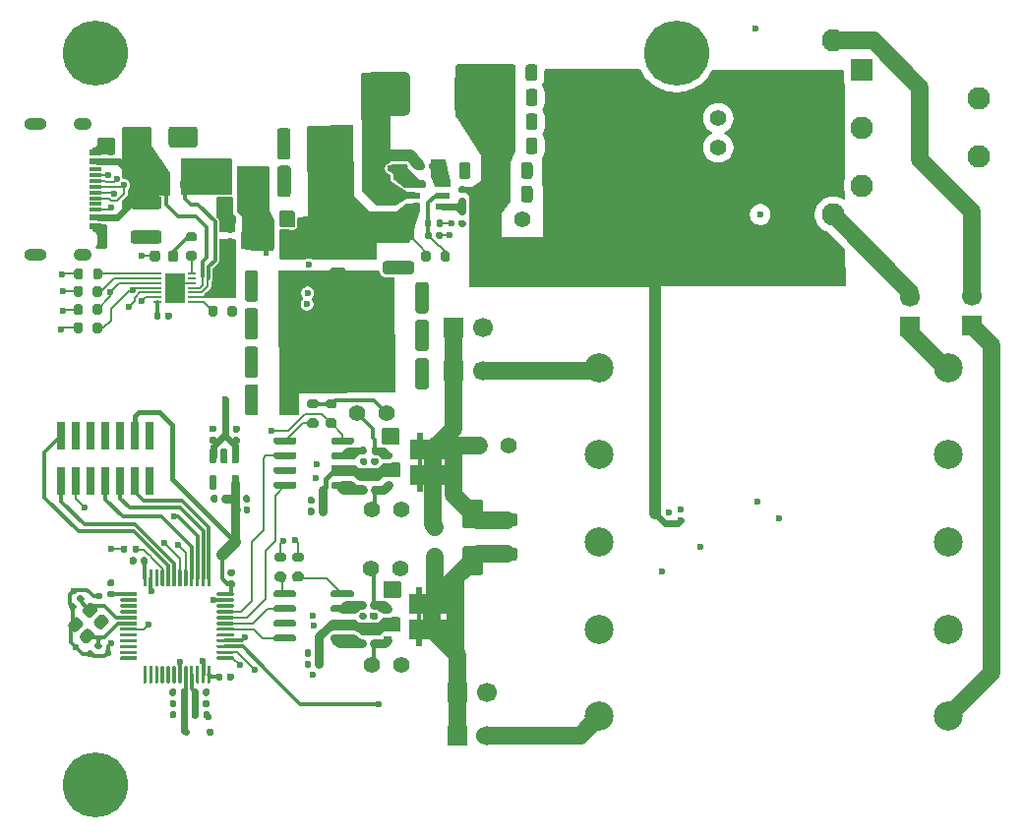
<source format=gbr>
G04 #@! TF.GenerationSoftware,KiCad,Pcbnew,9.0.1+1*
G04 #@! TF.CreationDate,2025-10-09T09:51:30+00:00*
G04 #@! TF.ProjectId,c64psu,63363470-7375-42e6-9b69-6361645f7063,rev?*
G04 #@! TF.SameCoordinates,Original*
G04 #@! TF.FileFunction,Copper,L1,Top*
G04 #@! TF.FilePolarity,Positive*
%FSLAX46Y46*%
G04 Gerber Fmt 4.6, Leading zero omitted, Abs format (unit mm)*
G04 Created by KiCad (PCBNEW 9.0.1+1) date 2025-10-09 09:51:30*
%MOMM*%
%LPD*%
G01*
G04 APERTURE LIST*
G04 #@! TA.AperFunction,ComponentPad*
%ADD10C,2.500000*%
G04 #@! TD*
G04 #@! TA.AperFunction,ComponentPad*
%ADD11C,1.400000*%
G04 #@! TD*
G04 #@! TA.AperFunction,SMDPad,CuDef*
%ADD12R,0.800000X0.200000*%
G04 #@! TD*
G04 #@! TA.AperFunction,SMDPad,CuDef*
%ADD13R,1.750000X2.650000*%
G04 #@! TD*
G04 #@! TA.AperFunction,ComponentPad*
%ADD14C,3.600000*%
G04 #@! TD*
G04 #@! TA.AperFunction,ConnectorPad*
%ADD15C,5.600000*%
G04 #@! TD*
G04 #@! TA.AperFunction,ComponentPad*
%ADD16R,1.700000X1.700000*%
G04 #@! TD*
G04 #@! TA.AperFunction,ComponentPad*
%ADD17C,1.700000*%
G04 #@! TD*
G04 #@! TA.AperFunction,SMDPad,CuDef*
%ADD18R,0.700000X0.420000*%
G04 #@! TD*
G04 #@! TA.AperFunction,SMDPad,CuDef*
%ADD19R,1.200000X0.600000*%
G04 #@! TD*
G04 #@! TA.AperFunction,ConnectorPad*
%ADD20R,1.100000X0.600000*%
G04 #@! TD*
G04 #@! TA.AperFunction,ConnectorPad*
%ADD21R,1.100000X0.300000*%
G04 #@! TD*
G04 #@! TA.AperFunction,ComponentPad*
%ADD22O,1.550000X1.050000*%
G04 #@! TD*
G04 #@! TA.AperFunction,ComponentPad*
%ADD23O,1.950000X1.050000*%
G04 #@! TD*
G04 #@! TA.AperFunction,SMDPad,CuDef*
%ADD24R,0.711200X0.406400*%
G04 #@! TD*
G04 #@! TA.AperFunction,SMDPad,CuDef*
%ADD25R,3.987800X1.727200*%
G04 #@! TD*
G04 #@! TA.AperFunction,SMDPad,CuDef*
%ADD26R,0.740000X2.400000*%
G04 #@! TD*
G04 #@! TA.AperFunction,ComponentPad*
%ADD27C,1.950000*%
G04 #@! TD*
G04 #@! TA.AperFunction,ComponentPad*
%ADD28R,1.950000X1.950000*%
G04 #@! TD*
G04 #@! TA.AperFunction,ViaPad*
%ADD29C,0.600000*%
G04 #@! TD*
G04 #@! TA.AperFunction,Conductor*
%ADD30C,0.170000*%
G04 #@! TD*
G04 #@! TA.AperFunction,Conductor*
%ADD31C,0.210000*%
G04 #@! TD*
G04 #@! TA.AperFunction,Conductor*
%ADD32C,0.300000*%
G04 #@! TD*
G04 #@! TA.AperFunction,Conductor*
%ADD33C,0.600000*%
G04 #@! TD*
G04 #@! TA.AperFunction,Conductor*
%ADD34C,1.000000*%
G04 #@! TD*
G04 #@! TA.AperFunction,Conductor*
%ADD35C,2.000000*%
G04 #@! TD*
G04 #@! TA.AperFunction,Conductor*
%ADD36C,1.500000*%
G04 #@! TD*
G04 #@! TA.AperFunction,Conductor*
%ADD37C,0.800000*%
G04 #@! TD*
G04 #@! TA.AperFunction,Conductor*
%ADD38C,0.400000*%
G04 #@! TD*
G04 APERTURE END LIST*
D10*
X183370000Y-69110000D03*
X183370000Y-76610000D03*
X183370000Y-84110000D03*
X183370000Y-91610000D03*
X183370000Y-99110000D03*
X213370000Y-69110000D03*
X213370000Y-76610000D03*
X213370000Y-84110000D03*
X213370000Y-91610000D03*
X213370000Y-99110000D03*
G04 #@! TA.AperFunction,SMDPad,CuDef*
G36*
G01*
X162745200Y-79788600D02*
X162745200Y-79418600D01*
G75*
G02*
X162880200Y-79283600I135000J0D01*
G01*
X163150200Y-79283600D01*
G75*
G02*
X163285200Y-79418600I0J-135000D01*
G01*
X163285200Y-79788600D01*
G75*
G02*
X163150200Y-79923600I-135000J0D01*
G01*
X162880200Y-79923600D01*
G75*
G02*
X162745200Y-79788600I0J135000D01*
G01*
G37*
G04 #@! TD.AperFunction*
G04 #@! TA.AperFunction,SMDPad,CuDef*
G36*
G01*
X163765200Y-79788600D02*
X163765200Y-79418600D01*
G75*
G02*
X163900200Y-79283600I135000J0D01*
G01*
X164170200Y-79283600D01*
G75*
G02*
X164305200Y-79418600I0J-135000D01*
G01*
X164305200Y-79788600D01*
G75*
G02*
X164170200Y-79923600I-135000J0D01*
G01*
X163900200Y-79923600D01*
G75*
G02*
X163765200Y-79788600I0J135000D01*
G01*
G37*
G04 #@! TD.AperFunction*
G04 #@! TA.AperFunction,SMDPad,CuDef*
G36*
G01*
X158266800Y-81653200D02*
X158266800Y-81313200D01*
G75*
G02*
X158406800Y-81173200I140000J0D01*
G01*
X158686800Y-81173200D01*
G75*
G02*
X158826800Y-81313200I0J-140000D01*
G01*
X158826800Y-81653200D01*
G75*
G02*
X158686800Y-81793200I-140000J0D01*
G01*
X158406800Y-81793200D01*
G75*
G02*
X158266800Y-81653200I0J140000D01*
G01*
G37*
G04 #@! TD.AperFunction*
G04 #@! TA.AperFunction,SMDPad,CuDef*
G36*
G01*
X159226800Y-81653200D02*
X159226800Y-81313200D01*
G75*
G02*
X159366800Y-81173200I140000J0D01*
G01*
X159646800Y-81173200D01*
G75*
G02*
X159786800Y-81313200I0J-140000D01*
G01*
X159786800Y-81653200D01*
G75*
G02*
X159646800Y-81793200I-140000J0D01*
G01*
X159366800Y-81793200D01*
G75*
G02*
X159226800Y-81653200I0J140000D01*
G01*
G37*
G04 #@! TD.AperFunction*
G04 #@! TA.AperFunction,SMDPad,CuDef*
G36*
G01*
X157990000Y-94810400D02*
X157990000Y-94470400D01*
G75*
G02*
X158130000Y-94330400I140000J0D01*
G01*
X158410000Y-94330400D01*
G75*
G02*
X158550000Y-94470400I0J-140000D01*
G01*
X158550000Y-94810400D01*
G75*
G02*
X158410000Y-94950400I-140000J0D01*
G01*
X158130000Y-94950400D01*
G75*
G02*
X157990000Y-94810400I0J140000D01*
G01*
G37*
G04 #@! TD.AperFunction*
G04 #@! TA.AperFunction,SMDPad,CuDef*
G36*
G01*
X158950000Y-94810400D02*
X158950000Y-94470400D01*
G75*
G02*
X159090000Y-94330400I140000J0D01*
G01*
X159370000Y-94330400D01*
G75*
G02*
X159510000Y-94470400I0J-140000D01*
G01*
X159510000Y-94810400D01*
G75*
G02*
X159370000Y-94950400I-140000J0D01*
G01*
X159090000Y-94950400D01*
G75*
G02*
X158950000Y-94810400I0J140000D01*
G01*
G37*
G04 #@! TD.AperFunction*
G04 #@! TA.AperFunction,SMDPad,CuDef*
G36*
G01*
X174732301Y-54655750D02*
X174732301Y-53705750D01*
G75*
G02*
X174982301Y-53455750I250000J0D01*
G01*
X175482301Y-53455750D01*
G75*
G02*
X175732301Y-53705750I0J-250000D01*
G01*
X175732301Y-54655750D01*
G75*
G02*
X175482301Y-54905750I-250000J0D01*
G01*
X174982301Y-54905750D01*
G75*
G02*
X174732301Y-54655750I0J250000D01*
G01*
G37*
G04 #@! TD.AperFunction*
G04 #@! TA.AperFunction,SMDPad,CuDef*
G36*
G01*
X176632299Y-54655750D02*
X176632299Y-53705750D01*
G75*
G02*
X176882299Y-53455750I250000J0D01*
G01*
X177382299Y-53455750D01*
G75*
G02*
X177632299Y-53705750I0J-250000D01*
G01*
X177632299Y-54655750D01*
G75*
G02*
X177382299Y-54905750I-250000J0D01*
G01*
X176882299Y-54905750D01*
G75*
G02*
X176632299Y-54655750I0J250000D01*
G01*
G37*
G04 #@! TD.AperFunction*
G04 #@! TA.AperFunction,SMDPad,CuDef*
G36*
G01*
X155350800Y-75562600D02*
X155350800Y-75262600D01*
G75*
G02*
X155500800Y-75112600I150000J0D01*
G01*
X157150800Y-75112600D01*
G75*
G02*
X157300800Y-75262600I0J-150000D01*
G01*
X157300800Y-75562600D01*
G75*
G02*
X157150800Y-75712600I-150000J0D01*
G01*
X155500800Y-75712600D01*
G75*
G02*
X155350800Y-75562600I0J150000D01*
G01*
G37*
G04 #@! TD.AperFunction*
G04 #@! TA.AperFunction,SMDPad,CuDef*
G36*
G01*
X155350800Y-76832600D02*
X155350800Y-76532600D01*
G75*
G02*
X155500800Y-76382600I150000J0D01*
G01*
X157150800Y-76382600D01*
G75*
G02*
X157300800Y-76532600I0J-150000D01*
G01*
X157300800Y-76832600D01*
G75*
G02*
X157150800Y-76982600I-150000J0D01*
G01*
X155500800Y-76982600D01*
G75*
G02*
X155350800Y-76832600I0J150000D01*
G01*
G37*
G04 #@! TD.AperFunction*
G04 #@! TA.AperFunction,SMDPad,CuDef*
G36*
G01*
X155350800Y-78102600D02*
X155350800Y-77802600D01*
G75*
G02*
X155500800Y-77652600I150000J0D01*
G01*
X157150800Y-77652600D01*
G75*
G02*
X157300800Y-77802600I0J-150000D01*
G01*
X157300800Y-78102600D01*
G75*
G02*
X157150800Y-78252600I-150000J0D01*
G01*
X155500800Y-78252600D01*
G75*
G02*
X155350800Y-78102600I0J150000D01*
G01*
G37*
G04 #@! TD.AperFunction*
G04 #@! TA.AperFunction,SMDPad,CuDef*
G36*
G01*
X155350800Y-79372600D02*
X155350800Y-79072600D01*
G75*
G02*
X155500800Y-78922600I150000J0D01*
G01*
X157150800Y-78922600D01*
G75*
G02*
X157300800Y-79072600I0J-150000D01*
G01*
X157300800Y-79372600D01*
G75*
G02*
X157150800Y-79522600I-150000J0D01*
G01*
X155500800Y-79522600D01*
G75*
G02*
X155350800Y-79372600I0J150000D01*
G01*
G37*
G04 #@! TD.AperFunction*
G04 #@! TA.AperFunction,SMDPad,CuDef*
G36*
G01*
X160300800Y-79372600D02*
X160300800Y-79072600D01*
G75*
G02*
X160450800Y-78922600I150000J0D01*
G01*
X162100800Y-78922600D01*
G75*
G02*
X162250800Y-79072600I0J-150000D01*
G01*
X162250800Y-79372600D01*
G75*
G02*
X162100800Y-79522600I-150000J0D01*
G01*
X160450800Y-79522600D01*
G75*
G02*
X160300800Y-79372600I0J150000D01*
G01*
G37*
G04 #@! TD.AperFunction*
G04 #@! TA.AperFunction,SMDPad,CuDef*
G36*
G01*
X160300800Y-78102600D02*
X160300800Y-77802600D01*
G75*
G02*
X160450800Y-77652600I150000J0D01*
G01*
X162100800Y-77652600D01*
G75*
G02*
X162250800Y-77802600I0J-150000D01*
G01*
X162250800Y-78102600D01*
G75*
G02*
X162100800Y-78252600I-150000J0D01*
G01*
X160450800Y-78252600D01*
G75*
G02*
X160300800Y-78102600I0J150000D01*
G01*
G37*
G04 #@! TD.AperFunction*
G04 #@! TA.AperFunction,SMDPad,CuDef*
G36*
G01*
X160300800Y-76832600D02*
X160300800Y-76532600D01*
G75*
G02*
X160450800Y-76382600I150000J0D01*
G01*
X162100800Y-76382600D01*
G75*
G02*
X162250800Y-76532600I0J-150000D01*
G01*
X162250800Y-76832600D01*
G75*
G02*
X162100800Y-76982600I-150000J0D01*
G01*
X160450800Y-76982600D01*
G75*
G02*
X160300800Y-76832600I0J150000D01*
G01*
G37*
G04 #@! TD.AperFunction*
G04 #@! TA.AperFunction,SMDPad,CuDef*
G36*
G01*
X160300800Y-75562600D02*
X160300800Y-75262600D01*
G75*
G02*
X160450800Y-75112600I150000J0D01*
G01*
X162100800Y-75112600D01*
G75*
G02*
X162250800Y-75262600I0J-150000D01*
G01*
X162250800Y-75562600D01*
G75*
G02*
X162100800Y-75712600I-150000J0D01*
G01*
X160450800Y-75712600D01*
G75*
G02*
X160300800Y-75562600I0J150000D01*
G01*
G37*
G04 #@! TD.AperFunction*
G04 #@! TA.AperFunction,SMDPad,CuDef*
G36*
G01*
X175138701Y-50490150D02*
X175138701Y-49540150D01*
G75*
G02*
X175388701Y-49290150I250000J0D01*
G01*
X175888701Y-49290150D01*
G75*
G02*
X176138701Y-49540150I0J-250000D01*
G01*
X176138701Y-50490150D01*
G75*
G02*
X175888701Y-50740150I-250000J0D01*
G01*
X175388701Y-50740150D01*
G75*
G02*
X175138701Y-50490150I0J250000D01*
G01*
G37*
G04 #@! TD.AperFunction*
G04 #@! TA.AperFunction,SMDPad,CuDef*
G36*
G01*
X177038699Y-50490150D02*
X177038699Y-49540150D01*
G75*
G02*
X177288699Y-49290150I250000J0D01*
G01*
X177788699Y-49290150D01*
G75*
G02*
X178038699Y-49540150I0J-250000D01*
G01*
X178038699Y-50490150D01*
G75*
G02*
X177788699Y-50740150I-250000J0D01*
G01*
X177288699Y-50740150D01*
G75*
G02*
X177038699Y-50490150I0J250000D01*
G01*
G37*
G04 #@! TD.AperFunction*
D11*
X163748400Y-94691200D03*
X166288400Y-94691200D03*
G04 #@! TA.AperFunction,SMDPad,CuDef*
G36*
G01*
X156939201Y-60977600D02*
X156939201Y-63177600D01*
G75*
G02*
X156689201Y-63427600I-250000J0D01*
G01*
X156039201Y-63427600D01*
G75*
G02*
X155789201Y-63177600I0J250000D01*
G01*
X155789201Y-60977600D01*
G75*
G02*
X156039201Y-60727600I250000J0D01*
G01*
X156689201Y-60727600D01*
G75*
G02*
X156939201Y-60977600I0J-250000D01*
G01*
G37*
G04 #@! TD.AperFunction*
G04 #@! TA.AperFunction,SMDPad,CuDef*
G36*
G01*
X153989199Y-60977600D02*
X153989199Y-63177600D01*
G75*
G02*
X153739199Y-63427600I-250000J0D01*
G01*
X153089199Y-63427600D01*
G75*
G02*
X152839199Y-63177600I0J250000D01*
G01*
X152839199Y-60977600D01*
G75*
G02*
X153089199Y-60727600I250000J0D01*
G01*
X153739199Y-60727600D01*
G75*
G02*
X153989199Y-60977600I0J-250000D01*
G01*
G37*
G04 #@! TD.AperFunction*
X163799200Y-81330800D03*
X166339200Y-81330800D03*
G04 #@! TA.AperFunction,SMDPad,CuDef*
G36*
G01*
X163187200Y-91742800D02*
X162847200Y-91742800D01*
G75*
G02*
X162707200Y-91602800I0J140000D01*
G01*
X162707200Y-91322800D01*
G75*
G02*
X162847200Y-91182800I140000J0D01*
G01*
X163187200Y-91182800D01*
G75*
G02*
X163327200Y-91322800I0J-140000D01*
G01*
X163327200Y-91602800D01*
G75*
G02*
X163187200Y-91742800I-140000J0D01*
G01*
G37*
G04 #@! TD.AperFunction*
G04 #@! TA.AperFunction,SMDPad,CuDef*
G36*
G01*
X163187200Y-90782800D02*
X162847200Y-90782800D01*
G75*
G02*
X162707200Y-90642800I0J140000D01*
G01*
X162707200Y-90362800D01*
G75*
G02*
X162847200Y-90222800I140000J0D01*
G01*
X163187200Y-90222800D01*
G75*
G02*
X163327200Y-90362800I0J-140000D01*
G01*
X163327200Y-90642800D01*
G75*
G02*
X163187200Y-90782800I-140000J0D01*
G01*
G37*
G04 #@! TD.AperFunction*
G04 #@! TA.AperFunction,SMDPad,CuDef*
G36*
G01*
X144665000Y-59766250D02*
X144665000Y-59253750D01*
G75*
G02*
X144883750Y-59035000I218750J0D01*
G01*
X145321250Y-59035000D01*
G75*
G02*
X145540000Y-59253750I0J-218750D01*
G01*
X145540000Y-59766250D01*
G75*
G02*
X145321250Y-59985000I-218750J0D01*
G01*
X144883750Y-59985000D01*
G75*
G02*
X144665000Y-59766250I0J218750D01*
G01*
G37*
G04 #@! TD.AperFunction*
G04 #@! TA.AperFunction,SMDPad,CuDef*
G36*
G01*
X146240000Y-59766250D02*
X146240000Y-59253750D01*
G75*
G02*
X146458750Y-59035000I218750J0D01*
G01*
X146896250Y-59035000D01*
G75*
G02*
X147115000Y-59253750I0J-218750D01*
G01*
X147115000Y-59766250D01*
G75*
G02*
X146896250Y-59985000I-218750J0D01*
G01*
X146458750Y-59985000D01*
G75*
G02*
X146240000Y-59766250I0J218750D01*
G01*
G37*
G04 #@! TD.AperFunction*
G04 #@! TA.AperFunction,SMDPad,CuDef*
G36*
G01*
X151454499Y-80227700D02*
X151454499Y-80567700D01*
G75*
G02*
X151314499Y-80707700I-140000J0D01*
G01*
X151034499Y-80707700D01*
G75*
G02*
X150894499Y-80567700I0J140000D01*
G01*
X150894499Y-80227700D01*
G75*
G02*
X151034499Y-80087700I140000J0D01*
G01*
X151314499Y-80087700D01*
G75*
G02*
X151454499Y-80227700I0J-140000D01*
G01*
G37*
G04 #@! TD.AperFunction*
G04 #@! TA.AperFunction,SMDPad,CuDef*
G36*
G01*
X150494499Y-80227700D02*
X150494499Y-80567700D01*
G75*
G02*
X150354499Y-80707700I-140000J0D01*
G01*
X150074499Y-80707700D01*
G75*
G02*
X149934499Y-80567700I0J140000D01*
G01*
X149934499Y-80227700D01*
G75*
G02*
X150074499Y-80087700I140000J0D01*
G01*
X150354499Y-80087700D01*
G75*
G02*
X150494499Y-80227700I0J-140000D01*
G01*
G37*
G04 #@! TD.AperFunction*
D12*
X148317500Y-63436750D03*
X148317500Y-63036750D03*
X148317500Y-62636750D03*
X148317500Y-62236750D03*
X148317500Y-61836750D03*
X148317500Y-61436750D03*
X148317500Y-61036750D03*
X145317500Y-61036750D03*
X145317500Y-61436750D03*
X145317500Y-61836750D03*
X145317500Y-62236750D03*
X145317500Y-62636750D03*
X145317500Y-63036750D03*
X145317500Y-63436750D03*
D13*
X146817500Y-62236750D03*
G04 #@! TA.AperFunction,SMDPad,CuDef*
G36*
G01*
X162694400Y-89745400D02*
X162694400Y-89375400D01*
G75*
G02*
X162829400Y-89240400I135000J0D01*
G01*
X163099400Y-89240400D01*
G75*
G02*
X163234400Y-89375400I0J-135000D01*
G01*
X163234400Y-89745400D01*
G75*
G02*
X163099400Y-89880400I-135000J0D01*
G01*
X162829400Y-89880400D01*
G75*
G02*
X162694400Y-89745400I0J135000D01*
G01*
G37*
G04 #@! TD.AperFunction*
G04 #@! TA.AperFunction,SMDPad,CuDef*
G36*
G01*
X163714400Y-89745400D02*
X163714400Y-89375400D01*
G75*
G02*
X163849400Y-89240400I135000J0D01*
G01*
X164119400Y-89240400D01*
G75*
G02*
X164254400Y-89375400I0J-135000D01*
G01*
X164254400Y-89745400D01*
G75*
G02*
X164119400Y-89880400I-135000J0D01*
G01*
X163849400Y-89880400D01*
G75*
G02*
X163714400Y-89745400I0J135000D01*
G01*
G37*
G04 #@! TD.AperFunction*
G04 #@! TA.AperFunction,SMDPad,CuDef*
G36*
G01*
X158974200Y-74287600D02*
X158424200Y-74287600D01*
G75*
G02*
X158224200Y-74087600I0J200000D01*
G01*
X158224200Y-73687600D01*
G75*
G02*
X158424200Y-73487600I200000J0D01*
G01*
X158974200Y-73487600D01*
G75*
G02*
X159174200Y-73687600I0J-200000D01*
G01*
X159174200Y-74087600D01*
G75*
G02*
X158974200Y-74287600I-200000J0D01*
G01*
G37*
G04 #@! TD.AperFunction*
G04 #@! TA.AperFunction,SMDPad,CuDef*
G36*
G01*
X158974200Y-72637600D02*
X158424200Y-72637600D01*
G75*
G02*
X158224200Y-72437600I0J200000D01*
G01*
X158224200Y-72037600D01*
G75*
G02*
X158424200Y-71837600I200000J0D01*
G01*
X158974200Y-71837600D01*
G75*
G02*
X159174200Y-72037600I0J-200000D01*
G01*
X159174200Y-72437600D01*
G75*
G02*
X158974200Y-72637600I-200000J0D01*
G01*
G37*
G04 #@! TD.AperFunction*
D14*
X190000000Y-42000000D03*
D15*
X190000000Y-42000000D03*
G04 #@! TA.AperFunction,SMDPad,CuDef*
G36*
G01*
X160549000Y-74275400D02*
X159999000Y-74275400D01*
G75*
G02*
X159799000Y-74075400I0J200000D01*
G01*
X159799000Y-73675400D01*
G75*
G02*
X159999000Y-73475400I200000J0D01*
G01*
X160549000Y-73475400D01*
G75*
G02*
X160749000Y-73675400I0J-200000D01*
G01*
X160749000Y-74075400D01*
G75*
G02*
X160549000Y-74275400I-200000J0D01*
G01*
G37*
G04 #@! TD.AperFunction*
G04 #@! TA.AperFunction,SMDPad,CuDef*
G36*
G01*
X160549000Y-72625400D02*
X159999000Y-72625400D01*
G75*
G02*
X159799000Y-72425400I0J200000D01*
G01*
X159799000Y-72025400D01*
G75*
G02*
X159999000Y-71825400I200000J0D01*
G01*
X160549000Y-71825400D01*
G75*
G02*
X160749000Y-72025400I0J-200000D01*
G01*
X160749000Y-72425400D01*
G75*
G02*
X160549000Y-72625400I-200000J0D01*
G01*
G37*
G04 #@! TD.AperFunction*
G04 #@! TA.AperFunction,SMDPad,CuDef*
G36*
G01*
X140577300Y-60763750D02*
X140577300Y-61313750D01*
G75*
G02*
X140377300Y-61513750I-200000J0D01*
G01*
X139977300Y-61513750D01*
G75*
G02*
X139777300Y-61313750I0J200000D01*
G01*
X139777300Y-60763750D01*
G75*
G02*
X139977300Y-60563750I200000J0D01*
G01*
X140377300Y-60563750D01*
G75*
G02*
X140577300Y-60763750I0J-200000D01*
G01*
G37*
G04 #@! TD.AperFunction*
G04 #@! TA.AperFunction,SMDPad,CuDef*
G36*
G01*
X138927300Y-60763750D02*
X138927300Y-61313750D01*
G75*
G02*
X138727300Y-61513750I-200000J0D01*
G01*
X138327300Y-61513750D01*
G75*
G02*
X138127300Y-61313750I0J200000D01*
G01*
X138127300Y-60763750D01*
G75*
G02*
X138327300Y-60563750I200000J0D01*
G01*
X138727300Y-60563750D01*
G75*
G02*
X138927300Y-60763750I0J-200000D01*
G01*
G37*
G04 #@! TD.AperFunction*
G04 #@! TA.AperFunction,SMDPad,CuDef*
G36*
G01*
X175123500Y-44190950D02*
X175123500Y-43240950D01*
G75*
G02*
X175373500Y-42990950I250000J0D01*
G01*
X175873500Y-42990950D01*
G75*
G02*
X176123500Y-43240950I0J-250000D01*
G01*
X176123500Y-44190950D01*
G75*
G02*
X175873500Y-44440950I-250000J0D01*
G01*
X175373500Y-44440950D01*
G75*
G02*
X175123500Y-44190950I0J250000D01*
G01*
G37*
G04 #@! TD.AperFunction*
G04 #@! TA.AperFunction,SMDPad,CuDef*
G36*
G01*
X177023498Y-44190950D02*
X177023498Y-43240950D01*
G75*
G02*
X177273498Y-42990950I250000J0D01*
G01*
X177773498Y-42990950D01*
G75*
G02*
X178023498Y-43240950I0J-250000D01*
G01*
X178023498Y-44190950D01*
G75*
G02*
X177773498Y-44440950I-250000J0D01*
G01*
X177273498Y-44440950D01*
G75*
G02*
X177023498Y-44190950I0J250000D01*
G01*
G37*
G04 #@! TD.AperFunction*
G04 #@! TA.AperFunction,SMDPad,CuDef*
G36*
G01*
X158244000Y-80688000D02*
X158244000Y-80348000D01*
G75*
G02*
X158384000Y-80208000I140000J0D01*
G01*
X158664000Y-80208000D01*
G75*
G02*
X158804000Y-80348000I0J-140000D01*
G01*
X158804000Y-80688000D01*
G75*
G02*
X158664000Y-80828000I-140000J0D01*
G01*
X158384000Y-80828000D01*
G75*
G02*
X158244000Y-80688000I0J140000D01*
G01*
G37*
G04 #@! TD.AperFunction*
G04 #@! TA.AperFunction,SMDPad,CuDef*
G36*
G01*
X159204000Y-80688000D02*
X159204000Y-80348000D01*
G75*
G02*
X159344000Y-80208000I140000J0D01*
G01*
X159624000Y-80208000D01*
G75*
G02*
X159764000Y-80348000I0J-140000D01*
G01*
X159764000Y-80688000D01*
G75*
G02*
X159624000Y-80828000I-140000J0D01*
G01*
X159344000Y-80828000D01*
G75*
G02*
X159204000Y-80688000I0J140000D01*
G01*
G37*
G04 #@! TD.AperFunction*
G04 #@! TA.AperFunction,SMDPad,CuDef*
G36*
G01*
X151410100Y-56958750D02*
X151780100Y-56958750D01*
G75*
G02*
X151915100Y-57093750I0J-135000D01*
G01*
X151915100Y-57363750D01*
G75*
G02*
X151780100Y-57498750I-135000J0D01*
G01*
X151410100Y-57498750D01*
G75*
G02*
X151275100Y-57363750I0J135000D01*
G01*
X151275100Y-57093750D01*
G75*
G02*
X151410100Y-56958750I135000J0D01*
G01*
G37*
G04 #@! TD.AperFunction*
G04 #@! TA.AperFunction,SMDPad,CuDef*
G36*
G01*
X151410100Y-57978748D02*
X151780100Y-57978748D01*
G75*
G02*
X151915100Y-58113748I0J-135000D01*
G01*
X151915100Y-58383748D01*
G75*
G02*
X151780100Y-58518748I-135000J0D01*
G01*
X151410100Y-58518748D01*
G75*
G02*
X151275100Y-58383748I0J135000D01*
G01*
X151275100Y-58113748D01*
G75*
G02*
X151410100Y-57978748I135000J0D01*
G01*
G37*
G04 #@! TD.AperFunction*
G04 #@! TA.AperFunction,SMDPad,CuDef*
G36*
G01*
X157704200Y-87483400D02*
X157154200Y-87483400D01*
G75*
G02*
X156954200Y-87283400I0J200000D01*
G01*
X156954200Y-86883400D01*
G75*
G02*
X157154200Y-86683400I200000J0D01*
G01*
X157704200Y-86683400D01*
G75*
G02*
X157904200Y-86883400I0J-200000D01*
G01*
X157904200Y-87283400D01*
G75*
G02*
X157704200Y-87483400I-200000J0D01*
G01*
G37*
G04 #@! TD.AperFunction*
G04 #@! TA.AperFunction,SMDPad,CuDef*
G36*
G01*
X157704200Y-85833400D02*
X157154200Y-85833400D01*
G75*
G02*
X156954200Y-85633400I0J200000D01*
G01*
X156954200Y-85233400D01*
G75*
G02*
X157154200Y-85033400I200000J0D01*
G01*
X157704200Y-85033400D01*
G75*
G02*
X157904200Y-85233400I0J-200000D01*
G01*
X157904200Y-85633400D01*
G75*
G02*
X157704200Y-85833400I-200000J0D01*
G01*
G37*
G04 #@! TD.AperFunction*
G04 #@! TA.AperFunction,SMDPad,CuDef*
G36*
G01*
X168674001Y-61993600D02*
X168674001Y-64193600D01*
G75*
G02*
X168424001Y-64443600I-250000J0D01*
G01*
X167774001Y-64443600D01*
G75*
G02*
X167524001Y-64193600I0J250000D01*
G01*
X167524001Y-61993600D01*
G75*
G02*
X167774001Y-61743600I250000J0D01*
G01*
X168424001Y-61743600D01*
G75*
G02*
X168674001Y-61993600I0J-250000D01*
G01*
G37*
G04 #@! TD.AperFunction*
G04 #@! TA.AperFunction,SMDPad,CuDef*
G36*
G01*
X165723999Y-61993600D02*
X165723999Y-64193600D01*
G75*
G02*
X165473999Y-64443600I-250000J0D01*
G01*
X164823999Y-64443600D01*
G75*
G02*
X164573999Y-64193600I0J250000D01*
G01*
X164573999Y-61993600D01*
G75*
G02*
X164823999Y-61743600I250000J0D01*
G01*
X165473999Y-61743600D01*
G75*
G02*
X165723999Y-61993600I0J-250000D01*
G01*
G37*
G04 #@! TD.AperFunction*
G04 #@! TA.AperFunction,SMDPad,CuDef*
G36*
G01*
X148282200Y-98197000D02*
X148282200Y-97857000D01*
G75*
G02*
X148422200Y-97717000I140000J0D01*
G01*
X148702200Y-97717000D01*
G75*
G02*
X148842200Y-97857000I0J-140000D01*
G01*
X148842200Y-98197000D01*
G75*
G02*
X148702200Y-98337000I-140000J0D01*
G01*
X148422200Y-98337000D01*
G75*
G02*
X148282200Y-98197000I0J140000D01*
G01*
G37*
G04 #@! TD.AperFunction*
G04 #@! TA.AperFunction,SMDPad,CuDef*
G36*
G01*
X149242200Y-98197000D02*
X149242200Y-97857000D01*
G75*
G02*
X149382200Y-97717000I140000J0D01*
G01*
X149662200Y-97717000D01*
G75*
G02*
X149802200Y-97857000I0J-140000D01*
G01*
X149802200Y-98197000D01*
G75*
G02*
X149662200Y-98337000I-140000J0D01*
G01*
X149382200Y-98337000D01*
G75*
G02*
X149242200Y-98197000I0J140000D01*
G01*
G37*
G04 #@! TD.AperFunction*
G04 #@! TA.AperFunction,SMDPad,CuDef*
G36*
G01*
X163812400Y-90222800D02*
X164152400Y-90222800D01*
G75*
G02*
X164292400Y-90362800I0J-140000D01*
G01*
X164292400Y-90642800D01*
G75*
G02*
X164152400Y-90782800I-140000J0D01*
G01*
X163812400Y-90782800D01*
G75*
G02*
X163672400Y-90642800I0J140000D01*
G01*
X163672400Y-90362800D01*
G75*
G02*
X163812400Y-90222800I140000J0D01*
G01*
G37*
G04 #@! TD.AperFunction*
G04 #@! TA.AperFunction,SMDPad,CuDef*
G36*
G01*
X163812400Y-91182800D02*
X164152400Y-91182800D01*
G75*
G02*
X164292400Y-91322800I0J-140000D01*
G01*
X164292400Y-91602800D01*
G75*
G02*
X164152400Y-91742800I-140000J0D01*
G01*
X163812400Y-91742800D01*
G75*
G02*
X163672400Y-91602800I0J140000D01*
G01*
X163672400Y-91322800D01*
G75*
G02*
X163812400Y-91182800I140000J0D01*
G01*
G37*
G04 #@! TD.AperFunction*
G04 #@! TA.AperFunction,SMDPad,CuDef*
G36*
G01*
X171374500Y-53504350D02*
X171744500Y-53504350D01*
G75*
G02*
X171879500Y-53639350I0J-135000D01*
G01*
X171879500Y-53909350D01*
G75*
G02*
X171744500Y-54044350I-135000J0D01*
G01*
X171374500Y-54044350D01*
G75*
G02*
X171239500Y-53909350I0J135000D01*
G01*
X171239500Y-53639350D01*
G75*
G02*
X171374500Y-53504350I135000J0D01*
G01*
G37*
G04 #@! TD.AperFunction*
G04 #@! TA.AperFunction,SMDPad,CuDef*
G36*
G01*
X171374500Y-54524348D02*
X171744500Y-54524348D01*
G75*
G02*
X171879500Y-54659348I0J-135000D01*
G01*
X171879500Y-54929348D01*
G75*
G02*
X171744500Y-55064348I-135000J0D01*
G01*
X171374500Y-55064348D01*
G75*
G02*
X171239500Y-54929348I0J135000D01*
G01*
X171239500Y-54659348D01*
G75*
G02*
X171374500Y-54524348I135000J0D01*
G01*
G37*
G04 #@! TD.AperFunction*
G04 #@! TA.AperFunction,SMDPad,CuDef*
G36*
G01*
X137957007Y-89997809D02*
X137716591Y-89757393D01*
G75*
G02*
X137716591Y-89559403I98995J98995D01*
G01*
X137914581Y-89361413D01*
G75*
G02*
X138112571Y-89361413I98995J-98995D01*
G01*
X138352987Y-89601829D01*
G75*
G02*
X138352987Y-89799819I-98995J-98995D01*
G01*
X138154997Y-89997809D01*
G75*
G02*
X137957007Y-89997809I-98995J98995D01*
G01*
G37*
G04 #@! TD.AperFunction*
G04 #@! TA.AperFunction,SMDPad,CuDef*
G36*
G01*
X138635829Y-89318987D02*
X138395413Y-89078571D01*
G75*
G02*
X138395413Y-88880581I98995J98995D01*
G01*
X138593403Y-88682591D01*
G75*
G02*
X138791393Y-88682591I98995J-98995D01*
G01*
X139031809Y-88923007D01*
G75*
G02*
X139031809Y-89120997I-98995J-98995D01*
G01*
X138833819Y-89318987D01*
G75*
G02*
X138635829Y-89318987I-98995J98995D01*
G01*
G37*
G04 #@! TD.AperFunction*
D16*
X170784600Y-65684400D03*
D17*
X173324600Y-65684400D03*
G04 #@! TA.AperFunction,SMDPad,CuDef*
G36*
G01*
X145645700Y-53592150D02*
X145645700Y-53042150D01*
G75*
G02*
X145845700Y-52842150I200000J0D01*
G01*
X146245700Y-52842150D01*
G75*
G02*
X146445700Y-53042150I0J-200000D01*
G01*
X146445700Y-53592150D01*
G75*
G02*
X146245700Y-53792150I-200000J0D01*
G01*
X145845700Y-53792150D01*
G75*
G02*
X145645700Y-53592150I0J200000D01*
G01*
G37*
G04 #@! TD.AperFunction*
G04 #@! TA.AperFunction,SMDPad,CuDef*
G36*
G01*
X147295700Y-53592150D02*
X147295700Y-53042150D01*
G75*
G02*
X147495700Y-52842150I200000J0D01*
G01*
X147895700Y-52842150D01*
G75*
G02*
X148095700Y-53042150I0J-200000D01*
G01*
X148095700Y-53592150D01*
G75*
G02*
X147895700Y-53792150I-200000J0D01*
G01*
X147495700Y-53792150D01*
G75*
G02*
X147295700Y-53592150I0J200000D01*
G01*
G37*
G04 #@! TD.AperFunction*
D16*
X171140200Y-100787200D03*
D17*
X173680200Y-100787200D03*
G04 #@! TA.AperFunction,SMDPad,CuDef*
G36*
G01*
X171374500Y-55432751D02*
X171744500Y-55432751D01*
G75*
G02*
X171879500Y-55567751I0J-135000D01*
G01*
X171879500Y-55837751D01*
G75*
G02*
X171744500Y-55972751I-135000J0D01*
G01*
X171374500Y-55972751D01*
G75*
G02*
X171239500Y-55837751I0J135000D01*
G01*
X171239500Y-55567751D01*
G75*
G02*
X171374500Y-55432751I135000J0D01*
G01*
G37*
G04 #@! TD.AperFunction*
G04 #@! TA.AperFunction,SMDPad,CuDef*
G36*
G01*
X171374500Y-56452749D02*
X171744500Y-56452749D01*
G75*
G02*
X171879500Y-56587749I0J-135000D01*
G01*
X171879500Y-56857749D01*
G75*
G02*
X171744500Y-56992749I-135000J0D01*
G01*
X171374500Y-56992749D01*
G75*
G02*
X171239500Y-56857749I0J135000D01*
G01*
X171239500Y-56587749D01*
G75*
G02*
X171374500Y-56452749I135000J0D01*
G01*
G37*
G04 #@! TD.AperFunction*
G04 #@! TA.AperFunction,SMDPad,CuDef*
G36*
G01*
X140569400Y-63834600D02*
X140569400Y-64384600D01*
G75*
G02*
X140369400Y-64584600I-200000J0D01*
G01*
X139969400Y-64584600D01*
G75*
G02*
X139769400Y-64384600I0J200000D01*
G01*
X139769400Y-63834600D01*
G75*
G02*
X139969400Y-63634600I200000J0D01*
G01*
X140369400Y-63634600D01*
G75*
G02*
X140569400Y-63834600I0J-200000D01*
G01*
G37*
G04 #@! TD.AperFunction*
G04 #@! TA.AperFunction,SMDPad,CuDef*
G36*
G01*
X138919400Y-63834600D02*
X138919400Y-64384600D01*
G75*
G02*
X138719400Y-64584600I-200000J0D01*
G01*
X138319400Y-64584600D01*
G75*
G02*
X138119400Y-64384600I0J200000D01*
G01*
X138119400Y-63834600D01*
G75*
G02*
X138319400Y-63634600I200000J0D01*
G01*
X138719400Y-63634600D01*
G75*
G02*
X138919400Y-63834600I0J-200000D01*
G01*
G37*
G04 #@! TD.AperFunction*
G04 #@! TA.AperFunction,SMDPad,CuDef*
G36*
G01*
X142281098Y-49903150D02*
X142281098Y-48603150D01*
G75*
G02*
X142531098Y-48353150I250000J0D01*
G01*
X144531098Y-48353150D01*
G75*
G02*
X144781098Y-48603150I0J-250000D01*
G01*
X144781098Y-49903150D01*
G75*
G02*
X144531098Y-50153150I-250000J0D01*
G01*
X142531098Y-50153150D01*
G75*
G02*
X142281098Y-49903150I0J250000D01*
G01*
G37*
G04 #@! TD.AperFunction*
G04 #@! TA.AperFunction,SMDPad,CuDef*
G36*
G01*
X146281100Y-49903150D02*
X146281100Y-48603150D01*
G75*
G02*
X146531100Y-48353150I250000J0D01*
G01*
X148531100Y-48353150D01*
G75*
G02*
X148781100Y-48603150I0J-250000D01*
G01*
X148781100Y-49903150D01*
G75*
G02*
X148531100Y-50153150I-250000J0D01*
G01*
X146531100Y-50153150D01*
G75*
G02*
X146281100Y-49903150I0J250000D01*
G01*
G37*
G04 #@! TD.AperFunction*
G04 #@! TA.AperFunction,SMDPad,CuDef*
G36*
G01*
X150254899Y-75620500D02*
X149914899Y-75620500D01*
G75*
G02*
X149774899Y-75480500I0J140000D01*
G01*
X149774899Y-75200500D01*
G75*
G02*
X149914899Y-75060500I140000J0D01*
G01*
X150254899Y-75060500D01*
G75*
G02*
X150394899Y-75200500I0J-140000D01*
G01*
X150394899Y-75480500D01*
G75*
G02*
X150254899Y-75620500I-140000J0D01*
G01*
G37*
G04 #@! TD.AperFunction*
G04 #@! TA.AperFunction,SMDPad,CuDef*
G36*
G01*
X150254899Y-74660500D02*
X149914899Y-74660500D01*
G75*
G02*
X149774899Y-74520500I0J140000D01*
G01*
X149774899Y-74240500D01*
G75*
G02*
X149914899Y-74100500I140000J0D01*
G01*
X150254899Y-74100500D01*
G75*
G02*
X150394899Y-74240500I0J-140000D01*
G01*
X150394899Y-74520500D01*
G75*
G02*
X150254899Y-74660500I-140000J0D01*
G01*
G37*
G04 #@! TD.AperFunction*
D18*
X156210000Y-58724800D03*
X156210000Y-58074800D03*
X156210000Y-57424800D03*
X156210000Y-56774800D03*
G04 #@! TA.AperFunction,SMDPad,CuDef*
G36*
X154506464Y-59503336D02*
G01*
X154505000Y-59499800D01*
X154505000Y-59054800D01*
X153410000Y-59054800D01*
X153406464Y-59053336D01*
X153405000Y-59049800D01*
X153405000Y-58939800D01*
X152860000Y-58939800D01*
X152856464Y-58938336D01*
X152855000Y-58934800D01*
X152855000Y-58514800D01*
X152856464Y-58511264D01*
X152860000Y-58509800D01*
X153405000Y-58509800D01*
X153405000Y-58289800D01*
X152860000Y-58289800D01*
X152856464Y-58288336D01*
X152855000Y-58284800D01*
X152855000Y-57864800D01*
X152856464Y-57861264D01*
X152860000Y-57859800D01*
X153405000Y-57859800D01*
X153405000Y-57639800D01*
X152860000Y-57639800D01*
X152856464Y-57638336D01*
X152855000Y-57634800D01*
X152855000Y-57214800D01*
X152856464Y-57211264D01*
X152860000Y-57209800D01*
X153405000Y-57209800D01*
X153405000Y-56989800D01*
X152860000Y-56989800D01*
X152856464Y-56988336D01*
X152855000Y-56984800D01*
X152855000Y-56564800D01*
X152856464Y-56561264D01*
X152860000Y-56559800D01*
X153405000Y-56559800D01*
X153405000Y-56449800D01*
X153406464Y-56446264D01*
X153410000Y-56444800D01*
X154505000Y-56444800D01*
X154505000Y-55999800D01*
X154506464Y-55996264D01*
X154510000Y-55994800D01*
X154910000Y-55994800D01*
X154913536Y-55996264D01*
X154915000Y-55999800D01*
X154915000Y-56444800D01*
X155310000Y-56444800D01*
X155313536Y-56446264D01*
X155315000Y-56449800D01*
X155315000Y-59049800D01*
X155313536Y-59053336D01*
X155310000Y-59054800D01*
X154915000Y-59054800D01*
X154915000Y-59499800D01*
X154913536Y-59503336D01*
X154910000Y-59504800D01*
X154510000Y-59504800D01*
X154506464Y-59503336D01*
G37*
G04 #@! TD.AperFunction*
D16*
X170835400Y-69392800D03*
D17*
X173375400Y-69392800D03*
G04 #@! TA.AperFunction,SMDPad,CuDef*
G36*
G01*
X174177899Y-51673750D02*
X174177899Y-52623750D01*
G75*
G02*
X173927899Y-52873750I-250000J0D01*
G01*
X173427899Y-52873750D01*
G75*
G02*
X173177899Y-52623750I0J250000D01*
G01*
X173177899Y-51673750D01*
G75*
G02*
X173427899Y-51423750I250000J0D01*
G01*
X173927899Y-51423750D01*
G75*
G02*
X174177899Y-51673750I0J-250000D01*
G01*
G37*
G04 #@! TD.AperFunction*
G04 #@! TA.AperFunction,SMDPad,CuDef*
G36*
G01*
X172277901Y-51673750D02*
X172277901Y-52623750D01*
G75*
G02*
X172027901Y-52873750I-250000J0D01*
G01*
X171527901Y-52873750D01*
G75*
G02*
X171277901Y-52623750I0J250000D01*
G01*
X171277901Y-51673750D01*
G75*
G02*
X171527901Y-51423750I250000J0D01*
G01*
X172027901Y-51423750D01*
G75*
G02*
X172277901Y-51673750I0J-250000D01*
G01*
G37*
G04 #@! TD.AperFunction*
D11*
X172994001Y-75844400D03*
X175534001Y-75844400D03*
X165079999Y-73050400D03*
X162539999Y-73050400D03*
G04 #@! TA.AperFunction,SMDPad,CuDef*
G36*
G01*
X152286899Y-75643300D02*
X151946899Y-75643300D01*
G75*
G02*
X151806899Y-75503300I0J140000D01*
G01*
X151806899Y-75223300D01*
G75*
G02*
X151946899Y-75083300I140000J0D01*
G01*
X152286899Y-75083300D01*
G75*
G02*
X152426899Y-75223300I0J-140000D01*
G01*
X152426899Y-75503300D01*
G75*
G02*
X152286899Y-75643300I-140000J0D01*
G01*
G37*
G04 #@! TD.AperFunction*
G04 #@! TA.AperFunction,SMDPad,CuDef*
G36*
G01*
X152286899Y-74683300D02*
X151946899Y-74683300D01*
G75*
G02*
X151806899Y-74543300I0J140000D01*
G01*
X151806899Y-74263300D01*
G75*
G02*
X151946899Y-74123300I140000J0D01*
G01*
X152286899Y-74123300D01*
G75*
G02*
X152426899Y-74263300I0J-140000D01*
G01*
X152426899Y-74543300D01*
G75*
G02*
X152286899Y-74683300I-140000J0D01*
G01*
G37*
G04 #@! TD.AperFunction*
G04 #@! TA.AperFunction,SMDPad,CuDef*
G36*
G01*
X147899800Y-97857000D02*
X147899800Y-98197000D01*
G75*
G02*
X147759800Y-98337000I-140000J0D01*
G01*
X147479800Y-98337000D01*
G75*
G02*
X147339800Y-98197000I0J140000D01*
G01*
X147339800Y-97857000D01*
G75*
G02*
X147479800Y-97717000I140000J0D01*
G01*
X147759800Y-97717000D01*
G75*
G02*
X147899800Y-97857000I0J-140000D01*
G01*
G37*
G04 #@! TD.AperFunction*
G04 #@! TA.AperFunction,SMDPad,CuDef*
G36*
G01*
X146939800Y-97857000D02*
X146939800Y-98197000D01*
G75*
G02*
X146799800Y-98337000I-140000J0D01*
G01*
X146519800Y-98337000D01*
G75*
G02*
X146379800Y-98197000I0J140000D01*
G01*
X146379800Y-97857000D01*
G75*
G02*
X146519800Y-97717000I140000J0D01*
G01*
X146799800Y-97717000D01*
G75*
G02*
X146939800Y-97857000I0J-140000D01*
G01*
G37*
G04 #@! TD.AperFunction*
G04 #@! TA.AperFunction,SMDPad,CuDef*
G36*
G01*
X149822199Y-98807200D02*
X149822199Y-99177200D01*
G75*
G02*
X149687199Y-99312200I-135000J0D01*
G01*
X149417199Y-99312200D01*
G75*
G02*
X149282199Y-99177200I0J135000D01*
G01*
X149282199Y-98807200D01*
G75*
G02*
X149417199Y-98672200I135000J0D01*
G01*
X149687199Y-98672200D01*
G75*
G02*
X149822199Y-98807200I0J-135000D01*
G01*
G37*
G04 #@! TD.AperFunction*
G04 #@! TA.AperFunction,SMDPad,CuDef*
G36*
G01*
X148802201Y-98807200D02*
X148802201Y-99177200D01*
G75*
G02*
X148667201Y-99312200I-135000J0D01*
G01*
X148397201Y-99312200D01*
G75*
G02*
X148262201Y-99177200I0J135000D01*
G01*
X148262201Y-98807200D01*
G75*
G02*
X148397201Y-98672200I135000J0D01*
G01*
X148667201Y-98672200D01*
G75*
G02*
X148802201Y-98807200I0J-135000D01*
G01*
G37*
G04 #@! TD.AperFunction*
G04 #@! TA.AperFunction,SMDPad,CuDef*
G36*
G01*
X160382800Y-58671400D02*
X161282800Y-58671400D01*
G75*
G02*
X161532800Y-58921400I0J-250000D01*
G01*
X161532800Y-59446400D01*
G75*
G02*
X161282800Y-59696400I-250000J0D01*
G01*
X160382800Y-59696400D01*
G75*
G02*
X160132800Y-59446400I0J250000D01*
G01*
X160132800Y-58921400D01*
G75*
G02*
X160382800Y-58671400I250000J0D01*
G01*
G37*
G04 #@! TD.AperFunction*
G04 #@! TA.AperFunction,SMDPad,CuDef*
G36*
G01*
X160382800Y-60496400D02*
X161282800Y-60496400D01*
G75*
G02*
X161532800Y-60746400I0J-250000D01*
G01*
X161532800Y-61271400D01*
G75*
G02*
X161282800Y-61521400I-250000J0D01*
G01*
X160382800Y-61521400D01*
G75*
G02*
X160132800Y-61271400I0J250000D01*
G01*
X160132800Y-60746400D01*
G75*
G02*
X160382800Y-60496400I250000J0D01*
G01*
G37*
G04 #@! TD.AperFunction*
X169214800Y-85344000D03*
X169214800Y-82804000D03*
G04 #@! TA.AperFunction,SMDPad,CuDef*
G36*
G01*
X142110200Y-88697200D02*
X142110200Y-88547200D01*
G75*
G02*
X142185200Y-88472200I75000J0D01*
G01*
X143510200Y-88472200D01*
G75*
G02*
X143585200Y-88547200I0J-75000D01*
G01*
X143585200Y-88697200D01*
G75*
G02*
X143510200Y-88772200I-75000J0D01*
G01*
X142185200Y-88772200D01*
G75*
G02*
X142110200Y-88697200I0J75000D01*
G01*
G37*
G04 #@! TD.AperFunction*
G04 #@! TA.AperFunction,SMDPad,CuDef*
G36*
G01*
X142110200Y-89197200D02*
X142110200Y-89047200D01*
G75*
G02*
X142185200Y-88972200I75000J0D01*
G01*
X143510200Y-88972200D01*
G75*
G02*
X143585200Y-89047200I0J-75000D01*
G01*
X143585200Y-89197200D01*
G75*
G02*
X143510200Y-89272200I-75000J0D01*
G01*
X142185200Y-89272200D01*
G75*
G02*
X142110200Y-89197200I0J75000D01*
G01*
G37*
G04 #@! TD.AperFunction*
G04 #@! TA.AperFunction,SMDPad,CuDef*
G36*
G01*
X142110200Y-89697200D02*
X142110200Y-89547200D01*
G75*
G02*
X142185200Y-89472200I75000J0D01*
G01*
X143510200Y-89472200D01*
G75*
G02*
X143585200Y-89547200I0J-75000D01*
G01*
X143585200Y-89697200D01*
G75*
G02*
X143510200Y-89772200I-75000J0D01*
G01*
X142185200Y-89772200D01*
G75*
G02*
X142110200Y-89697200I0J75000D01*
G01*
G37*
G04 #@! TD.AperFunction*
G04 #@! TA.AperFunction,SMDPad,CuDef*
G36*
G01*
X142110200Y-90197200D02*
X142110200Y-90047200D01*
G75*
G02*
X142185200Y-89972200I75000J0D01*
G01*
X143510200Y-89972200D01*
G75*
G02*
X143585200Y-90047200I0J-75000D01*
G01*
X143585200Y-90197200D01*
G75*
G02*
X143510200Y-90272200I-75000J0D01*
G01*
X142185200Y-90272200D01*
G75*
G02*
X142110200Y-90197200I0J75000D01*
G01*
G37*
G04 #@! TD.AperFunction*
G04 #@! TA.AperFunction,SMDPad,CuDef*
G36*
G01*
X142110200Y-90697200D02*
X142110200Y-90547200D01*
G75*
G02*
X142185200Y-90472200I75000J0D01*
G01*
X143510200Y-90472200D01*
G75*
G02*
X143585200Y-90547200I0J-75000D01*
G01*
X143585200Y-90697200D01*
G75*
G02*
X143510200Y-90772200I-75000J0D01*
G01*
X142185200Y-90772200D01*
G75*
G02*
X142110200Y-90697200I0J75000D01*
G01*
G37*
G04 #@! TD.AperFunction*
G04 #@! TA.AperFunction,SMDPad,CuDef*
G36*
G01*
X142110200Y-91197200D02*
X142110200Y-91047200D01*
G75*
G02*
X142185200Y-90972200I75000J0D01*
G01*
X143510200Y-90972200D01*
G75*
G02*
X143585200Y-91047200I0J-75000D01*
G01*
X143585200Y-91197200D01*
G75*
G02*
X143510200Y-91272200I-75000J0D01*
G01*
X142185200Y-91272200D01*
G75*
G02*
X142110200Y-91197200I0J75000D01*
G01*
G37*
G04 #@! TD.AperFunction*
G04 #@! TA.AperFunction,SMDPad,CuDef*
G36*
G01*
X142110200Y-91697200D02*
X142110200Y-91547200D01*
G75*
G02*
X142185200Y-91472200I75000J0D01*
G01*
X143510200Y-91472200D01*
G75*
G02*
X143585200Y-91547200I0J-75000D01*
G01*
X143585200Y-91697200D01*
G75*
G02*
X143510200Y-91772200I-75000J0D01*
G01*
X142185200Y-91772200D01*
G75*
G02*
X142110200Y-91697200I0J75000D01*
G01*
G37*
G04 #@! TD.AperFunction*
G04 #@! TA.AperFunction,SMDPad,CuDef*
G36*
G01*
X142110200Y-92197200D02*
X142110200Y-92047200D01*
G75*
G02*
X142185200Y-91972200I75000J0D01*
G01*
X143510200Y-91972200D01*
G75*
G02*
X143585200Y-92047200I0J-75000D01*
G01*
X143585200Y-92197200D01*
G75*
G02*
X143510200Y-92272200I-75000J0D01*
G01*
X142185200Y-92272200D01*
G75*
G02*
X142110200Y-92197200I0J75000D01*
G01*
G37*
G04 #@! TD.AperFunction*
G04 #@! TA.AperFunction,SMDPad,CuDef*
G36*
G01*
X142110200Y-92697200D02*
X142110200Y-92547200D01*
G75*
G02*
X142185200Y-92472200I75000J0D01*
G01*
X143510200Y-92472200D01*
G75*
G02*
X143585200Y-92547200I0J-75000D01*
G01*
X143585200Y-92697200D01*
G75*
G02*
X143510200Y-92772200I-75000J0D01*
G01*
X142185200Y-92772200D01*
G75*
G02*
X142110200Y-92697200I0J75000D01*
G01*
G37*
G04 #@! TD.AperFunction*
G04 #@! TA.AperFunction,SMDPad,CuDef*
G36*
G01*
X142110200Y-93197200D02*
X142110200Y-93047200D01*
G75*
G02*
X142185200Y-92972200I75000J0D01*
G01*
X143510200Y-92972200D01*
G75*
G02*
X143585200Y-93047200I0J-75000D01*
G01*
X143585200Y-93197200D01*
G75*
G02*
X143510200Y-93272200I-75000J0D01*
G01*
X142185200Y-93272200D01*
G75*
G02*
X142110200Y-93197200I0J75000D01*
G01*
G37*
G04 #@! TD.AperFunction*
G04 #@! TA.AperFunction,SMDPad,CuDef*
G36*
G01*
X142110200Y-93697200D02*
X142110200Y-93547200D01*
G75*
G02*
X142185200Y-93472200I75000J0D01*
G01*
X143510200Y-93472200D01*
G75*
G02*
X143585200Y-93547200I0J-75000D01*
G01*
X143585200Y-93697200D01*
G75*
G02*
X143510200Y-93772200I-75000J0D01*
G01*
X142185200Y-93772200D01*
G75*
G02*
X142110200Y-93697200I0J75000D01*
G01*
G37*
G04 #@! TD.AperFunction*
G04 #@! TA.AperFunction,SMDPad,CuDef*
G36*
G01*
X142110200Y-94197200D02*
X142110200Y-94047200D01*
G75*
G02*
X142185200Y-93972200I75000J0D01*
G01*
X143510200Y-93972200D01*
G75*
G02*
X143585200Y-94047200I0J-75000D01*
G01*
X143585200Y-94197200D01*
G75*
G02*
X143510200Y-94272200I-75000J0D01*
G01*
X142185200Y-94272200D01*
G75*
G02*
X142110200Y-94197200I0J75000D01*
G01*
G37*
G04 #@! TD.AperFunction*
G04 #@! TA.AperFunction,SMDPad,CuDef*
G36*
G01*
X144110200Y-96197200D02*
X144110200Y-94872200D01*
G75*
G02*
X144185200Y-94797200I75000J0D01*
G01*
X144335200Y-94797200D01*
G75*
G02*
X144410200Y-94872200I0J-75000D01*
G01*
X144410200Y-96197200D01*
G75*
G02*
X144335200Y-96272200I-75000J0D01*
G01*
X144185200Y-96272200D01*
G75*
G02*
X144110200Y-96197200I0J75000D01*
G01*
G37*
G04 #@! TD.AperFunction*
G04 #@! TA.AperFunction,SMDPad,CuDef*
G36*
G01*
X144610200Y-96197200D02*
X144610200Y-94872200D01*
G75*
G02*
X144685200Y-94797200I75000J0D01*
G01*
X144835200Y-94797200D01*
G75*
G02*
X144910200Y-94872200I0J-75000D01*
G01*
X144910200Y-96197200D01*
G75*
G02*
X144835200Y-96272200I-75000J0D01*
G01*
X144685200Y-96272200D01*
G75*
G02*
X144610200Y-96197200I0J75000D01*
G01*
G37*
G04 #@! TD.AperFunction*
G04 #@! TA.AperFunction,SMDPad,CuDef*
G36*
G01*
X145110200Y-96197200D02*
X145110200Y-94872200D01*
G75*
G02*
X145185200Y-94797200I75000J0D01*
G01*
X145335200Y-94797200D01*
G75*
G02*
X145410200Y-94872200I0J-75000D01*
G01*
X145410200Y-96197200D01*
G75*
G02*
X145335200Y-96272200I-75000J0D01*
G01*
X145185200Y-96272200D01*
G75*
G02*
X145110200Y-96197200I0J75000D01*
G01*
G37*
G04 #@! TD.AperFunction*
G04 #@! TA.AperFunction,SMDPad,CuDef*
G36*
G01*
X145610200Y-96197200D02*
X145610200Y-94872200D01*
G75*
G02*
X145685200Y-94797200I75000J0D01*
G01*
X145835200Y-94797200D01*
G75*
G02*
X145910200Y-94872200I0J-75000D01*
G01*
X145910200Y-96197200D01*
G75*
G02*
X145835200Y-96272200I-75000J0D01*
G01*
X145685200Y-96272200D01*
G75*
G02*
X145610200Y-96197200I0J75000D01*
G01*
G37*
G04 #@! TD.AperFunction*
G04 #@! TA.AperFunction,SMDPad,CuDef*
G36*
G01*
X146110200Y-96197200D02*
X146110200Y-94872200D01*
G75*
G02*
X146185200Y-94797200I75000J0D01*
G01*
X146335200Y-94797200D01*
G75*
G02*
X146410200Y-94872200I0J-75000D01*
G01*
X146410200Y-96197200D01*
G75*
G02*
X146335200Y-96272200I-75000J0D01*
G01*
X146185200Y-96272200D01*
G75*
G02*
X146110200Y-96197200I0J75000D01*
G01*
G37*
G04 #@! TD.AperFunction*
G04 #@! TA.AperFunction,SMDPad,CuDef*
G36*
G01*
X146610200Y-96197200D02*
X146610200Y-94872200D01*
G75*
G02*
X146685200Y-94797200I75000J0D01*
G01*
X146835200Y-94797200D01*
G75*
G02*
X146910200Y-94872200I0J-75000D01*
G01*
X146910200Y-96197200D01*
G75*
G02*
X146835200Y-96272200I-75000J0D01*
G01*
X146685200Y-96272200D01*
G75*
G02*
X146610200Y-96197200I0J75000D01*
G01*
G37*
G04 #@! TD.AperFunction*
G04 #@! TA.AperFunction,SMDPad,CuDef*
G36*
G01*
X147110200Y-96197200D02*
X147110200Y-94872200D01*
G75*
G02*
X147185200Y-94797200I75000J0D01*
G01*
X147335200Y-94797200D01*
G75*
G02*
X147410200Y-94872200I0J-75000D01*
G01*
X147410200Y-96197200D01*
G75*
G02*
X147335200Y-96272200I-75000J0D01*
G01*
X147185200Y-96272200D01*
G75*
G02*
X147110200Y-96197200I0J75000D01*
G01*
G37*
G04 #@! TD.AperFunction*
G04 #@! TA.AperFunction,SMDPad,CuDef*
G36*
G01*
X147610200Y-96197200D02*
X147610200Y-94872200D01*
G75*
G02*
X147685200Y-94797200I75000J0D01*
G01*
X147835200Y-94797200D01*
G75*
G02*
X147910200Y-94872200I0J-75000D01*
G01*
X147910200Y-96197200D01*
G75*
G02*
X147835200Y-96272200I-75000J0D01*
G01*
X147685200Y-96272200D01*
G75*
G02*
X147610200Y-96197200I0J75000D01*
G01*
G37*
G04 #@! TD.AperFunction*
G04 #@! TA.AperFunction,SMDPad,CuDef*
G36*
G01*
X148110200Y-96197200D02*
X148110200Y-94872200D01*
G75*
G02*
X148185200Y-94797200I75000J0D01*
G01*
X148335200Y-94797200D01*
G75*
G02*
X148410200Y-94872200I0J-75000D01*
G01*
X148410200Y-96197200D01*
G75*
G02*
X148335200Y-96272200I-75000J0D01*
G01*
X148185200Y-96272200D01*
G75*
G02*
X148110200Y-96197200I0J75000D01*
G01*
G37*
G04 #@! TD.AperFunction*
G04 #@! TA.AperFunction,SMDPad,CuDef*
G36*
G01*
X148610200Y-96197200D02*
X148610200Y-94872200D01*
G75*
G02*
X148685200Y-94797200I75000J0D01*
G01*
X148835200Y-94797200D01*
G75*
G02*
X148910200Y-94872200I0J-75000D01*
G01*
X148910200Y-96197200D01*
G75*
G02*
X148835200Y-96272200I-75000J0D01*
G01*
X148685200Y-96272200D01*
G75*
G02*
X148610200Y-96197200I0J75000D01*
G01*
G37*
G04 #@! TD.AperFunction*
G04 #@! TA.AperFunction,SMDPad,CuDef*
G36*
G01*
X149110200Y-96197200D02*
X149110200Y-94872200D01*
G75*
G02*
X149185200Y-94797200I75000J0D01*
G01*
X149335200Y-94797200D01*
G75*
G02*
X149410200Y-94872200I0J-75000D01*
G01*
X149410200Y-96197200D01*
G75*
G02*
X149335200Y-96272200I-75000J0D01*
G01*
X149185200Y-96272200D01*
G75*
G02*
X149110200Y-96197200I0J75000D01*
G01*
G37*
G04 #@! TD.AperFunction*
G04 #@! TA.AperFunction,SMDPad,CuDef*
G36*
G01*
X149610200Y-96197200D02*
X149610200Y-94872200D01*
G75*
G02*
X149685200Y-94797200I75000J0D01*
G01*
X149835200Y-94797200D01*
G75*
G02*
X149910200Y-94872200I0J-75000D01*
G01*
X149910200Y-96197200D01*
G75*
G02*
X149835200Y-96272200I-75000J0D01*
G01*
X149685200Y-96272200D01*
G75*
G02*
X149610200Y-96197200I0J75000D01*
G01*
G37*
G04 #@! TD.AperFunction*
G04 #@! TA.AperFunction,SMDPad,CuDef*
G36*
G01*
X150435200Y-94197200D02*
X150435200Y-94047200D01*
G75*
G02*
X150510200Y-93972200I75000J0D01*
G01*
X151835200Y-93972200D01*
G75*
G02*
X151910200Y-94047200I0J-75000D01*
G01*
X151910200Y-94197200D01*
G75*
G02*
X151835200Y-94272200I-75000J0D01*
G01*
X150510200Y-94272200D01*
G75*
G02*
X150435200Y-94197200I0J75000D01*
G01*
G37*
G04 #@! TD.AperFunction*
G04 #@! TA.AperFunction,SMDPad,CuDef*
G36*
G01*
X150435200Y-93697200D02*
X150435200Y-93547200D01*
G75*
G02*
X150510200Y-93472200I75000J0D01*
G01*
X151835200Y-93472200D01*
G75*
G02*
X151910200Y-93547200I0J-75000D01*
G01*
X151910200Y-93697200D01*
G75*
G02*
X151835200Y-93772200I-75000J0D01*
G01*
X150510200Y-93772200D01*
G75*
G02*
X150435200Y-93697200I0J75000D01*
G01*
G37*
G04 #@! TD.AperFunction*
G04 #@! TA.AperFunction,SMDPad,CuDef*
G36*
G01*
X150435200Y-93197200D02*
X150435200Y-93047200D01*
G75*
G02*
X150510200Y-92972200I75000J0D01*
G01*
X151835200Y-92972200D01*
G75*
G02*
X151910200Y-93047200I0J-75000D01*
G01*
X151910200Y-93197200D01*
G75*
G02*
X151835200Y-93272200I-75000J0D01*
G01*
X150510200Y-93272200D01*
G75*
G02*
X150435200Y-93197200I0J75000D01*
G01*
G37*
G04 #@! TD.AperFunction*
G04 #@! TA.AperFunction,SMDPad,CuDef*
G36*
G01*
X150435200Y-92697200D02*
X150435200Y-92547200D01*
G75*
G02*
X150510200Y-92472200I75000J0D01*
G01*
X151835200Y-92472200D01*
G75*
G02*
X151910200Y-92547200I0J-75000D01*
G01*
X151910200Y-92697200D01*
G75*
G02*
X151835200Y-92772200I-75000J0D01*
G01*
X150510200Y-92772200D01*
G75*
G02*
X150435200Y-92697200I0J75000D01*
G01*
G37*
G04 #@! TD.AperFunction*
G04 #@! TA.AperFunction,SMDPad,CuDef*
G36*
G01*
X150435200Y-92197200D02*
X150435200Y-92047200D01*
G75*
G02*
X150510200Y-91972200I75000J0D01*
G01*
X151835200Y-91972200D01*
G75*
G02*
X151910200Y-92047200I0J-75000D01*
G01*
X151910200Y-92197200D01*
G75*
G02*
X151835200Y-92272200I-75000J0D01*
G01*
X150510200Y-92272200D01*
G75*
G02*
X150435200Y-92197200I0J75000D01*
G01*
G37*
G04 #@! TD.AperFunction*
G04 #@! TA.AperFunction,SMDPad,CuDef*
G36*
G01*
X150435200Y-91697200D02*
X150435200Y-91547200D01*
G75*
G02*
X150510200Y-91472200I75000J0D01*
G01*
X151835200Y-91472200D01*
G75*
G02*
X151910200Y-91547200I0J-75000D01*
G01*
X151910200Y-91697200D01*
G75*
G02*
X151835200Y-91772200I-75000J0D01*
G01*
X150510200Y-91772200D01*
G75*
G02*
X150435200Y-91697200I0J75000D01*
G01*
G37*
G04 #@! TD.AperFunction*
G04 #@! TA.AperFunction,SMDPad,CuDef*
G36*
G01*
X150435200Y-91197200D02*
X150435200Y-91047200D01*
G75*
G02*
X150510200Y-90972200I75000J0D01*
G01*
X151835200Y-90972200D01*
G75*
G02*
X151910200Y-91047200I0J-75000D01*
G01*
X151910200Y-91197200D01*
G75*
G02*
X151835200Y-91272200I-75000J0D01*
G01*
X150510200Y-91272200D01*
G75*
G02*
X150435200Y-91197200I0J75000D01*
G01*
G37*
G04 #@! TD.AperFunction*
G04 #@! TA.AperFunction,SMDPad,CuDef*
G36*
G01*
X150435200Y-90697200D02*
X150435200Y-90547200D01*
G75*
G02*
X150510200Y-90472200I75000J0D01*
G01*
X151835200Y-90472200D01*
G75*
G02*
X151910200Y-90547200I0J-75000D01*
G01*
X151910200Y-90697200D01*
G75*
G02*
X151835200Y-90772200I-75000J0D01*
G01*
X150510200Y-90772200D01*
G75*
G02*
X150435200Y-90697200I0J75000D01*
G01*
G37*
G04 #@! TD.AperFunction*
G04 #@! TA.AperFunction,SMDPad,CuDef*
G36*
G01*
X150435200Y-90197200D02*
X150435200Y-90047200D01*
G75*
G02*
X150510200Y-89972200I75000J0D01*
G01*
X151835200Y-89972200D01*
G75*
G02*
X151910200Y-90047200I0J-75000D01*
G01*
X151910200Y-90197200D01*
G75*
G02*
X151835200Y-90272200I-75000J0D01*
G01*
X150510200Y-90272200D01*
G75*
G02*
X150435200Y-90197200I0J75000D01*
G01*
G37*
G04 #@! TD.AperFunction*
G04 #@! TA.AperFunction,SMDPad,CuDef*
G36*
G01*
X150435200Y-89697200D02*
X150435200Y-89547200D01*
G75*
G02*
X150510200Y-89472200I75000J0D01*
G01*
X151835200Y-89472200D01*
G75*
G02*
X151910200Y-89547200I0J-75000D01*
G01*
X151910200Y-89697200D01*
G75*
G02*
X151835200Y-89772200I-75000J0D01*
G01*
X150510200Y-89772200D01*
G75*
G02*
X150435200Y-89697200I0J75000D01*
G01*
G37*
G04 #@! TD.AperFunction*
G04 #@! TA.AperFunction,SMDPad,CuDef*
G36*
G01*
X150435200Y-89197200D02*
X150435200Y-89047200D01*
G75*
G02*
X150510200Y-88972200I75000J0D01*
G01*
X151835200Y-88972200D01*
G75*
G02*
X151910200Y-89047200I0J-75000D01*
G01*
X151910200Y-89197200D01*
G75*
G02*
X151835200Y-89272200I-75000J0D01*
G01*
X150510200Y-89272200D01*
G75*
G02*
X150435200Y-89197200I0J75000D01*
G01*
G37*
G04 #@! TD.AperFunction*
G04 #@! TA.AperFunction,SMDPad,CuDef*
G36*
G01*
X150435200Y-88697200D02*
X150435200Y-88547200D01*
G75*
G02*
X150510200Y-88472200I75000J0D01*
G01*
X151835200Y-88472200D01*
G75*
G02*
X151910200Y-88547200I0J-75000D01*
G01*
X151910200Y-88697200D01*
G75*
G02*
X151835200Y-88772200I-75000J0D01*
G01*
X150510200Y-88772200D01*
G75*
G02*
X150435200Y-88697200I0J75000D01*
G01*
G37*
G04 #@! TD.AperFunction*
G04 #@! TA.AperFunction,SMDPad,CuDef*
G36*
G01*
X149610200Y-87872200D02*
X149610200Y-86547200D01*
G75*
G02*
X149685200Y-86472200I75000J0D01*
G01*
X149835200Y-86472200D01*
G75*
G02*
X149910200Y-86547200I0J-75000D01*
G01*
X149910200Y-87872200D01*
G75*
G02*
X149835200Y-87947200I-75000J0D01*
G01*
X149685200Y-87947200D01*
G75*
G02*
X149610200Y-87872200I0J75000D01*
G01*
G37*
G04 #@! TD.AperFunction*
G04 #@! TA.AperFunction,SMDPad,CuDef*
G36*
G01*
X149110200Y-87872200D02*
X149110200Y-86547200D01*
G75*
G02*
X149185200Y-86472200I75000J0D01*
G01*
X149335200Y-86472200D01*
G75*
G02*
X149410200Y-86547200I0J-75000D01*
G01*
X149410200Y-87872200D01*
G75*
G02*
X149335200Y-87947200I-75000J0D01*
G01*
X149185200Y-87947200D01*
G75*
G02*
X149110200Y-87872200I0J75000D01*
G01*
G37*
G04 #@! TD.AperFunction*
G04 #@! TA.AperFunction,SMDPad,CuDef*
G36*
G01*
X148610200Y-87872200D02*
X148610200Y-86547200D01*
G75*
G02*
X148685200Y-86472200I75000J0D01*
G01*
X148835200Y-86472200D01*
G75*
G02*
X148910200Y-86547200I0J-75000D01*
G01*
X148910200Y-87872200D01*
G75*
G02*
X148835200Y-87947200I-75000J0D01*
G01*
X148685200Y-87947200D01*
G75*
G02*
X148610200Y-87872200I0J75000D01*
G01*
G37*
G04 #@! TD.AperFunction*
G04 #@! TA.AperFunction,SMDPad,CuDef*
G36*
G01*
X148110200Y-87872200D02*
X148110200Y-86547200D01*
G75*
G02*
X148185200Y-86472200I75000J0D01*
G01*
X148335200Y-86472200D01*
G75*
G02*
X148410200Y-86547200I0J-75000D01*
G01*
X148410200Y-87872200D01*
G75*
G02*
X148335200Y-87947200I-75000J0D01*
G01*
X148185200Y-87947200D01*
G75*
G02*
X148110200Y-87872200I0J75000D01*
G01*
G37*
G04 #@! TD.AperFunction*
G04 #@! TA.AperFunction,SMDPad,CuDef*
G36*
G01*
X147610200Y-87872200D02*
X147610200Y-86547200D01*
G75*
G02*
X147685200Y-86472200I75000J0D01*
G01*
X147835200Y-86472200D01*
G75*
G02*
X147910200Y-86547200I0J-75000D01*
G01*
X147910200Y-87872200D01*
G75*
G02*
X147835200Y-87947200I-75000J0D01*
G01*
X147685200Y-87947200D01*
G75*
G02*
X147610200Y-87872200I0J75000D01*
G01*
G37*
G04 #@! TD.AperFunction*
G04 #@! TA.AperFunction,SMDPad,CuDef*
G36*
G01*
X147110200Y-87872200D02*
X147110200Y-86547200D01*
G75*
G02*
X147185200Y-86472200I75000J0D01*
G01*
X147335200Y-86472200D01*
G75*
G02*
X147410200Y-86547200I0J-75000D01*
G01*
X147410200Y-87872200D01*
G75*
G02*
X147335200Y-87947200I-75000J0D01*
G01*
X147185200Y-87947200D01*
G75*
G02*
X147110200Y-87872200I0J75000D01*
G01*
G37*
G04 #@! TD.AperFunction*
G04 #@! TA.AperFunction,SMDPad,CuDef*
G36*
G01*
X146610200Y-87872200D02*
X146610200Y-86547200D01*
G75*
G02*
X146685200Y-86472200I75000J0D01*
G01*
X146835200Y-86472200D01*
G75*
G02*
X146910200Y-86547200I0J-75000D01*
G01*
X146910200Y-87872200D01*
G75*
G02*
X146835200Y-87947200I-75000J0D01*
G01*
X146685200Y-87947200D01*
G75*
G02*
X146610200Y-87872200I0J75000D01*
G01*
G37*
G04 #@! TD.AperFunction*
G04 #@! TA.AperFunction,SMDPad,CuDef*
G36*
G01*
X146110200Y-87872200D02*
X146110200Y-86547200D01*
G75*
G02*
X146185200Y-86472200I75000J0D01*
G01*
X146335200Y-86472200D01*
G75*
G02*
X146410200Y-86547200I0J-75000D01*
G01*
X146410200Y-87872200D01*
G75*
G02*
X146335200Y-87947200I-75000J0D01*
G01*
X146185200Y-87947200D01*
G75*
G02*
X146110200Y-87872200I0J75000D01*
G01*
G37*
G04 #@! TD.AperFunction*
G04 #@! TA.AperFunction,SMDPad,CuDef*
G36*
G01*
X145610200Y-87872200D02*
X145610200Y-86547200D01*
G75*
G02*
X145685200Y-86472200I75000J0D01*
G01*
X145835200Y-86472200D01*
G75*
G02*
X145910200Y-86547200I0J-75000D01*
G01*
X145910200Y-87872200D01*
G75*
G02*
X145835200Y-87947200I-75000J0D01*
G01*
X145685200Y-87947200D01*
G75*
G02*
X145610200Y-87872200I0J75000D01*
G01*
G37*
G04 #@! TD.AperFunction*
G04 #@! TA.AperFunction,SMDPad,CuDef*
G36*
G01*
X145110200Y-87872200D02*
X145110200Y-86547200D01*
G75*
G02*
X145185200Y-86472200I75000J0D01*
G01*
X145335200Y-86472200D01*
G75*
G02*
X145410200Y-86547200I0J-75000D01*
G01*
X145410200Y-87872200D01*
G75*
G02*
X145335200Y-87947200I-75000J0D01*
G01*
X145185200Y-87947200D01*
G75*
G02*
X145110200Y-87872200I0J75000D01*
G01*
G37*
G04 #@! TD.AperFunction*
G04 #@! TA.AperFunction,SMDPad,CuDef*
G36*
G01*
X144610200Y-87872200D02*
X144610200Y-86547200D01*
G75*
G02*
X144685200Y-86472200I75000J0D01*
G01*
X144835200Y-86472200D01*
G75*
G02*
X144910200Y-86547200I0J-75000D01*
G01*
X144910200Y-87872200D01*
G75*
G02*
X144835200Y-87947200I-75000J0D01*
G01*
X144685200Y-87947200D01*
G75*
G02*
X144610200Y-87872200I0J75000D01*
G01*
G37*
G04 #@! TD.AperFunction*
G04 #@! TA.AperFunction,SMDPad,CuDef*
G36*
G01*
X144110200Y-87872200D02*
X144110200Y-86547200D01*
G75*
G02*
X144185200Y-86472200I75000J0D01*
G01*
X144335200Y-86472200D01*
G75*
G02*
X144410200Y-86547200I0J-75000D01*
G01*
X144410200Y-87872200D01*
G75*
G02*
X144335200Y-87947200I-75000J0D01*
G01*
X144185200Y-87947200D01*
G75*
G02*
X144110200Y-87872200I0J75000D01*
G01*
G37*
G04 #@! TD.AperFunction*
D19*
X167363100Y-53332350D03*
X167363100Y-54282350D03*
X167363100Y-55232350D03*
X169863100Y-55232350D03*
X169863100Y-54282350D03*
X169863100Y-53332350D03*
G04 #@! TA.AperFunction,SMDPad,CuDef*
G36*
G01*
X140557200Y-65409400D02*
X140557200Y-65959400D01*
G75*
G02*
X140357200Y-66159400I-200000J0D01*
G01*
X139957200Y-66159400D01*
G75*
G02*
X139757200Y-65959400I0J200000D01*
G01*
X139757200Y-65409400D01*
G75*
G02*
X139957200Y-65209400I200000J0D01*
G01*
X140357200Y-65209400D01*
G75*
G02*
X140557200Y-65409400I0J-200000D01*
G01*
G37*
G04 #@! TD.AperFunction*
G04 #@! TA.AperFunction,SMDPad,CuDef*
G36*
G01*
X138907200Y-65409400D02*
X138907200Y-65959400D01*
G75*
G02*
X138707200Y-66159400I-200000J0D01*
G01*
X138307200Y-66159400D01*
G75*
G02*
X138107200Y-65959400I0J200000D01*
G01*
X138107200Y-65409400D01*
G75*
G02*
X138307200Y-65209400I200000J0D01*
G01*
X138707200Y-65209400D01*
G75*
G02*
X138907200Y-65409400I0J-200000D01*
G01*
G37*
G04 #@! TD.AperFunction*
D20*
X140000000Y-50575000D03*
X140000000Y-51375000D03*
D21*
X139999999Y-52525000D03*
X140000000Y-53525000D03*
X140000000Y-54025000D03*
X139999999Y-55025000D03*
D20*
X140000000Y-56975000D03*
X140000000Y-56175000D03*
D21*
X140000000Y-55525000D03*
X140000000Y-54525000D03*
X140000000Y-53025000D03*
X140000000Y-52025000D03*
D22*
X138850000Y-48155000D03*
X138850000Y-59395000D03*
D23*
X134850000Y-48155000D03*
X134850000Y-59395000D03*
G04 #@! TA.AperFunction,SMDPad,CuDef*
G36*
G01*
X163863200Y-76913200D02*
X164203200Y-76913200D01*
G75*
G02*
X164343200Y-77053200I0J-140000D01*
G01*
X164343200Y-77333200D01*
G75*
G02*
X164203200Y-77473200I-140000J0D01*
G01*
X163863200Y-77473200D01*
G75*
G02*
X163723200Y-77333200I0J140000D01*
G01*
X163723200Y-77053200D01*
G75*
G02*
X163863200Y-76913200I140000J0D01*
G01*
G37*
G04 #@! TD.AperFunction*
G04 #@! TA.AperFunction,SMDPad,CuDef*
G36*
G01*
X163863200Y-77873200D02*
X164203200Y-77873200D01*
G75*
G02*
X164343200Y-78013200I0J-140000D01*
G01*
X164343200Y-78293200D01*
G75*
G02*
X164203200Y-78433200I-140000J0D01*
G01*
X163863200Y-78433200D01*
G75*
G02*
X163723200Y-78293200I0J140000D01*
G01*
X163723200Y-78013200D01*
G75*
G02*
X163863200Y-77873200I140000J0D01*
G01*
G37*
G04 #@! TD.AperFunction*
G04 #@! TA.AperFunction,SMDPad,CuDef*
G36*
G01*
X167165200Y-61079601D02*
X164965200Y-61079601D01*
G75*
G02*
X164715200Y-60829601I0J250000D01*
G01*
X164715200Y-60179601D01*
G75*
G02*
X164965200Y-59929601I250000J0D01*
G01*
X167165200Y-59929601D01*
G75*
G02*
X167415200Y-60179601I0J-250000D01*
G01*
X167415200Y-60829601D01*
G75*
G02*
X167165200Y-61079601I-250000J0D01*
G01*
G37*
G04 #@! TD.AperFunction*
G04 #@! TA.AperFunction,SMDPad,CuDef*
G36*
G01*
X167165200Y-58129599D02*
X164965200Y-58129599D01*
G75*
G02*
X164715200Y-57879599I0J250000D01*
G01*
X164715200Y-57229599D01*
G75*
G02*
X164965200Y-56979599I250000J0D01*
G01*
X167165200Y-56979599D01*
G75*
G02*
X167415200Y-57229599I0J-250000D01*
G01*
X167415200Y-57879599D01*
G75*
G02*
X167165200Y-58129599I-250000J0D01*
G01*
G37*
G04 #@! TD.AperFunction*
G04 #@! TA.AperFunction,SMDPad,CuDef*
G36*
G01*
X141490600Y-88881000D02*
X141150600Y-88881000D01*
G75*
G02*
X141010600Y-88741000I0J140000D01*
G01*
X141010600Y-88461000D01*
G75*
G02*
X141150600Y-88321000I140000J0D01*
G01*
X141490600Y-88321000D01*
G75*
G02*
X141630600Y-88461000I0J-140000D01*
G01*
X141630600Y-88741000D01*
G75*
G02*
X141490600Y-88881000I-140000J0D01*
G01*
G37*
G04 #@! TD.AperFunction*
G04 #@! TA.AperFunction,SMDPad,CuDef*
G36*
G01*
X141490600Y-87921000D02*
X141150600Y-87921000D01*
G75*
G02*
X141010600Y-87781000I0J140000D01*
G01*
X141010600Y-87501000D01*
G75*
G02*
X141150600Y-87361000I140000J0D01*
G01*
X141490600Y-87361000D01*
G75*
G02*
X141630600Y-87501000I0J-140000D01*
G01*
X141630600Y-87781000D01*
G75*
G02*
X141490600Y-87921000I-140000J0D01*
G01*
G37*
G04 #@! TD.AperFunction*
G04 #@! TA.AperFunction,SMDPad,CuDef*
G36*
G01*
X156941002Y-64228800D02*
X156941002Y-66428800D01*
G75*
G02*
X156691002Y-66678800I-250000J0D01*
G01*
X156041002Y-66678800D01*
G75*
G02*
X155791002Y-66428800I0J250000D01*
G01*
X155791002Y-64228800D01*
G75*
G02*
X156041002Y-63978800I250000J0D01*
G01*
X156691002Y-63978800D01*
G75*
G02*
X156941002Y-64228800I0J-250000D01*
G01*
G37*
G04 #@! TD.AperFunction*
G04 #@! TA.AperFunction,SMDPad,CuDef*
G36*
G01*
X153991000Y-64228800D02*
X153991000Y-66428800D01*
G75*
G02*
X153741000Y-66678800I-250000J0D01*
G01*
X153091000Y-66678800D01*
G75*
G02*
X152841000Y-66428800I0J250000D01*
G01*
X152841000Y-64228800D01*
G75*
G02*
X153091000Y-63978800I250000J0D01*
G01*
X153741000Y-63978800D01*
G75*
G02*
X153991000Y-64228800I0J-250000D01*
G01*
G37*
G04 #@! TD.AperFunction*
D24*
X165214300Y-75359999D03*
X165214300Y-76629999D03*
X165214300Y-77899999D03*
X165214300Y-79169999D03*
G04 #@! TA.AperFunction,SMDPad,CuDef*
G36*
G01*
X167752200Y-74696349D02*
X168112000Y-74696349D01*
G75*
G02*
X168189100Y-74773449I0J-77100D01*
G01*
X168189100Y-76936549D01*
G75*
G02*
X168112000Y-77013649I-77100J0D01*
G01*
X167752200Y-77013649D01*
G75*
G02*
X167675100Y-76936549I0J77100D01*
G01*
X167675100Y-74773449D01*
G75*
G02*
X167752200Y-74696349I77100J0D01*
G01*
G37*
G04 #@! TD.AperFunction*
G04 #@! TA.AperFunction,SMDPad,CuDef*
G36*
G01*
X170660175Y-74793099D02*
X170944025Y-74793099D01*
G75*
G02*
X171004850Y-74853924I0J-60825D01*
G01*
X171004850Y-76936074D01*
G75*
G02*
X170944025Y-76996899I-60825J0D01*
G01*
X170660175Y-76996899D01*
G75*
G02*
X170599350Y-76936074I0J60825D01*
G01*
X170599350Y-74853924D01*
G75*
G02*
X170660175Y-74793099I60825J0D01*
G01*
G37*
G04 #@! TD.AperFunction*
D25*
X169011600Y-76147399D03*
X169011600Y-78382599D03*
G04 #@! TA.AperFunction,SMDPad,CuDef*
G36*
G01*
X170659925Y-77524999D02*
X170943775Y-77524999D01*
G75*
G02*
X171004600Y-77585824I0J-60825D01*
G01*
X171004600Y-79667974D01*
G75*
G02*
X170943775Y-79728799I-60825J0D01*
G01*
X170659925Y-79728799D01*
G75*
G02*
X170599100Y-79667974I0J60825D01*
G01*
X170599100Y-77585824D01*
G75*
G02*
X170659925Y-77524999I60825J0D01*
G01*
G37*
G04 #@! TD.AperFunction*
G04 #@! TA.AperFunction,SMDPad,CuDef*
G36*
G01*
X167755200Y-77513099D02*
X168115000Y-77513099D01*
G75*
G02*
X168192100Y-77590199I0J-77100D01*
G01*
X168192100Y-79753299D01*
G75*
G02*
X168115000Y-79830399I-77100J0D01*
G01*
X167755200Y-79830399D01*
G75*
G02*
X167678100Y-79753299I0J77100D01*
G01*
X167678100Y-77590199D01*
G75*
G02*
X167755200Y-77513099I77100J0D01*
G01*
G37*
G04 #@! TD.AperFunction*
G04 #@! TA.AperFunction,SMDPad,CuDef*
G36*
G01*
X143250000Y-54340000D02*
X145450000Y-54340000D01*
G75*
G02*
X145700000Y-54590000I0J-250000D01*
G01*
X145700000Y-55240000D01*
G75*
G02*
X145450000Y-55490000I-250000J0D01*
G01*
X143250000Y-55490000D01*
G75*
G02*
X143000000Y-55240000I0J250000D01*
G01*
X143000000Y-54590000D01*
G75*
G02*
X143250000Y-54340000I250000J0D01*
G01*
G37*
G04 #@! TD.AperFunction*
G04 #@! TA.AperFunction,SMDPad,CuDef*
G36*
G01*
X143250000Y-57290000D02*
X145450000Y-57290000D01*
G75*
G02*
X145700000Y-57540000I0J-250000D01*
G01*
X145700000Y-58190000D01*
G75*
G02*
X145450000Y-58440000I-250000J0D01*
G01*
X143250000Y-58440000D01*
G75*
G02*
X143000000Y-58190000I0J250000D01*
G01*
X143000000Y-57540000D01*
G75*
G02*
X143250000Y-57290000I250000J0D01*
G01*
G37*
G04 #@! TD.AperFunction*
G04 #@! TA.AperFunction,SMDPad,CuDef*
G36*
G01*
X166542001Y-47469750D02*
X163847001Y-47469750D01*
G75*
G02*
X163269501Y-46892250I0J577500D01*
G01*
X163269501Y-44197250D01*
G75*
G02*
X163847001Y-43619750I577500J0D01*
G01*
X166542001Y-43619750D01*
G75*
G02*
X167119501Y-44197250I0J-577500D01*
G01*
X167119501Y-46892250D01*
G75*
G02*
X166542001Y-47469750I-577500J0D01*
G01*
G37*
G04 #@! TD.AperFunction*
G04 #@! TA.AperFunction,SMDPad,CuDef*
G36*
G01*
X174191999Y-47469750D02*
X171496999Y-47469750D01*
G75*
G02*
X170919499Y-46892250I0J577500D01*
G01*
X170919499Y-44197250D01*
G75*
G02*
X171496999Y-43619750I577500J0D01*
G01*
X174191999Y-43619750D01*
G75*
G02*
X174769499Y-44197250I0J-577500D01*
G01*
X174769499Y-46892250D01*
G75*
G02*
X174191999Y-47469750I-577500J0D01*
G01*
G37*
G04 #@! TD.AperFunction*
D18*
X151365100Y-52697750D03*
X151365100Y-53347750D03*
X151365100Y-53997750D03*
X151365100Y-54647750D03*
G04 #@! TA.AperFunction,SMDPad,CuDef*
G36*
X153068636Y-51919214D02*
G01*
X153070100Y-51922750D01*
X153070100Y-52367750D01*
X154165100Y-52367750D01*
X154168636Y-52369214D01*
X154170100Y-52372750D01*
X154170100Y-52482750D01*
X154715100Y-52482750D01*
X154718636Y-52484214D01*
X154720100Y-52487750D01*
X154720100Y-52907750D01*
X154718636Y-52911286D01*
X154715100Y-52912750D01*
X154170100Y-52912750D01*
X154170100Y-53132750D01*
X154715100Y-53132750D01*
X154718636Y-53134214D01*
X154720100Y-53137750D01*
X154720100Y-53557750D01*
X154718636Y-53561286D01*
X154715100Y-53562750D01*
X154170100Y-53562750D01*
X154170100Y-53782750D01*
X154715100Y-53782750D01*
X154718636Y-53784214D01*
X154720100Y-53787750D01*
X154720100Y-54207750D01*
X154718636Y-54211286D01*
X154715100Y-54212750D01*
X154170100Y-54212750D01*
X154170100Y-54432750D01*
X154715100Y-54432750D01*
X154718636Y-54434214D01*
X154720100Y-54437750D01*
X154720100Y-54857750D01*
X154718636Y-54861286D01*
X154715100Y-54862750D01*
X154170100Y-54862750D01*
X154170100Y-54972750D01*
X154168636Y-54976286D01*
X154165100Y-54977750D01*
X153070100Y-54977750D01*
X153070100Y-55422750D01*
X153068636Y-55426286D01*
X153065100Y-55427750D01*
X152665100Y-55427750D01*
X152661564Y-55426286D01*
X152660100Y-55422750D01*
X152660100Y-54977750D01*
X152265100Y-54977750D01*
X152261564Y-54976286D01*
X152260100Y-54972750D01*
X152260100Y-52372750D01*
X152261564Y-52369214D01*
X152265100Y-52367750D01*
X152660100Y-52367750D01*
X152660100Y-51922750D01*
X152661564Y-51919214D01*
X152665100Y-51917750D01*
X153065100Y-51917750D01*
X153068636Y-51919214D01*
G37*
G04 #@! TD.AperFunction*
D16*
X171140200Y-97078800D03*
D17*
X173680200Y-97078800D03*
G04 #@! TA.AperFunction,SMDPad,CuDef*
G36*
G01*
X162745200Y-76435800D02*
X162745200Y-76065800D01*
G75*
G02*
X162880200Y-75930800I135000J0D01*
G01*
X163150200Y-75930800D01*
G75*
G02*
X163285200Y-76065800I0J-135000D01*
G01*
X163285200Y-76435800D01*
G75*
G02*
X163150200Y-76570800I-135000J0D01*
G01*
X162880200Y-76570800D01*
G75*
G02*
X162745200Y-76435800I0J135000D01*
G01*
G37*
G04 #@! TD.AperFunction*
G04 #@! TA.AperFunction,SMDPad,CuDef*
G36*
G01*
X163765200Y-76435800D02*
X163765200Y-76065800D01*
G75*
G02*
X163900200Y-75930800I135000J0D01*
G01*
X164170200Y-75930800D01*
G75*
G02*
X164305200Y-76065800I0J-135000D01*
G01*
X164305200Y-76435800D01*
G75*
G02*
X164170200Y-76570800I-135000J0D01*
G01*
X163900200Y-76570800D01*
G75*
G02*
X163765200Y-76435800I0J135000D01*
G01*
G37*
G04 #@! TD.AperFunction*
D11*
X166248400Y-86410800D03*
X163708400Y-86410800D03*
G04 #@! TA.AperFunction,SMDPad,CuDef*
G36*
G01*
X155314200Y-88745200D02*
X155314200Y-88445200D01*
G75*
G02*
X155464200Y-88295200I150000J0D01*
G01*
X157114200Y-88295200D01*
G75*
G02*
X157264200Y-88445200I0J-150000D01*
G01*
X157264200Y-88745200D01*
G75*
G02*
X157114200Y-88895200I-150000J0D01*
G01*
X155464200Y-88895200D01*
G75*
G02*
X155314200Y-88745200I0J150000D01*
G01*
G37*
G04 #@! TD.AperFunction*
G04 #@! TA.AperFunction,SMDPad,CuDef*
G36*
G01*
X155314200Y-90015200D02*
X155314200Y-89715200D01*
G75*
G02*
X155464200Y-89565200I150000J0D01*
G01*
X157114200Y-89565200D01*
G75*
G02*
X157264200Y-89715200I0J-150000D01*
G01*
X157264200Y-90015200D01*
G75*
G02*
X157114200Y-90165200I-150000J0D01*
G01*
X155464200Y-90165200D01*
G75*
G02*
X155314200Y-90015200I0J150000D01*
G01*
G37*
G04 #@! TD.AperFunction*
G04 #@! TA.AperFunction,SMDPad,CuDef*
G36*
G01*
X155314200Y-91285200D02*
X155314200Y-90985200D01*
G75*
G02*
X155464200Y-90835200I150000J0D01*
G01*
X157114200Y-90835200D01*
G75*
G02*
X157264200Y-90985200I0J-150000D01*
G01*
X157264200Y-91285200D01*
G75*
G02*
X157114200Y-91435200I-150000J0D01*
G01*
X155464200Y-91435200D01*
G75*
G02*
X155314200Y-91285200I0J150000D01*
G01*
G37*
G04 #@! TD.AperFunction*
G04 #@! TA.AperFunction,SMDPad,CuDef*
G36*
G01*
X155314200Y-92555200D02*
X155314200Y-92255200D01*
G75*
G02*
X155464200Y-92105200I150000J0D01*
G01*
X157114200Y-92105200D01*
G75*
G02*
X157264200Y-92255200I0J-150000D01*
G01*
X157264200Y-92555200D01*
G75*
G02*
X157114200Y-92705200I-150000J0D01*
G01*
X155464200Y-92705200D01*
G75*
G02*
X155314200Y-92555200I0J150000D01*
G01*
G37*
G04 #@! TD.AperFunction*
G04 #@! TA.AperFunction,SMDPad,CuDef*
G36*
G01*
X160264200Y-92555200D02*
X160264200Y-92255200D01*
G75*
G02*
X160414200Y-92105200I150000J0D01*
G01*
X162064200Y-92105200D01*
G75*
G02*
X162214200Y-92255200I0J-150000D01*
G01*
X162214200Y-92555200D01*
G75*
G02*
X162064200Y-92705200I-150000J0D01*
G01*
X160414200Y-92705200D01*
G75*
G02*
X160264200Y-92555200I0J150000D01*
G01*
G37*
G04 #@! TD.AperFunction*
G04 #@! TA.AperFunction,SMDPad,CuDef*
G36*
G01*
X160264200Y-91285200D02*
X160264200Y-90985200D01*
G75*
G02*
X160414200Y-90835200I150000J0D01*
G01*
X162064200Y-90835200D01*
G75*
G02*
X162214200Y-90985200I0J-150000D01*
G01*
X162214200Y-91285200D01*
G75*
G02*
X162064200Y-91435200I-150000J0D01*
G01*
X160414200Y-91435200D01*
G75*
G02*
X160264200Y-91285200I0J150000D01*
G01*
G37*
G04 #@! TD.AperFunction*
G04 #@! TA.AperFunction,SMDPad,CuDef*
G36*
G01*
X160264200Y-90015200D02*
X160264200Y-89715200D01*
G75*
G02*
X160414200Y-89565200I150000J0D01*
G01*
X162064200Y-89565200D01*
G75*
G02*
X162214200Y-89715200I0J-150000D01*
G01*
X162214200Y-90015200D01*
G75*
G02*
X162064200Y-90165200I-150000J0D01*
G01*
X160414200Y-90165200D01*
G75*
G02*
X160264200Y-90015200I0J150000D01*
G01*
G37*
G04 #@! TD.AperFunction*
G04 #@! TA.AperFunction,SMDPad,CuDef*
G36*
G01*
X160264200Y-88745200D02*
X160264200Y-88445200D01*
G75*
G02*
X160414200Y-88295200I150000J0D01*
G01*
X162064200Y-88295200D01*
G75*
G02*
X162214200Y-88445200I0J-150000D01*
G01*
X162214200Y-88745200D01*
G75*
G02*
X162064200Y-88895200I-150000J0D01*
G01*
X160414200Y-88895200D01*
G75*
G02*
X160264200Y-88745200I0J150000D01*
G01*
G37*
G04 #@! TD.AperFunction*
D14*
X140000000Y-105000000D03*
D15*
X140000000Y-105000000D03*
G04 #@! TA.AperFunction,SMDPad,CuDef*
G36*
G01*
X143731199Y-84549400D02*
X143731199Y-84919400D01*
G75*
G02*
X143596199Y-85054400I-135000J0D01*
G01*
X143326199Y-85054400D01*
G75*
G02*
X143191199Y-84919400I0J135000D01*
G01*
X143191199Y-84549400D01*
G75*
G02*
X143326199Y-84414400I135000J0D01*
G01*
X143596199Y-84414400D01*
G75*
G02*
X143731199Y-84549400I0J-135000D01*
G01*
G37*
G04 #@! TD.AperFunction*
G04 #@! TA.AperFunction,SMDPad,CuDef*
G36*
G01*
X142711201Y-84549400D02*
X142711201Y-84919400D01*
G75*
G02*
X142576201Y-85054400I-135000J0D01*
G01*
X142306201Y-85054400D01*
G75*
G02*
X142171201Y-84919400I0J135000D01*
G01*
X142171201Y-84549400D01*
G75*
G02*
X142306201Y-84414400I135000J0D01*
G01*
X142576201Y-84414400D01*
G75*
G02*
X142711201Y-84549400I0J-135000D01*
G01*
G37*
G04 #@! TD.AperFunction*
D26*
X144673400Y-74944200D03*
X144673400Y-78844200D03*
X143403400Y-74944200D03*
X143403400Y-78844200D03*
X142133400Y-74944200D03*
X142133400Y-78844200D03*
X140863400Y-74944200D03*
X140863400Y-78844200D03*
X139593400Y-74944200D03*
X139593400Y-78844200D03*
X138323400Y-74944200D03*
X138323400Y-78844200D03*
X137053400Y-74944200D03*
X137053400Y-78844200D03*
G04 #@! TA.AperFunction,SMDPad,CuDef*
G36*
G01*
X142948200Y-85903400D02*
X142948200Y-85563400D01*
G75*
G02*
X143088200Y-85423400I140000J0D01*
G01*
X143368200Y-85423400D01*
G75*
G02*
X143508200Y-85563400I0J-140000D01*
G01*
X143508200Y-85903400D01*
G75*
G02*
X143368200Y-86043400I-140000J0D01*
G01*
X143088200Y-86043400D01*
G75*
G02*
X142948200Y-85903400I0J140000D01*
G01*
G37*
G04 #@! TD.AperFunction*
G04 #@! TA.AperFunction,SMDPad,CuDef*
G36*
G01*
X143908200Y-85903400D02*
X143908200Y-85563400D01*
G75*
G02*
X144048200Y-85423400I140000J0D01*
G01*
X144328200Y-85423400D01*
G75*
G02*
X144468200Y-85563400I0J-140000D01*
G01*
X144468200Y-85903400D01*
G75*
G02*
X144328200Y-86043400I-140000J0D01*
G01*
X144048200Y-86043400D01*
G75*
G02*
X143908200Y-85903400I0J140000D01*
G01*
G37*
G04 #@! TD.AperFunction*
G04 #@! TA.AperFunction,SMDPad,CuDef*
G36*
G01*
X157990000Y-93845200D02*
X157990000Y-93505200D01*
G75*
G02*
X158130000Y-93365200I140000J0D01*
G01*
X158410000Y-93365200D01*
G75*
G02*
X158550000Y-93505200I0J-140000D01*
G01*
X158550000Y-93845200D01*
G75*
G02*
X158410000Y-93985200I-140000J0D01*
G01*
X158130000Y-93985200D01*
G75*
G02*
X157990000Y-93845200I0J140000D01*
G01*
G37*
G04 #@! TD.AperFunction*
G04 #@! TA.AperFunction,SMDPad,CuDef*
G36*
G01*
X158950000Y-93845200D02*
X158950000Y-93505200D01*
G75*
G02*
X159090000Y-93365200I140000J0D01*
G01*
X159370000Y-93365200D01*
G75*
G02*
X159510000Y-93505200I0J-140000D01*
G01*
X159510000Y-93845200D01*
G75*
G02*
X159370000Y-93985200I-140000J0D01*
G01*
X159090000Y-93985200D01*
G75*
G02*
X158950000Y-93845200I0J140000D01*
G01*
G37*
G04 #@! TD.AperFunction*
G04 #@! TA.AperFunction,SMDPad,CuDef*
G36*
G01*
X175138701Y-46324550D02*
X175138701Y-45374550D01*
G75*
G02*
X175388701Y-45124550I250000J0D01*
G01*
X175888701Y-45124550D01*
G75*
G02*
X176138701Y-45374550I0J-250000D01*
G01*
X176138701Y-46324550D01*
G75*
G02*
X175888701Y-46574550I-250000J0D01*
G01*
X175388701Y-46574550D01*
G75*
G02*
X175138701Y-46324550I0J250000D01*
G01*
G37*
G04 #@! TD.AperFunction*
G04 #@! TA.AperFunction,SMDPad,CuDef*
G36*
G01*
X177038699Y-46324550D02*
X177038699Y-45374550D01*
G75*
G02*
X177288699Y-45124550I250000J0D01*
G01*
X177788699Y-45124550D01*
G75*
G02*
X178038699Y-45374550I0J-250000D01*
G01*
X178038699Y-46324550D01*
G75*
G02*
X177788699Y-46574550I-250000J0D01*
G01*
X177288699Y-46574550D01*
G75*
G02*
X177038699Y-46324550I0J250000D01*
G01*
G37*
G04 #@! TD.AperFunction*
G04 #@! TA.AperFunction,SMDPad,CuDef*
G36*
G01*
X140572300Y-62273750D02*
X140572300Y-62823750D01*
G75*
G02*
X140372300Y-63023750I-200000J0D01*
G01*
X139972300Y-63023750D01*
G75*
G02*
X139772300Y-62823750I0J200000D01*
G01*
X139772300Y-62273750D01*
G75*
G02*
X139972300Y-62073750I200000J0D01*
G01*
X140372300Y-62073750D01*
G75*
G02*
X140572300Y-62273750I0J-200000D01*
G01*
G37*
G04 #@! TD.AperFunction*
G04 #@! TA.AperFunction,SMDPad,CuDef*
G36*
G01*
X138922300Y-62273750D02*
X138922300Y-62823750D01*
G75*
G02*
X138722300Y-63023750I-200000J0D01*
G01*
X138322300Y-63023750D01*
G75*
G02*
X138122300Y-62823750I0J200000D01*
G01*
X138122300Y-62273750D01*
G75*
G02*
X138322300Y-62073750I200000J0D01*
G01*
X138722300Y-62073750D01*
G75*
G02*
X138922300Y-62273750I0J-200000D01*
G01*
G37*
G04 #@! TD.AperFunction*
G04 #@! TA.AperFunction,SMDPad,CuDef*
G36*
G01*
X150365000Y-95911000D02*
X150365000Y-95571000D01*
G75*
G02*
X150505000Y-95431000I140000J0D01*
G01*
X150785000Y-95431000D01*
G75*
G02*
X150925000Y-95571000I0J-140000D01*
G01*
X150925000Y-95911000D01*
G75*
G02*
X150785000Y-96051000I-140000J0D01*
G01*
X150505000Y-96051000D01*
G75*
G02*
X150365000Y-95911000I0J140000D01*
G01*
G37*
G04 #@! TD.AperFunction*
G04 #@! TA.AperFunction,SMDPad,CuDef*
G36*
G01*
X151325000Y-95911000D02*
X151325000Y-95571000D01*
G75*
G02*
X151465000Y-95431000I140000J0D01*
G01*
X151745000Y-95431000D01*
G75*
G02*
X151885000Y-95571000I0J-140000D01*
G01*
X151885000Y-95911000D01*
G75*
G02*
X151745000Y-96051000I-140000J0D01*
G01*
X151465000Y-96051000D01*
G75*
G02*
X151325000Y-95911000I0J140000D01*
G01*
G37*
G04 #@! TD.AperFunction*
G04 #@! TA.AperFunction,SMDPad,CuDef*
G36*
G01*
X139036646Y-92815256D02*
X138683093Y-92461703D01*
G75*
G02*
X138683093Y-92108149I176777J176777D01*
G01*
X139142712Y-91648530D01*
G75*
G02*
X139496266Y-91648530I176777J-176777D01*
G01*
X139849819Y-92002083D01*
G75*
G02*
X139849819Y-92355637I-176777J-176777D01*
G01*
X139390200Y-92815256D01*
G75*
G02*
X139036646Y-92815256I-176777J176777D01*
G01*
G37*
G04 #@! TD.AperFunction*
G04 #@! TA.AperFunction,SMDPad,CuDef*
G36*
G01*
X140274083Y-91577819D02*
X139920530Y-91224266D01*
G75*
G02*
X139920530Y-90870712I176777J176777D01*
G01*
X140380149Y-90411093D01*
G75*
G02*
X140733703Y-90411093I176777J-176777D01*
G01*
X141087256Y-90764646D01*
G75*
G02*
X141087256Y-91118200I-176777J-176777D01*
G01*
X140627637Y-91577819D01*
G75*
G02*
X140274083Y-91577819I-176777J176777D01*
G01*
G37*
G04 #@! TD.AperFunction*
G04 #@! TA.AperFunction,SMDPad,CuDef*
G36*
G01*
X139284134Y-90587870D02*
X138930581Y-90234317D01*
G75*
G02*
X138930581Y-89880763I176777J176777D01*
G01*
X139390200Y-89421144D01*
G75*
G02*
X139743754Y-89421144I176777J-176777D01*
G01*
X140097307Y-89774697D01*
G75*
G02*
X140097307Y-90128251I-176777J-176777D01*
G01*
X139637688Y-90587870D01*
G75*
G02*
X139284134Y-90587870I-176777J176777D01*
G01*
G37*
G04 #@! TD.AperFunction*
G04 #@! TA.AperFunction,SMDPad,CuDef*
G36*
G01*
X138046697Y-91825307D02*
X137693144Y-91471754D01*
G75*
G02*
X137693144Y-91118200I176777J176777D01*
G01*
X138152763Y-90658581D01*
G75*
G02*
X138506317Y-90658581I176777J-176777D01*
G01*
X138859870Y-91012134D01*
G75*
G02*
X138859870Y-91365688I-176777J-176777D01*
G01*
X138400251Y-91825307D01*
G75*
G02*
X138046697Y-91825307I-176777J176777D01*
G01*
G37*
G04 #@! TD.AperFunction*
G04 #@! TA.AperFunction,SMDPad,CuDef*
G36*
G01*
X147942599Y-98807200D02*
X147942599Y-99177200D01*
G75*
G02*
X147807599Y-99312200I-135000J0D01*
G01*
X147537599Y-99312200D01*
G75*
G02*
X147402599Y-99177200I0J135000D01*
G01*
X147402599Y-98807200D01*
G75*
G02*
X147537599Y-98672200I135000J0D01*
G01*
X147807599Y-98672200D01*
G75*
G02*
X147942599Y-98807200I0J-135000D01*
G01*
G37*
G04 #@! TD.AperFunction*
G04 #@! TA.AperFunction,SMDPad,CuDef*
G36*
G01*
X146922601Y-98807200D02*
X146922601Y-99177200D01*
G75*
G02*
X146787601Y-99312200I-135000J0D01*
G01*
X146517601Y-99312200D01*
G75*
G02*
X146382601Y-99177200I0J135000D01*
G01*
X146382601Y-98807200D01*
G75*
G02*
X146517601Y-98672200I135000J0D01*
G01*
X146787601Y-98672200D01*
G75*
G02*
X146922601Y-98807200I0J-135000D01*
G01*
G37*
G04 #@! TD.AperFunction*
G04 #@! TA.AperFunction,SMDPad,CuDef*
G36*
G01*
X168341101Y-56854949D02*
X168341101Y-56484949D01*
G75*
G02*
X168476101Y-56349949I135000J0D01*
G01*
X168746101Y-56349949D01*
G75*
G02*
X168881101Y-56484949I0J-135000D01*
G01*
X168881101Y-56854949D01*
G75*
G02*
X168746101Y-56989949I-135000J0D01*
G01*
X168476101Y-56989949D01*
G75*
G02*
X168341101Y-56854949I0J135000D01*
G01*
G37*
G04 #@! TD.AperFunction*
G04 #@! TA.AperFunction,SMDPad,CuDef*
G36*
G01*
X169361099Y-56854949D02*
X169361099Y-56484949D01*
G75*
G02*
X169496099Y-56349949I135000J0D01*
G01*
X169766099Y-56349949D01*
G75*
G02*
X169901099Y-56484949I0J-135000D01*
G01*
X169901099Y-56854949D01*
G75*
G02*
X169766099Y-56989949I-135000J0D01*
G01*
X169496099Y-56989949D01*
G75*
G02*
X169361099Y-56854949I0J135000D01*
G01*
G37*
G04 #@! TD.AperFunction*
G04 #@! TA.AperFunction,SMDPad,CuDef*
G36*
G01*
X162694400Y-93047400D02*
X162694400Y-92677400D01*
G75*
G02*
X162829400Y-92542400I135000J0D01*
G01*
X163099400Y-92542400D01*
G75*
G02*
X163234400Y-92677400I0J-135000D01*
G01*
X163234400Y-93047400D01*
G75*
G02*
X163099400Y-93182400I-135000J0D01*
G01*
X162829400Y-93182400D01*
G75*
G02*
X162694400Y-93047400I0J135000D01*
G01*
G37*
G04 #@! TD.AperFunction*
G04 #@! TA.AperFunction,SMDPad,CuDef*
G36*
G01*
X163714400Y-93047400D02*
X163714400Y-92677400D01*
G75*
G02*
X163849400Y-92542400I135000J0D01*
G01*
X164119400Y-92542400D01*
G75*
G02*
X164254400Y-92677400I0J-135000D01*
G01*
X164254400Y-93047400D01*
G75*
G02*
X164119400Y-93182400I-135000J0D01*
G01*
X163849400Y-93182400D01*
G75*
G02*
X163714400Y-93047400I0J135000D01*
G01*
G37*
G04 #@! TD.AperFunction*
G04 #@! TA.AperFunction,SMDPad,CuDef*
G36*
G01*
X151864198Y-76057700D02*
X152164198Y-76057700D01*
G75*
G02*
X152314198Y-76207700I0J-150000D01*
G01*
X152314198Y-77232700D01*
G75*
G02*
X152164198Y-77382700I-150000J0D01*
G01*
X151864198Y-77382700D01*
G75*
G02*
X151714198Y-77232700I0J150000D01*
G01*
X151714198Y-76207700D01*
G75*
G02*
X151864198Y-76057700I150000J0D01*
G01*
G37*
G04 #@! TD.AperFunction*
G04 #@! TA.AperFunction,SMDPad,CuDef*
G36*
G01*
X150914199Y-76057700D02*
X151214199Y-76057700D01*
G75*
G02*
X151364199Y-76207700I0J-150000D01*
G01*
X151364199Y-77232700D01*
G75*
G02*
X151214199Y-77382700I-150000J0D01*
G01*
X150914199Y-77382700D01*
G75*
G02*
X150764199Y-77232700I0J150000D01*
G01*
X150764199Y-76207700D01*
G75*
G02*
X150914199Y-76057700I150000J0D01*
G01*
G37*
G04 #@! TD.AperFunction*
G04 #@! TA.AperFunction,SMDPad,CuDef*
G36*
G01*
X149964200Y-76057700D02*
X150264200Y-76057700D01*
G75*
G02*
X150414200Y-76207700I0J-150000D01*
G01*
X150414200Y-77232700D01*
G75*
G02*
X150264200Y-77382700I-150000J0D01*
G01*
X149964200Y-77382700D01*
G75*
G02*
X149814200Y-77232700I0J150000D01*
G01*
X149814200Y-76207700D01*
G75*
G02*
X149964200Y-76057700I150000J0D01*
G01*
G37*
G04 #@! TD.AperFunction*
G04 #@! TA.AperFunction,SMDPad,CuDef*
G36*
G01*
X149964200Y-78332700D02*
X150264200Y-78332700D01*
G75*
G02*
X150414200Y-78482700I0J-150000D01*
G01*
X150414200Y-79507700D01*
G75*
G02*
X150264200Y-79657700I-150000J0D01*
G01*
X149964200Y-79657700D01*
G75*
G02*
X149814200Y-79507700I0J150000D01*
G01*
X149814200Y-78482700D01*
G75*
G02*
X149964200Y-78332700I150000J0D01*
G01*
G37*
G04 #@! TD.AperFunction*
G04 #@! TA.AperFunction,SMDPad,CuDef*
G36*
G01*
X151864198Y-78332700D02*
X152164198Y-78332700D01*
G75*
G02*
X152314198Y-78482700I0J-150000D01*
G01*
X152314198Y-79507700D01*
G75*
G02*
X152164198Y-79657700I-150000J0D01*
G01*
X151864198Y-79657700D01*
G75*
G02*
X151714198Y-79507700I0J150000D01*
G01*
X151714198Y-78482700D01*
G75*
G02*
X151864198Y-78332700I150000J0D01*
G01*
G37*
G04 #@! TD.AperFunction*
G04 #@! TA.AperFunction,SMDPad,CuDef*
G36*
G01*
X156939201Y-70782000D02*
X156939201Y-72982000D01*
G75*
G02*
X156689201Y-73232000I-250000J0D01*
G01*
X156039201Y-73232000D01*
G75*
G02*
X155789201Y-72982000I0J250000D01*
G01*
X155789201Y-70782000D01*
G75*
G02*
X156039201Y-70532000I250000J0D01*
G01*
X156689201Y-70532000D01*
G75*
G02*
X156939201Y-70782000I0J-250000D01*
G01*
G37*
G04 #@! TD.AperFunction*
G04 #@! TA.AperFunction,SMDPad,CuDef*
G36*
G01*
X153989199Y-70782000D02*
X153989199Y-72982000D01*
G75*
G02*
X153739199Y-73232000I-250000J0D01*
G01*
X153089199Y-73232000D01*
G75*
G02*
X152839199Y-72982000I0J250000D01*
G01*
X152839199Y-70782000D01*
G75*
G02*
X153089199Y-70532000I250000J0D01*
G01*
X153739199Y-70532000D01*
G75*
G02*
X153989199Y-70782000I0J-250000D01*
G01*
G37*
G04 #@! TD.AperFunction*
G04 #@! TA.AperFunction,SMDPad,CuDef*
G36*
G01*
X164573999Y-70746800D02*
X164573999Y-68546800D01*
G75*
G02*
X164823999Y-68296800I250000J0D01*
G01*
X165473999Y-68296800D01*
G75*
G02*
X165723999Y-68546800I0J-250000D01*
G01*
X165723999Y-70746800D01*
G75*
G02*
X165473999Y-70996800I-250000J0D01*
G01*
X164823999Y-70996800D01*
G75*
G02*
X164573999Y-70746800I0J250000D01*
G01*
G37*
G04 #@! TD.AperFunction*
G04 #@! TA.AperFunction,SMDPad,CuDef*
G36*
G01*
X167524001Y-70746800D02*
X167524001Y-68546800D01*
G75*
G02*
X167774001Y-68296800I250000J0D01*
G01*
X168424001Y-68296800D01*
G75*
G02*
X168674001Y-68546800I0J-250000D01*
G01*
X168674001Y-70746800D01*
G75*
G02*
X168424001Y-70996800I-250000J0D01*
G01*
X167774001Y-70996800D01*
G75*
G02*
X167524001Y-70746800I0J250000D01*
G01*
G37*
G04 #@! TD.AperFunction*
G04 #@! TA.AperFunction,SMDPad,CuDef*
G36*
G01*
X155644341Y-54175254D02*
X155644341Y-51975254D01*
G75*
G02*
X155894341Y-51725254I250000J0D01*
G01*
X156544341Y-51725254D01*
G75*
G02*
X156794341Y-51975254I0J-250000D01*
G01*
X156794341Y-54175254D01*
G75*
G02*
X156544341Y-54425254I-250000J0D01*
G01*
X155894341Y-54425254D01*
G75*
G02*
X155644341Y-54175254I0J250000D01*
G01*
G37*
G04 #@! TD.AperFunction*
G04 #@! TA.AperFunction,SMDPad,CuDef*
G36*
G01*
X158594343Y-54175254D02*
X158594343Y-51975254D01*
G75*
G02*
X158844343Y-51725254I250000J0D01*
G01*
X159494343Y-51725254D01*
G75*
G02*
X159744343Y-51975254I0J-250000D01*
G01*
X159744343Y-54175254D01*
G75*
G02*
X159494343Y-54425254I-250000J0D01*
G01*
X158844343Y-54425254D01*
G75*
G02*
X158594343Y-54175254I0J250000D01*
G01*
G37*
G04 #@! TD.AperFunction*
G04 #@! TA.AperFunction,SMDPad,CuDef*
G36*
G01*
X151853800Y-88017400D02*
X151513800Y-88017400D01*
G75*
G02*
X151373800Y-87877400I0J140000D01*
G01*
X151373800Y-87597400D01*
G75*
G02*
X151513800Y-87457400I140000J0D01*
G01*
X151853800Y-87457400D01*
G75*
G02*
X151993800Y-87597400I0J-140000D01*
G01*
X151993800Y-87877400D01*
G75*
G02*
X151853800Y-88017400I-140000J0D01*
G01*
G37*
G04 #@! TD.AperFunction*
G04 #@! TA.AperFunction,SMDPad,CuDef*
G36*
G01*
X151853800Y-87057400D02*
X151513800Y-87057400D01*
G75*
G02*
X151373800Y-86917400I0J140000D01*
G01*
X151373800Y-86637400D01*
G75*
G02*
X151513800Y-86497400I140000J0D01*
G01*
X151853800Y-86497400D01*
G75*
G02*
X151993800Y-86637400I0J-140000D01*
G01*
X151993800Y-86917400D01*
G75*
G02*
X151853800Y-87057400I-140000J0D01*
G01*
G37*
G04 #@! TD.AperFunction*
D11*
X174170300Y-56365150D03*
X176710300Y-56365150D03*
G04 #@! TA.AperFunction,SMDPad,CuDef*
G36*
G01*
X148522500Y-59891750D02*
X147972500Y-59891750D01*
G75*
G02*
X147772500Y-59691750I0J200000D01*
G01*
X147772500Y-59291750D01*
G75*
G02*
X147972500Y-59091750I200000J0D01*
G01*
X148522500Y-59091750D01*
G75*
G02*
X148722500Y-59291750I0J-200000D01*
G01*
X148722500Y-59691750D01*
G75*
G02*
X148522500Y-59891750I-200000J0D01*
G01*
G37*
G04 #@! TD.AperFunction*
G04 #@! TA.AperFunction,SMDPad,CuDef*
G36*
G01*
X148522500Y-58241750D02*
X147972500Y-58241750D01*
G75*
G02*
X147772500Y-58041750I0J200000D01*
G01*
X147772500Y-57641750D01*
G75*
G02*
X147972500Y-57441750I200000J0D01*
G01*
X148522500Y-57441750D01*
G75*
G02*
X148722500Y-57641750I0J-200000D01*
G01*
X148722500Y-58041750D01*
G75*
G02*
X148522500Y-58241750I-200000J0D01*
G01*
G37*
G04 #@! TD.AperFunction*
G04 #@! TA.AperFunction,SMDPad,CuDef*
G36*
G01*
X147894600Y-96891800D02*
X147894600Y-97231800D01*
G75*
G02*
X147754600Y-97371800I-140000J0D01*
G01*
X147474600Y-97371800D01*
G75*
G02*
X147334600Y-97231800I0J140000D01*
G01*
X147334600Y-96891800D01*
G75*
G02*
X147474600Y-96751800I140000J0D01*
G01*
X147754600Y-96751800D01*
G75*
G02*
X147894600Y-96891800I0J-140000D01*
G01*
G37*
G04 #@! TD.AperFunction*
G04 #@! TA.AperFunction,SMDPad,CuDef*
G36*
G01*
X146934600Y-96891800D02*
X146934600Y-97231800D01*
G75*
G02*
X146794600Y-97371800I-140000J0D01*
G01*
X146514600Y-97371800D01*
G75*
G02*
X146374600Y-97231800I0J140000D01*
G01*
X146374600Y-96891800D01*
G75*
G02*
X146514600Y-96751800I140000J0D01*
G01*
X146794600Y-96751800D01*
G75*
G02*
X146934600Y-96891800I0J-140000D01*
G01*
G37*
G04 #@! TD.AperFunction*
G04 #@! TA.AperFunction,SMDPad,CuDef*
G36*
G01*
X167760000Y-51970000D02*
X167760000Y-51630000D01*
G75*
G02*
X167900000Y-51490000I140000J0D01*
G01*
X168180000Y-51490000D01*
G75*
G02*
X168320000Y-51630000I0J-140000D01*
G01*
X168320000Y-51970000D01*
G75*
G02*
X168180000Y-52110000I-140000J0D01*
G01*
X167900000Y-52110000D01*
G75*
G02*
X167760000Y-51970000I0J140000D01*
G01*
G37*
G04 #@! TD.AperFunction*
G04 #@! TA.AperFunction,SMDPad,CuDef*
G36*
G01*
X168720000Y-51970000D02*
X168720000Y-51630000D01*
G75*
G02*
X168860000Y-51490000I140000J0D01*
G01*
X169140000Y-51490000D01*
G75*
G02*
X169280000Y-51630000I0J-140000D01*
G01*
X169280000Y-51970000D01*
G75*
G02*
X169140000Y-52110000I-140000J0D01*
G01*
X168860000Y-52110000D01*
G75*
G02*
X168720000Y-51970000I0J140000D01*
G01*
G37*
G04 #@! TD.AperFunction*
G04 #@! TA.AperFunction,SMDPad,CuDef*
G36*
G01*
X163238000Y-78433200D02*
X162898000Y-78433200D01*
G75*
G02*
X162758000Y-78293200I0J140000D01*
G01*
X162758000Y-78013200D01*
G75*
G02*
X162898000Y-77873200I140000J0D01*
G01*
X163238000Y-77873200D01*
G75*
G02*
X163378000Y-78013200I0J-140000D01*
G01*
X163378000Y-78293200D01*
G75*
G02*
X163238000Y-78433200I-140000J0D01*
G01*
G37*
G04 #@! TD.AperFunction*
G04 #@! TA.AperFunction,SMDPad,CuDef*
G36*
G01*
X163238000Y-77473200D02*
X162898000Y-77473200D01*
G75*
G02*
X162758000Y-77333200I0J140000D01*
G01*
X162758000Y-77053200D01*
G75*
G02*
X162898000Y-76913200I140000J0D01*
G01*
X163238000Y-76913200D01*
G75*
G02*
X163378000Y-77053200I0J-140000D01*
G01*
X163378000Y-77333200D01*
G75*
G02*
X163238000Y-77473200I-140000J0D01*
G01*
G37*
G04 #@! TD.AperFunction*
D27*
X215980000Y-50940000D03*
X215980000Y-45940000D03*
D28*
X205980000Y-43440000D03*
D27*
X205980000Y-48440000D03*
X205980000Y-53440000D03*
X203480000Y-45940000D03*
X203480000Y-50940000D03*
X203480000Y-40940000D03*
X203480000Y-55940000D03*
D24*
X165150800Y-88644199D03*
X165150800Y-89914199D03*
X165150800Y-91184199D03*
X165150800Y-92454199D03*
G04 #@! TA.AperFunction,SMDPad,CuDef*
G36*
G01*
X167688700Y-87980549D02*
X168048500Y-87980549D01*
G75*
G02*
X168125600Y-88057649I0J-77100D01*
G01*
X168125600Y-90220749D01*
G75*
G02*
X168048500Y-90297849I-77100J0D01*
G01*
X167688700Y-90297849D01*
G75*
G02*
X167611600Y-90220749I0J77100D01*
G01*
X167611600Y-88057649D01*
G75*
G02*
X167688700Y-87980549I77100J0D01*
G01*
G37*
G04 #@! TD.AperFunction*
G04 #@! TA.AperFunction,SMDPad,CuDef*
G36*
G01*
X170596675Y-88077299D02*
X170880525Y-88077299D01*
G75*
G02*
X170941350Y-88138124I0J-60825D01*
G01*
X170941350Y-90220274D01*
G75*
G02*
X170880525Y-90281099I-60825J0D01*
G01*
X170596675Y-90281099D01*
G75*
G02*
X170535850Y-90220274I0J60825D01*
G01*
X170535850Y-88138124D01*
G75*
G02*
X170596675Y-88077299I60825J0D01*
G01*
G37*
G04 #@! TD.AperFunction*
D25*
X168948100Y-89431599D03*
X168948100Y-91666799D03*
G04 #@! TA.AperFunction,SMDPad,CuDef*
G36*
G01*
X170596425Y-90809199D02*
X170880275Y-90809199D01*
G75*
G02*
X170941100Y-90870024I0J-60825D01*
G01*
X170941100Y-92952174D01*
G75*
G02*
X170880275Y-93012999I-60825J0D01*
G01*
X170596425Y-93012999D01*
G75*
G02*
X170535600Y-92952174I0J60825D01*
G01*
X170535600Y-90870024D01*
G75*
G02*
X170596425Y-90809199I60825J0D01*
G01*
G37*
G04 #@! TD.AperFunction*
G04 #@! TA.AperFunction,SMDPad,CuDef*
G36*
G01*
X167691700Y-90797299D02*
X168051500Y-90797299D01*
G75*
G02*
X168128600Y-90874399I0J-77100D01*
G01*
X168128600Y-93037499D01*
G75*
G02*
X168051500Y-93114599I-77100J0D01*
G01*
X167691700Y-93114599D01*
G75*
G02*
X167614600Y-93037499I0J77100D01*
G01*
X167614600Y-90874399D01*
G75*
G02*
X167691700Y-90797299I77100J0D01*
G01*
G37*
G04 #@! TD.AperFunction*
G04 #@! TA.AperFunction,SMDPad,CuDef*
G36*
G01*
X151763299Y-80567700D02*
X151763299Y-80227700D01*
G75*
G02*
X151903299Y-80087700I140000J0D01*
G01*
X152183299Y-80087700D01*
G75*
G02*
X152323299Y-80227700I0J-140000D01*
G01*
X152323299Y-80567700D01*
G75*
G02*
X152183299Y-80707700I-140000J0D01*
G01*
X151903299Y-80707700D01*
G75*
G02*
X151763299Y-80567700I0J140000D01*
G01*
G37*
G04 #@! TD.AperFunction*
G04 #@! TA.AperFunction,SMDPad,CuDef*
G36*
G01*
X152723299Y-80567700D02*
X152723299Y-80227700D01*
G75*
G02*
X152863299Y-80087700I140000J0D01*
G01*
X153143299Y-80087700D01*
G75*
G02*
X153283299Y-80227700I0J-140000D01*
G01*
X153283299Y-80567700D01*
G75*
G02*
X153143299Y-80707700I-140000J0D01*
G01*
X152863299Y-80707700D01*
G75*
G02*
X152723299Y-80567700I0J140000D01*
G01*
G37*
G04 #@! TD.AperFunction*
G04 #@! TA.AperFunction,SMDPad,CuDef*
G36*
G01*
X174762400Y-81636400D02*
X176062400Y-81636400D01*
G75*
G02*
X176312400Y-81886400I0J-250000D01*
G01*
X176312400Y-82536400D01*
G75*
G02*
X176062400Y-82786400I-250000J0D01*
G01*
X174762400Y-82786400D01*
G75*
G02*
X174512400Y-82536400I0J250000D01*
G01*
X174512400Y-81886400D01*
G75*
G02*
X174762400Y-81636400I250000J0D01*
G01*
G37*
G04 #@! TD.AperFunction*
G04 #@! TA.AperFunction,SMDPad,CuDef*
G36*
G01*
X174762400Y-84586402D02*
X176062400Y-84586402D01*
G75*
G02*
X176312400Y-84836402I0J-250000D01*
G01*
X176312400Y-85486402D01*
G75*
G02*
X176062400Y-85736402I-250000J0D01*
G01*
X174762400Y-85736402D01*
G75*
G02*
X174512400Y-85486402I0J250000D01*
G01*
X174512400Y-84836402D01*
G75*
G02*
X174762400Y-84586402I250000J0D01*
G01*
G37*
G04 #@! TD.AperFunction*
G04 #@! TA.AperFunction,SMDPad,CuDef*
G36*
G01*
X175138701Y-48407350D02*
X175138701Y-47457350D01*
G75*
G02*
X175388701Y-47207350I250000J0D01*
G01*
X175888701Y-47207350D01*
G75*
G02*
X176138701Y-47457350I0J-250000D01*
G01*
X176138701Y-48407350D01*
G75*
G02*
X175888701Y-48657350I-250000J0D01*
G01*
X175388701Y-48657350D01*
G75*
G02*
X175138701Y-48407350I0J250000D01*
G01*
G37*
G04 #@! TD.AperFunction*
G04 #@! TA.AperFunction,SMDPad,CuDef*
G36*
G01*
X177038699Y-48407350D02*
X177038699Y-47457350D01*
G75*
G02*
X177288699Y-47207350I250000J0D01*
G01*
X177788699Y-47207350D01*
G75*
G02*
X178038699Y-47457350I0J-250000D01*
G01*
X178038699Y-48407350D01*
G75*
G02*
X177788699Y-48657350I-250000J0D01*
G01*
X177288699Y-48657350D01*
G75*
G02*
X177038699Y-48407350I0J250000D01*
G01*
G37*
G04 #@! TD.AperFunction*
G04 #@! TA.AperFunction,SMDPad,CuDef*
G36*
G01*
X169881100Y-57566750D02*
X169881100Y-57906750D01*
G75*
G02*
X169741100Y-58046750I-140000J0D01*
G01*
X169461100Y-58046750D01*
G75*
G02*
X169321100Y-57906750I0J140000D01*
G01*
X169321100Y-57566750D01*
G75*
G02*
X169461100Y-57426750I140000J0D01*
G01*
X169741100Y-57426750D01*
G75*
G02*
X169881100Y-57566750I0J-140000D01*
G01*
G37*
G04 #@! TD.AperFunction*
G04 #@! TA.AperFunction,SMDPad,CuDef*
G36*
G01*
X168921100Y-57566750D02*
X168921100Y-57906750D01*
G75*
G02*
X168781100Y-58046750I-140000J0D01*
G01*
X168501100Y-58046750D01*
G75*
G02*
X168361100Y-57906750I0J140000D01*
G01*
X168361100Y-57566750D01*
G75*
G02*
X168501100Y-57426750I140000J0D01*
G01*
X168781100Y-57426750D01*
G75*
G02*
X168921100Y-57566750I0J-140000D01*
G01*
G37*
G04 #@! TD.AperFunction*
G04 #@! TA.AperFunction,SMDPad,CuDef*
G36*
G01*
X168674001Y-65244800D02*
X168674001Y-67444800D01*
G75*
G02*
X168424001Y-67694800I-250000J0D01*
G01*
X167774001Y-67694800D01*
G75*
G02*
X167524001Y-67444800I0J250000D01*
G01*
X167524001Y-65244800D01*
G75*
G02*
X167774001Y-64994800I250000J0D01*
G01*
X168424001Y-64994800D01*
G75*
G02*
X168674001Y-65244800I0J-250000D01*
G01*
G37*
G04 #@! TD.AperFunction*
G04 #@! TA.AperFunction,SMDPad,CuDef*
G36*
G01*
X165723999Y-65244800D02*
X165723999Y-67444800D01*
G75*
G02*
X165473999Y-67694800I-250000J0D01*
G01*
X164823999Y-67694800D01*
G75*
G02*
X164573999Y-67444800I0J250000D01*
G01*
X164573999Y-65244800D01*
G75*
G02*
X164823999Y-64994800I250000J0D01*
G01*
X165473999Y-64994800D01*
G75*
G02*
X165723999Y-65244800I0J-250000D01*
G01*
G37*
G04 #@! TD.AperFunction*
G04 #@! TA.AperFunction,SMDPad,CuDef*
G36*
G01*
X159733201Y-48734800D02*
X159733201Y-50934800D01*
G75*
G02*
X159483201Y-51184800I-250000J0D01*
G01*
X158833201Y-51184800D01*
G75*
G02*
X158583201Y-50934800I0J250000D01*
G01*
X158583201Y-48734800D01*
G75*
G02*
X158833201Y-48484800I250000J0D01*
G01*
X159483201Y-48484800D01*
G75*
G02*
X159733201Y-48734800I0J-250000D01*
G01*
G37*
G04 #@! TD.AperFunction*
G04 #@! TA.AperFunction,SMDPad,CuDef*
G36*
G01*
X156783199Y-48734800D02*
X156783199Y-50934800D01*
G75*
G02*
X156533199Y-51184800I-250000J0D01*
G01*
X155883199Y-51184800D01*
G75*
G02*
X155633199Y-50934800I0J250000D01*
G01*
X155633199Y-48734800D01*
G75*
G02*
X155883199Y-48484800I250000J0D01*
G01*
X156533199Y-48484800D01*
G75*
G02*
X156783199Y-48734800I0J-250000D01*
G01*
G37*
G04 #@! TD.AperFunction*
G04 #@! TA.AperFunction,SMDPad,CuDef*
G36*
G01*
X150138200Y-100352900D02*
X150138200Y-100577900D01*
G75*
G02*
X150025700Y-100690400I-112500J0D01*
G01*
X149650700Y-100690400D01*
G75*
G02*
X149538200Y-100577900I0J112500D01*
G01*
X149538200Y-100352900D01*
G75*
G02*
X149650700Y-100240400I112500J0D01*
G01*
X150025700Y-100240400D01*
G75*
G02*
X150138200Y-100352900I0J-112500D01*
G01*
G37*
G04 #@! TD.AperFunction*
G04 #@! TA.AperFunction,SMDPad,CuDef*
G36*
G01*
X148038200Y-100352900D02*
X148038200Y-100577900D01*
G75*
G02*
X147925700Y-100690400I-112500J0D01*
G01*
X147550700Y-100690400D01*
G75*
G02*
X147438200Y-100577900I0J112500D01*
G01*
X147438200Y-100352900D01*
G75*
G02*
X147550700Y-100240400I112500J0D01*
G01*
X147925700Y-100240400D01*
G75*
G02*
X148038200Y-100352900I0J-112500D01*
G01*
G37*
G04 #@! TD.AperFunction*
G04 #@! TA.AperFunction,SMDPad,CuDef*
G36*
G01*
X173116000Y-86968401D02*
X171816000Y-86968401D01*
G75*
G02*
X171566000Y-86718401I0J250000D01*
G01*
X171566000Y-84718401D01*
G75*
G02*
X171816000Y-84468401I250000J0D01*
G01*
X173116000Y-84468401D01*
G75*
G02*
X173366000Y-84718401I0J-250000D01*
G01*
X173366000Y-86718401D01*
G75*
G02*
X173116000Y-86968401I-250000J0D01*
G01*
G37*
G04 #@! TD.AperFunction*
G04 #@! TA.AperFunction,SMDPad,CuDef*
G36*
G01*
X173116000Y-82968399D02*
X171816000Y-82968399D01*
G75*
G02*
X171566000Y-82718399I0J250000D01*
G01*
X171566000Y-80718399D01*
G75*
G02*
X171816000Y-80468399I250000J0D01*
G01*
X173116000Y-80468399D01*
G75*
G02*
X173366000Y-80718399I0J-250000D01*
G01*
X173366000Y-82718399D01*
G75*
G02*
X173116000Y-82968399I-250000J0D01*
G01*
G37*
G04 #@! TD.AperFunction*
D11*
X193598800Y-50170399D03*
X193598800Y-47630399D03*
G04 #@! TA.AperFunction,SMDPad,CuDef*
G36*
G01*
X152150000Y-63975000D02*
X152150000Y-64525000D01*
G75*
G02*
X151950000Y-64725000I-200000J0D01*
G01*
X151550000Y-64725000D01*
G75*
G02*
X151350000Y-64525000I0J200000D01*
G01*
X151350000Y-63975000D01*
G75*
G02*
X151550000Y-63775000I200000J0D01*
G01*
X151950000Y-63775000D01*
G75*
G02*
X152150000Y-63975000I0J-200000D01*
G01*
G37*
G04 #@! TD.AperFunction*
G04 #@! TA.AperFunction,SMDPad,CuDef*
G36*
G01*
X150500000Y-63975000D02*
X150500000Y-64525000D01*
G75*
G02*
X150300000Y-64725000I-200000J0D01*
G01*
X149900000Y-64725000D01*
G75*
G02*
X149700000Y-64525000I0J200000D01*
G01*
X149700000Y-63975000D01*
G75*
G02*
X149900000Y-63775000I200000J0D01*
G01*
X150300000Y-63775000D01*
G75*
G02*
X150500000Y-63975000I0J-200000D01*
G01*
G37*
G04 #@! TD.AperFunction*
G04 #@! TA.AperFunction,SMDPad,CuDef*
G36*
G01*
X174732301Y-52623750D02*
X174732301Y-51673750D01*
G75*
G02*
X174982301Y-51423750I250000J0D01*
G01*
X175482301Y-51423750D01*
G75*
G02*
X175732301Y-51673750I0J-250000D01*
G01*
X175732301Y-52623750D01*
G75*
G02*
X175482301Y-52873750I-250000J0D01*
G01*
X174982301Y-52873750D01*
G75*
G02*
X174732301Y-52623750I0J250000D01*
G01*
G37*
G04 #@! TD.AperFunction*
G04 #@! TA.AperFunction,SMDPad,CuDef*
G36*
G01*
X176632299Y-52623750D02*
X176632299Y-51673750D01*
G75*
G02*
X176882299Y-51423750I250000J0D01*
G01*
X177382299Y-51423750D01*
G75*
G02*
X177632299Y-51673750I0J-250000D01*
G01*
X177632299Y-52623750D01*
G75*
G02*
X177382299Y-52873750I-250000J0D01*
G01*
X176882299Y-52873750D01*
G75*
G02*
X176632299Y-52623750I0J250000D01*
G01*
G37*
G04 #@! TD.AperFunction*
G04 #@! TA.AperFunction,SMDPad,CuDef*
G36*
G01*
X156180200Y-87483400D02*
X155630200Y-87483400D01*
G75*
G02*
X155430200Y-87283400I0J200000D01*
G01*
X155430200Y-86883400D01*
G75*
G02*
X155630200Y-86683400I200000J0D01*
G01*
X156180200Y-86683400D01*
G75*
G02*
X156380200Y-86883400I0J-200000D01*
G01*
X156380200Y-87283400D01*
G75*
G02*
X156180200Y-87483400I-200000J0D01*
G01*
G37*
G04 #@! TD.AperFunction*
G04 #@! TA.AperFunction,SMDPad,CuDef*
G36*
G01*
X156180200Y-85833400D02*
X155630200Y-85833400D01*
G75*
G02*
X155430200Y-85633400I0J200000D01*
G01*
X155430200Y-85233400D01*
G75*
G02*
X155630200Y-85033400I200000J0D01*
G01*
X156180200Y-85033400D01*
G75*
G02*
X156380200Y-85233400I0J-200000D01*
G01*
X156380200Y-85633400D01*
G75*
G02*
X156180200Y-85833400I-200000J0D01*
G01*
G37*
G04 #@! TD.AperFunction*
D14*
X140000000Y-42000000D03*
D15*
X140000000Y-42000000D03*
G04 #@! TA.AperFunction,SMDPad,CuDef*
G36*
G01*
X168052800Y-59812600D02*
X168052800Y-59262600D01*
G75*
G02*
X168252800Y-59062600I200000J0D01*
G01*
X168652800Y-59062600D01*
G75*
G02*
X168852800Y-59262600I0J-200000D01*
G01*
X168852800Y-59812600D01*
G75*
G02*
X168652800Y-60012600I-200000J0D01*
G01*
X168252800Y-60012600D01*
G75*
G02*
X168052800Y-59812600I0J200000D01*
G01*
G37*
G04 #@! TD.AperFunction*
G04 #@! TA.AperFunction,SMDPad,CuDef*
G36*
G01*
X169702800Y-59812600D02*
X169702800Y-59262600D01*
G75*
G02*
X169902800Y-59062600I200000J0D01*
G01*
X170302800Y-59062600D01*
G75*
G02*
X170502800Y-59262600I0J-200000D01*
G01*
X170502800Y-59812600D01*
G75*
G02*
X170302800Y-60012600I-200000J0D01*
G01*
X169902800Y-60012600D01*
G75*
G02*
X169702800Y-59812600I0J200000D01*
G01*
G37*
G04 #@! TD.AperFunction*
G04 #@! TA.AperFunction,SMDPad,CuDef*
G36*
G01*
X152839200Y-69730800D02*
X152839200Y-67530800D01*
G75*
G02*
X153089200Y-67280800I250000J0D01*
G01*
X153739200Y-67280800D01*
G75*
G02*
X153989200Y-67530800I0J-250000D01*
G01*
X153989200Y-69730800D01*
G75*
G02*
X153739200Y-69980800I-250000J0D01*
G01*
X153089200Y-69980800D01*
G75*
G02*
X152839200Y-69730800I0J250000D01*
G01*
G37*
G04 #@! TD.AperFunction*
G04 #@! TA.AperFunction,SMDPad,CuDef*
G36*
G01*
X155789200Y-69730800D02*
X155789200Y-67530800D01*
G75*
G02*
X156039200Y-67280800I250000J0D01*
G01*
X156689200Y-67280800D01*
G75*
G02*
X156939200Y-67530800I0J-250000D01*
G01*
X156939200Y-69730800D01*
G75*
G02*
X156689200Y-69980800I-250000J0D01*
G01*
X156039200Y-69980800D01*
G75*
G02*
X155789200Y-69730800I0J250000D01*
G01*
G37*
G04 #@! TD.AperFunction*
G04 #@! TA.AperFunction,SMDPad,CuDef*
G36*
G01*
X151786099Y-81532900D02*
X151786099Y-81192900D01*
G75*
G02*
X151926099Y-81052900I140000J0D01*
G01*
X152206099Y-81052900D01*
G75*
G02*
X152346099Y-81192900I0J-140000D01*
G01*
X152346099Y-81532900D01*
G75*
G02*
X152206099Y-81672900I-140000J0D01*
G01*
X151926099Y-81672900D01*
G75*
G02*
X151786099Y-81532900I0J140000D01*
G01*
G37*
G04 #@! TD.AperFunction*
G04 #@! TA.AperFunction,SMDPad,CuDef*
G36*
G01*
X152746099Y-81532900D02*
X152746099Y-81192900D01*
G75*
G02*
X152886099Y-81052900I140000J0D01*
G01*
X153166099Y-81052900D01*
G75*
G02*
X153306099Y-81192900I0J-140000D01*
G01*
X153306099Y-81532900D01*
G75*
G02*
X153166099Y-81672900I-140000J0D01*
G01*
X152886099Y-81672900D01*
G75*
G02*
X152746099Y-81532900I0J140000D01*
G01*
G37*
G04 #@! TD.AperFunction*
G04 #@! TA.AperFunction,SMDPad,CuDef*
G36*
G01*
X146567500Y-64486750D02*
X146567500Y-64826750D01*
G75*
G02*
X146427500Y-64966750I-140000J0D01*
G01*
X146147500Y-64966750D01*
G75*
G02*
X146007500Y-64826750I0J140000D01*
G01*
X146007500Y-64486750D01*
G75*
G02*
X146147500Y-64346750I140000J0D01*
G01*
X146427500Y-64346750D01*
G75*
G02*
X146567500Y-64486750I0J-140000D01*
G01*
G37*
G04 #@! TD.AperFunction*
G04 #@! TA.AperFunction,SMDPad,CuDef*
G36*
G01*
X145607500Y-64486750D02*
X145607500Y-64826750D01*
G75*
G02*
X145467500Y-64966750I-140000J0D01*
G01*
X145187500Y-64966750D01*
G75*
G02*
X145047500Y-64826750I0J140000D01*
G01*
X145047500Y-64486750D01*
G75*
G02*
X145187500Y-64346750I140000J0D01*
G01*
X145467500Y-64346750D01*
G75*
G02*
X145607500Y-64486750I0J-140000D01*
G01*
G37*
G04 #@! TD.AperFunction*
G04 #@! TA.AperFunction,SMDPad,CuDef*
G36*
G01*
X139481007Y-94061809D02*
X139240591Y-93821393D01*
G75*
G02*
X139240591Y-93623403I98995J98995D01*
G01*
X139438581Y-93425413D01*
G75*
G02*
X139636571Y-93425413I98995J-98995D01*
G01*
X139876987Y-93665829D01*
G75*
G02*
X139876987Y-93863819I-98995J-98995D01*
G01*
X139678997Y-94061809D01*
G75*
G02*
X139481007Y-94061809I-98995J98995D01*
G01*
G37*
G04 #@! TD.AperFunction*
G04 #@! TA.AperFunction,SMDPad,CuDef*
G36*
G01*
X140159829Y-93382987D02*
X139919413Y-93142571D01*
G75*
G02*
X139919413Y-92944581I98995J98995D01*
G01*
X140117403Y-92746591D01*
G75*
G02*
X140315393Y-92746591I98995J-98995D01*
G01*
X140555809Y-92987007D01*
G75*
G02*
X140555809Y-93184997I-98995J-98995D01*
G01*
X140357819Y-93382987D01*
G75*
G02*
X140159829Y-93382987I-98995J98995D01*
G01*
G37*
G04 #@! TD.AperFunction*
G04 #@! TA.AperFunction,SMDPad,CuDef*
G36*
G01*
X149802200Y-96891800D02*
X149802200Y-97231800D01*
G75*
G02*
X149662200Y-97371800I-140000J0D01*
G01*
X149382200Y-97371800D01*
G75*
G02*
X149242200Y-97231800I0J140000D01*
G01*
X149242200Y-96891800D01*
G75*
G02*
X149382200Y-96751800I140000J0D01*
G01*
X149662200Y-96751800D01*
G75*
G02*
X149802200Y-96891800I0J-140000D01*
G01*
G37*
G04 #@! TD.AperFunction*
G04 #@! TA.AperFunction,SMDPad,CuDef*
G36*
G01*
X148842200Y-96891800D02*
X148842200Y-97231800D01*
G75*
G02*
X148702200Y-97371800I-140000J0D01*
G01*
X148422200Y-97371800D01*
G75*
G02*
X148282200Y-97231800I0J140000D01*
G01*
X148282200Y-96891800D01*
G75*
G02*
X148422200Y-96751800I140000J0D01*
G01*
X148702200Y-96751800D01*
G75*
G02*
X148842200Y-96891800I0J-140000D01*
G01*
G37*
G04 #@! TD.AperFunction*
D16*
X215442800Y-65486200D03*
D17*
X215442800Y-62946200D03*
D16*
X210108800Y-65537000D03*
D17*
X210108800Y-62997000D03*
D29*
X165108825Y-88595899D03*
X177535865Y-48329416D03*
X137007600Y-65836800D03*
X158242000Y-62687200D03*
X165854388Y-88555442D03*
X153397213Y-69534603D03*
X147232327Y-61231221D03*
X147367023Y-63241024D03*
X165056809Y-87792540D03*
X151605000Y-95741000D03*
X165404800Y-51968400D03*
X158556227Y-81495975D03*
X141333500Y-50573950D03*
X146631130Y-48684508D03*
X151064199Y-76720200D03*
X153414200Y-68630800D03*
X158680941Y-90451412D03*
X140331850Y-57091395D03*
X148432067Y-48691598D03*
X163017200Y-90502800D03*
X177119813Y-54592482D03*
X158270000Y-93675200D03*
X158658756Y-95521926D03*
X158625582Y-80565466D03*
X137109200Y-61112400D03*
X164986239Y-75423107D03*
X150084899Y-74380500D03*
X151683800Y-86777400D03*
X189331600Y-81539200D03*
X156289200Y-91135200D03*
X145282548Y-58147437D03*
X177104954Y-53790096D03*
X158985445Y-78639616D03*
X177104954Y-51739555D03*
X165749141Y-74631307D03*
X149522200Y-98027000D03*
X197205600Y-55930800D03*
X168147627Y-68804616D03*
X153431890Y-63006592D03*
X165731802Y-75382650D03*
X141325600Y-84734400D03*
X138323400Y-93201000D03*
X147531100Y-49253150D03*
X137160000Y-62548750D03*
X144836226Y-57520465D03*
X168099001Y-63093600D03*
X141333500Y-49761150D03*
X153379874Y-64506387D03*
X158270000Y-94640400D03*
X158214000Y-63652400D03*
X159002783Y-77434578D03*
X177127243Y-52556800D03*
X140307085Y-50562617D03*
X143818100Y-57662976D03*
X149245400Y-94318600D03*
X164934223Y-74619748D03*
X166682700Y-52402750D03*
X146654600Y-97061800D03*
X138120200Y-88324200D03*
X156212776Y-48842560D03*
X168099001Y-69646800D03*
X138034789Y-89679611D03*
X146673671Y-49826047D03*
X141320600Y-87641000D03*
X170456850Y-57736750D03*
X153440560Y-67904767D03*
X141320600Y-92794600D03*
X153003299Y-80397700D03*
X146659800Y-98027000D03*
X143962600Y-59486800D03*
X167363100Y-53332350D03*
X177543295Y-44094603D03*
X166921248Y-60428566D03*
X137160000Y-64211200D03*
X144775000Y-88375000D03*
X196799200Y-39928800D03*
X147264200Y-94420200D03*
X168095611Y-63837086D03*
X140304600Y-88781400D03*
X168095611Y-67205124D03*
X144395672Y-58112274D03*
X140863400Y-74944200D03*
X146310724Y-63283560D03*
X177550724Y-46204580D03*
X165871727Y-87804099D03*
X140579500Y-58488140D03*
X146324903Y-61263122D03*
X157175200Y-83972400D03*
X156114589Y-54095953D03*
X164033200Y-77193200D03*
X148417887Y-49804776D03*
X168099001Y-66344800D03*
X156174024Y-52075130D03*
X146287500Y-64656750D03*
X177550724Y-50424534D03*
X165971500Y-52605950D03*
X140503893Y-90994456D03*
X165140473Y-60480033D03*
X156219341Y-53075254D03*
X153362536Y-72742258D03*
X192043900Y-84531200D03*
X158343600Y-60198000D03*
X143228200Y-85733400D03*
X171750508Y-52544481D03*
X156936817Y-77946457D03*
X177543295Y-45454201D03*
X146652601Y-98992200D03*
X153026099Y-81362900D03*
X190347600Y-81308000D03*
X141066600Y-93658200D03*
X156959628Y-91158318D03*
X153414199Y-62077600D03*
X139542600Y-93743611D03*
X153371205Y-70947705D03*
X140569594Y-57765003D03*
X153414199Y-71882000D03*
X156208199Y-49834800D03*
X138323400Y-74944200D03*
X171559500Y-56722749D03*
X168097200Y-53238400D03*
X149522200Y-97061800D03*
X168095611Y-62289609D03*
X156220753Y-50860339D03*
X155861820Y-77955127D03*
X171770320Y-51742096D03*
X177528436Y-43284788D03*
X163870799Y-90502800D03*
X166065200Y-60504601D03*
X167292300Y-52758350D03*
X150214499Y-80397700D03*
X177528436Y-47541890D03*
X166530300Y-53113950D03*
X153371205Y-61160023D03*
X166174700Y-51894750D03*
X158748199Y-91287600D03*
X156159200Y-84023200D03*
X163068000Y-77193200D03*
X138276507Y-91241944D03*
X142133400Y-74944200D03*
X177550724Y-49607290D03*
X152116899Y-74403300D03*
X150120848Y-89122200D03*
X153416000Y-65328800D03*
X168160631Y-65397567D03*
X168121619Y-70443121D03*
X170637200Y-56642000D03*
X140498762Y-49899690D03*
X198808100Y-82057200D03*
X156311600Y-59283600D03*
X151750000Y-64250000D03*
X160832800Y-59183900D03*
X151125000Y-72700000D03*
X190347600Y-82268000D03*
X174250000Y-61750000D03*
X151156092Y-71816415D03*
X189331600Y-82499200D03*
X173375000Y-61750000D03*
X172575000Y-61750000D03*
X151125000Y-73500000D03*
X152014000Y-84082400D03*
X150617000Y-95741000D03*
X152014198Y-79550000D03*
X149855000Y-100516200D03*
X151429800Y-84666600D03*
X196951600Y-80646000D03*
X149753400Y-99144600D03*
X141320600Y-88601000D03*
X152014198Y-80340000D03*
X150921800Y-85174600D03*
X144260200Y-85835000D03*
X141607500Y-54138750D03*
X142846261Y-63856647D03*
X141822754Y-52912510D03*
X143924300Y-63375550D03*
X142458534Y-53398090D03*
X141127500Y-52516750D03*
X143213100Y-62421750D03*
X141367500Y-55349750D03*
X141289958Y-62570008D03*
X144526000Y-91236800D03*
X139039600Y-81127600D03*
X139593400Y-78844200D03*
X146761200Y-81940400D03*
X151540302Y-56263550D03*
X156849777Y-56095732D03*
X156255505Y-56617952D03*
X156179777Y-55825732D03*
X151595100Y-57228750D03*
X150934700Y-55755550D03*
X188772800Y-86614000D03*
X164338000Y-98044000D03*
X174762932Y-82287215D03*
X175833716Y-82231445D03*
X173078677Y-82287215D03*
X172275589Y-82320677D03*
X152857200Y-92354400D03*
X172164049Y-85254180D03*
X175588328Y-85164948D03*
X173112139Y-85254180D03*
X174751778Y-85198410D03*
X157276800Y-87274400D03*
X153670000Y-95148400D03*
X152404000Y-94738000D03*
X156108400Y-87325200D03*
X145925420Y-84198580D03*
X155143200Y-74574400D03*
X147116800Y-84378800D03*
X156325800Y-75412600D03*
X161147697Y-91189962D03*
X161594800Y-69596000D03*
X161594800Y-70358000D03*
X164950168Y-77703450D03*
X159664400Y-68834000D03*
X162997962Y-78314799D03*
X163017200Y-91462800D03*
X159664400Y-69596000D03*
X160578800Y-69646800D03*
X165800405Y-78296818D03*
X165779842Y-90907665D03*
X161654536Y-77952613D03*
X165779856Y-77672626D03*
X160832800Y-61008900D03*
X157734000Y-70358000D03*
X162509200Y-68834000D03*
X157734000Y-68834000D03*
X161594800Y-68834000D03*
X164469823Y-78307093D03*
X163982400Y-91462800D03*
X157734000Y-69596000D03*
X158648400Y-68834000D03*
X162509200Y-69646800D03*
X162095545Y-91253537D03*
X160578800Y-68834000D03*
X159664400Y-70358000D03*
X165461966Y-91531858D03*
X158648400Y-70408800D03*
X158648400Y-69646800D03*
X162206805Y-77986006D03*
X162509200Y-70408800D03*
X160578800Y-70408800D03*
X164745301Y-91115729D03*
X163722333Y-78340486D03*
D30*
X147217500Y-61836750D02*
X146817500Y-62236750D01*
D31*
X157429200Y-85433400D02*
X157429200Y-84226400D01*
D32*
X138034789Y-89679611D02*
X138034789Y-91000226D01*
D31*
X170637200Y-56642000D02*
X169659048Y-56642000D01*
D32*
X160617400Y-71882000D02*
X163911599Y-71882000D01*
X147260200Y-95534700D02*
X147260200Y-94424200D01*
X138034789Y-91000226D02*
X138276507Y-91241944D01*
X144760200Y-88360200D02*
X144775000Y-88375000D01*
X160274000Y-72225400D02*
X160617400Y-71882000D01*
X138120200Y-88324200D02*
X138221800Y-88222600D01*
X147260200Y-94424200D02*
X147264200Y-94420200D01*
X137869920Y-91648531D02*
X137869920Y-92747520D01*
X139777992Y-93962814D02*
X140761986Y-93962814D01*
X138323400Y-93201000D02*
X138866011Y-93743611D01*
X141066600Y-93048600D02*
X141320600Y-92794600D01*
D30*
X148317500Y-61836750D02*
X147217500Y-61836750D01*
D32*
X139558789Y-93743611D02*
X139777992Y-93962814D01*
X151172700Y-89122200D02*
X150120848Y-89122200D01*
D31*
X155905200Y-84277200D02*
X156159200Y-84023200D01*
D32*
X160261800Y-72237600D02*
X160274000Y-72225400D01*
D31*
X143985800Y-59510000D02*
X143962600Y-59486800D01*
D32*
X141066600Y-93658200D02*
X141066600Y-93048600D01*
D31*
X155905200Y-85433400D02*
X155905200Y-84277200D01*
X138527300Y-61038750D02*
X137182850Y-61038750D01*
D32*
X149260200Y-94333400D02*
X149245400Y-94318600D01*
X138221800Y-88222600D02*
X139237800Y-88222600D01*
D31*
X138522300Y-62548750D02*
X137160000Y-62548750D01*
D32*
X139237800Y-88222600D02*
X139441000Y-88425800D01*
X138276507Y-91241944D02*
X137869920Y-91648531D01*
D31*
X157429200Y-84226400D02*
X157175200Y-83972400D01*
D32*
X137869920Y-92747520D02*
X138323400Y-93201000D01*
X158699200Y-72237600D02*
X160261800Y-72237600D01*
X139542600Y-93743611D02*
X139558789Y-93743611D01*
D31*
X142441201Y-84734400D02*
X141325600Y-84734400D01*
X138519400Y-64109600D02*
X137261600Y-64109600D01*
X137261600Y-64109600D02*
X137160000Y-64211200D01*
X137160000Y-65684400D02*
X137007600Y-65836800D01*
D32*
X149260200Y-95534700D02*
X149260200Y-94333400D01*
X163911599Y-71882000D02*
X165079999Y-73050400D01*
X140761986Y-93962814D02*
X141066600Y-93658200D01*
D31*
X170456850Y-57736750D02*
X169601100Y-57736750D01*
D32*
X139441000Y-88425800D02*
X139796600Y-88781400D01*
X138866011Y-93743611D02*
X139542600Y-93743611D01*
X137815586Y-89460408D02*
X137815586Y-88628814D01*
X139796600Y-88781400D02*
X140304600Y-88781400D01*
D31*
X145102500Y-59510000D02*
X143985800Y-59510000D01*
X169659048Y-56642000D02*
X169631099Y-56669949D01*
D32*
X144760200Y-87209700D02*
X144760200Y-88360200D01*
X138034789Y-89679611D02*
X137815586Y-89460408D01*
D31*
X138507200Y-65684400D02*
X137160000Y-65684400D01*
X137182850Y-61038750D02*
X137109200Y-61112400D01*
D32*
X137815586Y-88628814D02*
X138120200Y-88324200D01*
D33*
X140222884Y-56175090D02*
X140222974Y-56175000D01*
X140139619Y-51375000D02*
X142030750Y-51375000D01*
D30*
X148317500Y-62236750D02*
X148989500Y-62236750D01*
X149207500Y-62018750D02*
X149207500Y-61292750D01*
D33*
X144007500Y-53351750D02*
X144657500Y-53351750D01*
D32*
X149512300Y-57025550D02*
X149563100Y-57025550D01*
X148597900Y-56111150D02*
X149512300Y-57025550D01*
X146045700Y-55082950D02*
X147073900Y-56111150D01*
D33*
X141834250Y-56175000D02*
X144657500Y-53351750D01*
X142030750Y-51375000D02*
X144007500Y-53351750D01*
D32*
X146045700Y-53317150D02*
X146045700Y-55082950D01*
D30*
X148989500Y-62236750D02*
X149207500Y-62018750D01*
D32*
X149207500Y-59971950D02*
X149207500Y-61292750D01*
X147073900Y-56111150D02*
X148597900Y-56111150D01*
D33*
X140222974Y-56175000D02*
X141834250Y-56175000D01*
X146011100Y-53351750D02*
X146045700Y-53317150D01*
D32*
X149563100Y-57025550D02*
X149563100Y-59616350D01*
D33*
X144657500Y-53351750D02*
X146011100Y-53351750D01*
X140139618Y-51374999D02*
X140139619Y-51375000D01*
D32*
X149563100Y-59616350D02*
X149207500Y-59971950D01*
D31*
X168452800Y-59537600D02*
X168452800Y-59182000D01*
X166837774Y-57566974D02*
X166488921Y-57566974D01*
X168452800Y-59182000D02*
X167894000Y-58623200D01*
X167894000Y-58623200D02*
X166837774Y-57566974D01*
D33*
X151125000Y-73500000D02*
X151125000Y-72700000D01*
X188190000Y-81690000D02*
X189010000Y-82510000D01*
X150114200Y-75872874D02*
X151066096Y-74920978D01*
X189010000Y-82510000D02*
X189320800Y-82510000D01*
D34*
X188190000Y-61430000D02*
X188190000Y-81690000D01*
D33*
X151185299Y-74920978D02*
X151185299Y-74776100D01*
X151185299Y-73560299D02*
X151125000Y-73500000D01*
D35*
X202050000Y-44510000D02*
X203480000Y-45940000D01*
X203480000Y-45940000D02*
X203480000Y-50940000D01*
D33*
X190250000Y-61200000D02*
X188420000Y-61200000D01*
X189342400Y-82510000D02*
X190105600Y-82510000D01*
X151185299Y-74968350D02*
X151185299Y-74776100D01*
X189331600Y-82499200D02*
X189342400Y-82510000D01*
X151125000Y-72700000D02*
X151125000Y-71847507D01*
X152014198Y-76720200D02*
X152014198Y-75797249D01*
X190105600Y-82510000D02*
X190347600Y-82268000D01*
X188420000Y-61200000D02*
X188190000Y-61430000D01*
X152014198Y-75797249D02*
X151185299Y-74968350D01*
X150114200Y-76720200D02*
X150114200Y-75872874D01*
X151066096Y-74920978D02*
X151185299Y-74920978D01*
X151125000Y-71847507D02*
X151156092Y-71816415D01*
X189320800Y-82510000D02*
X189331600Y-82499200D01*
X151185299Y-74920978D02*
X151185299Y-73560299D01*
D36*
X181692800Y-100787200D02*
X183370000Y-99110000D01*
D34*
X173278800Y-100736400D02*
X173278800Y-100838000D01*
D36*
X173680200Y-100787200D02*
X181692800Y-100787200D01*
X183087200Y-69392800D02*
X183370000Y-69110000D01*
X173375400Y-69392800D02*
X183087200Y-69392800D01*
D32*
X147760200Y-95534700D02*
X147760200Y-96916200D01*
D33*
X147615252Y-100342452D02*
X147615252Y-97062452D01*
X147615252Y-97062452D02*
X147614600Y-97061800D01*
D32*
X147760200Y-96916200D02*
X147614600Y-97061800D01*
D33*
X147738200Y-100465400D02*
X147615252Y-100342452D01*
D36*
X210108800Y-62997000D02*
X210108800Y-62568800D01*
X210108800Y-62568800D02*
X203480000Y-55940000D01*
X210972400Y-51206400D02*
X210972400Y-44958000D01*
X210972400Y-44958000D02*
X206954400Y-40940000D01*
X206954400Y-40940000D02*
X203480000Y-40940000D01*
X215442800Y-55676800D02*
X210972400Y-51206400D01*
X215442800Y-62946200D02*
X215442800Y-55676800D01*
D37*
X152014198Y-78995200D02*
X152014198Y-79550000D01*
D38*
X145505571Y-72931800D02*
X143708200Y-72931800D01*
D32*
X149966500Y-95741000D02*
X149760200Y-95534700D01*
D37*
X152014198Y-80340000D02*
X152014198Y-84082202D01*
D34*
X151429800Y-84666600D02*
X150921800Y-85174600D01*
D32*
X151683800Y-88479283D02*
X151561281Y-88601802D01*
D38*
X152014000Y-84082400D02*
X152011511Y-84084889D01*
X146631474Y-78704853D02*
X146631474Y-74057703D01*
D37*
X152014198Y-78995200D02*
X152014198Y-81310999D01*
D32*
X151683800Y-87737400D02*
X151373801Y-87737400D01*
X144260200Y-85835000D02*
X144260200Y-85805400D01*
X150617000Y-95741000D02*
X149966500Y-95741000D01*
D37*
X152014198Y-84082202D02*
X152014000Y-84082400D01*
D32*
X150645000Y-95741000D02*
X150617000Y-95741000D01*
X144260200Y-85805400D02*
X144188200Y-85733400D01*
D38*
X143403400Y-73236600D02*
X143403400Y-74944200D01*
D32*
X141341800Y-88622200D02*
X141320600Y-88601000D01*
D38*
X143708200Y-72931800D02*
X143403400Y-73236600D01*
X152011511Y-84084889D02*
X146631474Y-78704853D01*
D37*
X151174499Y-80397700D02*
X152043299Y-80397700D01*
D32*
X151373801Y-87737400D02*
X150921800Y-87285399D01*
X144260200Y-87209700D02*
X144260200Y-85835000D01*
D38*
X146631474Y-74057703D02*
X145505571Y-72931800D01*
D32*
X150921800Y-87285399D02*
X150921800Y-85174600D01*
X151683800Y-87737400D02*
X151683800Y-88479283D01*
D37*
X152014198Y-81310999D02*
X152066099Y-81362900D01*
D32*
X142847700Y-88622200D02*
X141341800Y-88622200D01*
D34*
X152014000Y-84082400D02*
X151429800Y-84666600D01*
D33*
X148532201Y-98992200D02*
X148532201Y-97091799D01*
D32*
X148260200Y-96759800D02*
X148562200Y-97061800D01*
X148260200Y-95534700D02*
X148260200Y-96759800D01*
D33*
X148532201Y-97091799D02*
X148562200Y-97061800D01*
D32*
X145327500Y-64656750D02*
X145327500Y-63497750D01*
X145327500Y-63497750D02*
X145317500Y-63487750D01*
X146677500Y-59112500D02*
X146677500Y-59510000D01*
X148247500Y-57841750D02*
X147948250Y-57841750D01*
X147948250Y-57841750D02*
X146677500Y-59112500D01*
D30*
X149286750Y-63436750D02*
X150100000Y-64250000D01*
X148317500Y-63436750D02*
X149286750Y-63436750D01*
X140179300Y-61036750D02*
X140177300Y-61038750D01*
X145317500Y-61036750D02*
X140179300Y-61036750D01*
X143455830Y-63015290D02*
X143455830Y-63007750D01*
D31*
X141612514Y-53122750D02*
X141822754Y-52912510D01*
D30*
X143826830Y-62636750D02*
X145317500Y-62636750D01*
X143338300Y-63364608D02*
X143338300Y-63132820D01*
X142846261Y-63856647D02*
X143338300Y-63364608D01*
D31*
X140876486Y-53122750D02*
X141612514Y-53122750D01*
X141493750Y-54025000D02*
X141607500Y-54138750D01*
D30*
X143455830Y-63007750D02*
X143826830Y-62636750D01*
D31*
X140778736Y-53025000D02*
X140876486Y-53122750D01*
X140000000Y-53025000D02*
X140778736Y-53025000D01*
X140000000Y-54025000D02*
X141493750Y-54025000D01*
D30*
X143338300Y-63132820D02*
X143455830Y-63015290D01*
X148317500Y-63036750D02*
X148331500Y-63022750D01*
X149003500Y-63007750D02*
X149267847Y-63007750D01*
X149003500Y-63022750D02*
X149003500Y-63007750D01*
X148331500Y-63022750D02*
X149003500Y-63022750D01*
X149267847Y-63007750D02*
X149570374Y-62705224D01*
X148317500Y-61036750D02*
X148317500Y-59561750D01*
X148317500Y-59561750D02*
X148247500Y-59491750D01*
D32*
X150274300Y-59870350D02*
X149708500Y-60436150D01*
X150274300Y-56517550D02*
X150274300Y-59870350D01*
X147695700Y-54548550D02*
X148191500Y-55044350D01*
X148191500Y-55044350D02*
X148801100Y-55044350D01*
D30*
X149114173Y-62636750D02*
X149664700Y-62086223D01*
D32*
X148801100Y-55044350D02*
X150274300Y-56517550D01*
X147695700Y-53317150D02*
X147695700Y-54548550D01*
D30*
X148317500Y-62636750D02*
X149114173Y-62636750D01*
X149664700Y-62086223D02*
X149664700Y-61445150D01*
D32*
X149708500Y-60436150D02*
X149708500Y-61445150D01*
D30*
X143684100Y-61445150D02*
X141587500Y-61445150D01*
X143692500Y-61436750D02*
X143684100Y-61445150D01*
X145317500Y-61436750D02*
X143692500Y-61436750D01*
X140483900Y-62548750D02*
X140172300Y-62548750D01*
X141587500Y-61445150D02*
X140483900Y-62548750D01*
D31*
X140008750Y-53533750D02*
X142322874Y-53533750D01*
X140000000Y-54525000D02*
X141136736Y-54525000D01*
X141136736Y-54525000D02*
X141356486Y-54744750D01*
X142322874Y-53533750D02*
X142458534Y-53398090D01*
X141356486Y-54744750D02*
X141858514Y-54744750D01*
X142458534Y-54144730D02*
X142458534Y-53398090D01*
D30*
X144263100Y-63036750D02*
X143924300Y-63375550D01*
D31*
X141858514Y-54744750D02*
X142458534Y-54144730D01*
D30*
X145317500Y-63036750D02*
X144263100Y-63036750D01*
D31*
X140000000Y-53525000D02*
X140008750Y-53533750D01*
D30*
X143213100Y-62421750D02*
X142911850Y-62421750D01*
X140665200Y-65684400D02*
X140157200Y-65684400D01*
X142911850Y-62421750D02*
X141325600Y-64008000D01*
X141325600Y-64008000D02*
X141325600Y-65024000D01*
D31*
X141119250Y-52525000D02*
X141127500Y-52516750D01*
D30*
X143398100Y-62236750D02*
X143213100Y-62421750D01*
X141325600Y-65024000D02*
X140665200Y-65684400D01*
X145317500Y-62236750D02*
X143398100Y-62236750D01*
D31*
X139999999Y-52525000D02*
X141119250Y-52525000D01*
X141192250Y-55525000D02*
X141367500Y-55349750D01*
D30*
X142023216Y-61836750D02*
X141289958Y-62570008D01*
X145317500Y-61836750D02*
X142023216Y-61836750D01*
D31*
X140000000Y-55525000D02*
X141192250Y-55525000D01*
D30*
X141289958Y-62570008D02*
X141289958Y-62989042D01*
X141289958Y-62989042D02*
X140169400Y-64109600D01*
D31*
X144140600Y-91622200D02*
X144526000Y-91236800D01*
X138323400Y-78844200D02*
X138323400Y-80411400D01*
X138323400Y-80411400D02*
X139039600Y-81127600D01*
X142847700Y-91622200D02*
X144140600Y-91622200D01*
D32*
X146761200Y-81940400D02*
X147111960Y-81940400D01*
X148760200Y-83588640D02*
X148760200Y-87209700D01*
X147111960Y-81940400D02*
X148760200Y-83588640D01*
X139039600Y-82600800D02*
X137053400Y-80614600D01*
X143408400Y-82600800D02*
X139039600Y-82600800D01*
X137053400Y-80614600D02*
X137053400Y-78844200D01*
X146760200Y-85952600D02*
X143408400Y-82600800D01*
X146760200Y-87209700D02*
X146760200Y-85952600D01*
X147421600Y-80518000D02*
X144141400Y-80518000D01*
X149760200Y-82856600D02*
X147421600Y-80518000D01*
X149760200Y-87209700D02*
X149760200Y-82856600D01*
X143403400Y-79780000D02*
X143403400Y-78844200D01*
X144141400Y-80518000D02*
X143403400Y-79780000D01*
X143306800Y-83210400D02*
X138531600Y-83210400D01*
X135585200Y-80264000D02*
X135585200Y-76412400D01*
X138531600Y-83210400D02*
X135585200Y-80264000D01*
X135585200Y-76412400D02*
X137053400Y-74944200D01*
X146260200Y-87209700D02*
X146260200Y-86163800D01*
X146260200Y-86163800D02*
X143306800Y-83210400D01*
X140863400Y-80462200D02*
X140863400Y-78844200D01*
X142341600Y-81940400D02*
X140863400Y-80462200D01*
X148260200Y-87209700D02*
X148260200Y-84506200D01*
X148260200Y-84506200D02*
X145694400Y-81940400D01*
X145694400Y-81940400D02*
X142341600Y-81940400D01*
D37*
X164035200Y-79603600D02*
X164780699Y-79603600D01*
D32*
X164035200Y-79603600D02*
X164035200Y-81094800D01*
D37*
X164780699Y-79603600D02*
X165214300Y-79169999D01*
D32*
X164035200Y-81094800D02*
X163799200Y-81330800D01*
D33*
X164035200Y-76250800D02*
X164835101Y-76250800D01*
X164400617Y-76340225D02*
X164072741Y-76340225D01*
D32*
X163830000Y-74340401D02*
X163830000Y-75133200D01*
D33*
X164835101Y-76250800D02*
X165214300Y-76629999D01*
D32*
X162539999Y-73050400D02*
X163830000Y-74340401D01*
D33*
X165214300Y-76629999D02*
X164690391Y-76629999D01*
X164690391Y-76629999D02*
X164615240Y-76554848D01*
X164615240Y-76554848D02*
X164400617Y-76340225D01*
D32*
X164035200Y-75338400D02*
X164035200Y-76250800D01*
X163830000Y-75133200D02*
X164035200Y-75338400D01*
D37*
X163984400Y-92862400D02*
X164875416Y-92862400D01*
D32*
X163984400Y-94455200D02*
X163748400Y-94691200D01*
D37*
X164875416Y-92862400D02*
X165162017Y-92575799D01*
D32*
X163984400Y-92862400D02*
X163984400Y-94455200D01*
D37*
X165150800Y-89914199D02*
X164755613Y-89914199D01*
D32*
X163984400Y-89560400D02*
X163984400Y-86686800D01*
D37*
X164755613Y-89914199D02*
X164558637Y-89717223D01*
X164797001Y-89560400D02*
X163984400Y-89560400D01*
D32*
X163984400Y-86686800D02*
X163708400Y-86410800D01*
D37*
X165150800Y-89914199D02*
X164797001Y-89560400D01*
D32*
X140711000Y-92337400D02*
X140304600Y-92337400D01*
X140304600Y-92337400D02*
X139371963Y-92337400D01*
X140237611Y-92556789D02*
X140237611Y-93064789D01*
X140304600Y-92337400D02*
X140304600Y-92489800D01*
X141926200Y-91122200D02*
X140711000Y-92337400D01*
X142847700Y-91122200D02*
X141926200Y-91122200D01*
X139371963Y-92337400D02*
X139266456Y-92231893D01*
X140304600Y-92489800D02*
X140237611Y-92556789D01*
D31*
X154381200Y-92405200D02*
X156289200Y-92405200D01*
X151172700Y-91622200D02*
X153598200Y-91622200D01*
X153598200Y-91622200D02*
X154381200Y-92405200D01*
X156289200Y-89865200D02*
X154787600Y-89865200D01*
X154787600Y-89865200D02*
X153530600Y-91122200D01*
X153530600Y-91122200D02*
X151172700Y-91122200D01*
X153466800Y-89204800D02*
X153466800Y-84074000D01*
X153466800Y-84074000D02*
X154432000Y-83108800D01*
X154432000Y-83108800D02*
X154432000Y-76911200D01*
X152549400Y-90122200D02*
X153466800Y-89204800D01*
X151172700Y-90122200D02*
X152549400Y-90122200D01*
X154432000Y-76911200D02*
X154660600Y-76682600D01*
X154660600Y-76682600D02*
X156325800Y-76682600D01*
X153065400Y-90622200D02*
X154635200Y-89052400D01*
X155448000Y-84023200D02*
X155448000Y-80100400D01*
X151172700Y-90622200D02*
X153065400Y-90622200D01*
X154635200Y-89052400D02*
X154635200Y-84836000D01*
X154635200Y-84836000D02*
X155448000Y-84023200D01*
X155448000Y-80100400D02*
X156325800Y-79222600D01*
D32*
X139920531Y-89597920D02*
X139513944Y-90004507D01*
X140765520Y-89597920D02*
X139920531Y-89597920D01*
X141789800Y-90622200D02*
X140765520Y-89597920D01*
X138713611Y-89204174D02*
X139513944Y-90004507D01*
X138713611Y-89000789D02*
X138713611Y-89204174D01*
X142847700Y-90622200D02*
X141789800Y-90622200D01*
X154838400Y-95300800D02*
X157581600Y-98044000D01*
X152582200Y-93122200D02*
X151172700Y-93122200D01*
X152659800Y-93122200D02*
X154838400Y-95300800D01*
X159410400Y-98044000D02*
X164338000Y-98044000D01*
X152582200Y-93122200D02*
X152659800Y-93122200D01*
X157581600Y-98044000D02*
X159410400Y-98044000D01*
X149260200Y-87209700D02*
X149260200Y-83169400D01*
X147269200Y-81178400D02*
X142963200Y-81178400D01*
X142133400Y-80348600D02*
X142133400Y-78844200D01*
X142963200Y-81178400D02*
X142133400Y-80348600D01*
X149260200Y-83169400D02*
X147269200Y-81178400D01*
D36*
X169214800Y-82804000D02*
X168989958Y-82579158D01*
X170802100Y-75894999D02*
X170802100Y-78626649D01*
X170801850Y-78626899D02*
X170801850Y-80054249D01*
D32*
X167932100Y-75854999D02*
X167932100Y-78668749D01*
D36*
X170784600Y-74374399D02*
X169011600Y-76147399D01*
D32*
X167932100Y-78668749D02*
X167935100Y-78671749D01*
D36*
X168989958Y-78404241D02*
X169011600Y-78382599D01*
X172994001Y-75844400D02*
X169314599Y-75844400D01*
X170784600Y-65684400D02*
X170784600Y-74374399D01*
X170802100Y-78626649D02*
X170801850Y-78626899D01*
X168989958Y-82579158D02*
X168989958Y-78404241D01*
X170801850Y-80054249D02*
X172466000Y-81718399D01*
X172959001Y-82211400D02*
X172466000Y-81718399D01*
X169011600Y-76147399D02*
X169011600Y-78382599D01*
X175412400Y-82211400D02*
X172959001Y-82211400D01*
X169314599Y-75844400D02*
X169011600Y-76147399D01*
D32*
X151172700Y-92622200D02*
X152589400Y-92622200D01*
X152589400Y-92622200D02*
X152857200Y-92354400D01*
D36*
X217119200Y-67162600D02*
X215442800Y-65486200D01*
X213370000Y-99110000D02*
X217119200Y-95360800D01*
X217119200Y-95360800D02*
X217119200Y-67162600D01*
D34*
X167038300Y-50878750D02*
X165057100Y-50878750D01*
X167736500Y-51576950D02*
X167038300Y-50878750D01*
D31*
X169527550Y-58623200D02*
X168641100Y-57736750D01*
X170102800Y-59104800D02*
X169621200Y-58623200D01*
D32*
X168611101Y-54944749D02*
X169273500Y-54282350D01*
X168611101Y-56669949D02*
X168611101Y-54944749D01*
X169273500Y-54282350D02*
X169863100Y-54282350D01*
X168641100Y-56699948D02*
X168611101Y-56669949D01*
D31*
X170102800Y-59537600D02*
X170102800Y-59104800D01*
D32*
X168641100Y-57736750D02*
X168641100Y-56699948D01*
D31*
X169621200Y-58623200D02*
X169527550Y-58623200D01*
D33*
X169863100Y-55232350D02*
X171089099Y-55232350D01*
X171121498Y-55232350D02*
X169863100Y-55232350D01*
X171089099Y-55232350D02*
X171559500Y-55702751D01*
X171559500Y-54794348D02*
X171559500Y-55702751D01*
X171559500Y-54794348D02*
X171121498Y-55232350D01*
D36*
X171140200Y-97078800D02*
X171140200Y-100787200D01*
D32*
X167868600Y-91952949D02*
X167871600Y-91955949D01*
X170738600Y-89179199D02*
X170738600Y-91910849D01*
D36*
X168948100Y-91666799D02*
X168948100Y-89236301D01*
X175412400Y-85161402D02*
X173022999Y-85161402D01*
X171002200Y-93720899D02*
X171140200Y-93858899D01*
X169214800Y-89164899D02*
X168948100Y-89431599D01*
X171002200Y-87182200D02*
X171002200Y-93720899D01*
D34*
X168975301Y-89458800D02*
X168948100Y-89431599D01*
D36*
X172466000Y-85344000D02*
X172466000Y-85718401D01*
X171140200Y-97078800D02*
X171140200Y-93858899D01*
X171140200Y-93858899D02*
X168948100Y-91666799D01*
X173022999Y-85161402D02*
X172466000Y-85718401D01*
X171002200Y-87182200D02*
X172466000Y-85718401D01*
X168948100Y-89236301D02*
X171002200Y-87182200D01*
D32*
X167868600Y-89139199D02*
X167868600Y-91952949D01*
D36*
X168948100Y-89431599D02*
X168948100Y-91666799D01*
X169214800Y-85344000D02*
X169214800Y-89164899D01*
D32*
X170738600Y-91910849D02*
X170738350Y-91911099D01*
D36*
X213178800Y-69110000D02*
X210108800Y-66040000D01*
X213370000Y-69110000D02*
X213178800Y-69110000D01*
X210108800Y-66040000D02*
X210108800Y-65537000D01*
D37*
X161544000Y-89560400D02*
X161239200Y-89865200D01*
X162964400Y-89560400D02*
X161544000Y-89560400D01*
X162292986Y-89865200D02*
X162429998Y-89728188D01*
X161239200Y-89865200D02*
X162292986Y-89865200D01*
X161518519Y-92862400D02*
X160981020Y-92862400D01*
X162661600Y-92862400D02*
X162964400Y-92862400D01*
X162964400Y-92862400D02*
X161518519Y-92862400D01*
X161239200Y-92405200D02*
X162204400Y-92405200D01*
X161518519Y-92862400D02*
X161312831Y-92656712D01*
X162204400Y-92405200D02*
X162661600Y-92862400D01*
X160981020Y-92862400D02*
X160682859Y-92564239D01*
D33*
X162567008Y-76250800D02*
X162136589Y-76681219D01*
X163015200Y-76250800D02*
X162567008Y-76250800D01*
X161275800Y-76682600D02*
X161707600Y-76250800D01*
X161707600Y-76250800D02*
X163015200Y-76250800D01*
D37*
X161905243Y-79222600D02*
X162089738Y-79407095D01*
X162089738Y-79407095D02*
X162089738Y-79412874D01*
X162089738Y-79412874D02*
X162251566Y-79574702D01*
X162251566Y-79574702D02*
X162974010Y-79574702D01*
X161344175Y-79603600D02*
X161072535Y-79331960D01*
X163015200Y-79603600D02*
X161344175Y-79603600D01*
X161275800Y-79222600D02*
X161905243Y-79222600D01*
D31*
X144121599Y-84787199D02*
X143513998Y-84787199D01*
X145760200Y-86425800D02*
X144774200Y-85439800D01*
X144516820Y-85117400D02*
X144451800Y-85117400D01*
X143513998Y-84787199D02*
X143461199Y-84734400D01*
X144774200Y-85374780D02*
X144516820Y-85117400D01*
X144451800Y-85117400D02*
X144121599Y-84787199D01*
X145760200Y-87209700D02*
X145760200Y-86425800D01*
X144774200Y-85439800D02*
X144774200Y-85374780D01*
X157276800Y-87274400D02*
X159918400Y-87274400D01*
X152143800Y-93622200D02*
X153670000Y-95148400D01*
X151172700Y-93622200D02*
X152143800Y-93622200D01*
X159918400Y-87274400D02*
X161239200Y-88595200D01*
X151172700Y-94122200D02*
X151788200Y-94122200D01*
X151788200Y-94122200D02*
X152404000Y-94738000D01*
X156108400Y-87325200D02*
X156108400Y-88414400D01*
X156108400Y-88414400D02*
X156289200Y-88595200D01*
X161275800Y-74877200D02*
X160274000Y-73875400D01*
X147260200Y-85533360D02*
X145925420Y-84198580D01*
X147260200Y-87209700D02*
X147260200Y-85533360D01*
X159499800Y-73101200D02*
X160274000Y-73875400D01*
X155143200Y-74574400D02*
X156582758Y-74574400D01*
X158055958Y-73101200D02*
X159499800Y-73101200D01*
X156582758Y-74574400D02*
X158055958Y-73101200D01*
X161275800Y-75412600D02*
X161275800Y-74877200D01*
X157850800Y-73887600D02*
X156325800Y-75412600D01*
X147760200Y-87209700D02*
X147760200Y-85022200D01*
X147760200Y-85022200D02*
X147116800Y-84378800D01*
X158699200Y-73887600D02*
X157850800Y-73887600D01*
D37*
X159506800Y-81483200D02*
X159562800Y-81427200D01*
D38*
X159816800Y-78689200D02*
X159816800Y-79400400D01*
D37*
X160375600Y-91135200D02*
X161239200Y-91135200D01*
X159230000Y-92280800D02*
X160375600Y-91135200D01*
D38*
X159816800Y-79400400D02*
X159562800Y-79654400D01*
D37*
X159230000Y-94640400D02*
X159230000Y-92280800D01*
D38*
X160553400Y-77952600D02*
X159816800Y-78689200D01*
X161275800Y-77952600D02*
X160553400Y-77952600D01*
D37*
X159562800Y-81427200D02*
X159562800Y-79654400D01*
G04 #@! TA.AperFunction,Conductor*
G36*
X176075380Y-43024435D02*
G01*
X176121135Y-43077239D01*
X176132338Y-43127906D01*
X176182107Y-50444023D01*
X176170174Y-50497948D01*
X175725100Y-51437550D01*
X175725100Y-51437552D01*
X175725100Y-54748493D01*
X175705415Y-54815532D01*
X175699734Y-54823642D01*
X174912300Y-55857148D01*
X174912300Y-55857150D01*
X174912300Y-57840350D01*
X172169100Y-57840350D01*
X172169100Y-54383950D01*
X171864300Y-54028350D01*
X171864299Y-54028350D01*
X171429500Y-54028350D01*
X171362461Y-54008665D01*
X171316706Y-53955861D01*
X171305500Y-53904350D01*
X171305500Y-53644350D01*
X171325185Y-53577311D01*
X171377989Y-53531556D01*
X171429500Y-53520350D01*
X172372299Y-53520350D01*
X172372300Y-53520350D01*
X173185100Y-53012350D01*
X173185100Y-50827950D01*
X171970982Y-48964420D01*
X171020805Y-47506008D01*
X171000702Y-47439093D01*
X171000700Y-47438319D01*
X171000700Y-43128750D01*
X171020385Y-43061711D01*
X171073189Y-43015956D01*
X171124700Y-43004750D01*
X176008341Y-43004750D01*
X176075380Y-43024435D01*
G37*
G04 #@! TD.AperFunction*
G04 #@! TA.AperFunction,Conductor*
G36*
X152046063Y-58061235D02*
G01*
X152091818Y-58114039D01*
X152103024Y-58165626D01*
X152100075Y-62996143D01*
X152080349Y-63063170D01*
X152027518Y-63108893D01*
X151976143Y-63120067D01*
X149377504Y-63121484D01*
X149371183Y-63119632D01*
X149364708Y-63120829D01*
X149338072Y-63109929D01*
X149310453Y-63101836D01*
X149306137Y-63096860D01*
X149300043Y-63094367D01*
X149283527Y-63070796D01*
X149264670Y-63049057D01*
X149262794Y-63041205D01*
X149259950Y-63037146D01*
X149253535Y-63002444D01*
X149251809Y-62959286D01*
X149268799Y-62891515D01*
X149288029Y-62866651D01*
X149289471Y-62865208D01*
X149289474Y-62865207D01*
X149893157Y-62261524D01*
X149930744Y-62196422D01*
X149950200Y-62123810D01*
X149950200Y-62048636D01*
X149950200Y-61750493D01*
X149969885Y-61683454D01*
X149986519Y-61662812D01*
X149988969Y-61660362D01*
X150035114Y-61580438D01*
X150059000Y-61491294D01*
X150059000Y-60632694D01*
X150078685Y-60565655D01*
X150095319Y-60545013D01*
X150554770Y-60085562D01*
X150600914Y-60005638D01*
X150621156Y-59930092D01*
X150624800Y-59916494D01*
X150624800Y-58165550D01*
X150644485Y-58098511D01*
X150697289Y-58052756D01*
X150748800Y-58041550D01*
X151979024Y-58041550D01*
X152046063Y-58061235D01*
G37*
G04 #@! TD.AperFunction*
G04 #@! TA.AperFunction,Conductor*
G36*
X151792139Y-54454435D02*
G01*
X151837894Y-54507239D01*
X151849100Y-54558750D01*
X151849100Y-55806350D01*
X152017705Y-55974955D01*
X152051190Y-56036278D01*
X152054024Y-56062961D01*
X152050625Y-57359075D01*
X152030764Y-57426063D01*
X151977840Y-57471679D01*
X151926625Y-57482750D01*
X150748800Y-57482750D01*
X150681761Y-57463065D01*
X150636006Y-57410261D01*
X150624800Y-57358750D01*
X150624800Y-56471408D01*
X150624800Y-56471406D01*
X150600914Y-56382262D01*
X150600911Y-56382256D01*
X150554773Y-56302344D01*
X150554770Y-56302341D01*
X150554769Y-56302338D01*
X150489512Y-56237081D01*
X150439987Y-56187556D01*
X150406503Y-56126234D01*
X150403686Y-56101947D01*
X150378039Y-54563114D01*
X150396604Y-54495758D01*
X150448638Y-54449130D01*
X150502022Y-54437050D01*
X151623491Y-54437050D01*
X151623500Y-54437050D01*
X151638278Y-54435460D01*
X151651534Y-54434750D01*
X151725100Y-54434750D01*
X151792139Y-54454435D01*
G37*
G04 #@! TD.AperFunction*
G04 #@! TA.AperFunction,Conductor*
G36*
X144666382Y-48437919D02*
G01*
X144733012Y-48458940D01*
X144777702Y-48512648D01*
X144787900Y-48561894D01*
X144787900Y-50015150D01*
X146391998Y-52371169D01*
X146413456Y-52437661D01*
X146413500Y-52440954D01*
X146413500Y-54200350D01*
X146393815Y-54267389D01*
X146341011Y-54313144D01*
X146289500Y-54324350D01*
X144085499Y-54324350D01*
X142459581Y-55950269D01*
X142398258Y-55983754D01*
X142328566Y-55978770D01*
X142272633Y-55936898D01*
X142248216Y-55871434D01*
X142247900Y-55862588D01*
X142247900Y-54838768D01*
X142267585Y-54771729D01*
X142284219Y-54751087D01*
X142330776Y-54704530D01*
X142702995Y-54332312D01*
X142743215Y-54262649D01*
X142764034Y-54184951D01*
X142764034Y-54104510D01*
X142764034Y-53851766D01*
X142783719Y-53784727D01*
X142800353Y-53764085D01*
X142859034Y-53705404D01*
X142924926Y-53591276D01*
X142959034Y-53463982D01*
X142959034Y-53332198D01*
X142924926Y-53204904D01*
X142859034Y-53090776D01*
X142765848Y-52997590D01*
X142708784Y-52964644D01*
X142651721Y-52931698D01*
X142588073Y-52914644D01*
X142524426Y-52897590D01*
X142432060Y-52897590D01*
X142411095Y-52891434D01*
X142389292Y-52889981D01*
X142378229Y-52881783D01*
X142365021Y-52877905D01*
X142350713Y-52861393D01*
X142333155Y-52848382D01*
X142325023Y-52831745D01*
X142319266Y-52825101D01*
X142316090Y-52817488D01*
X142313894Y-52811688D01*
X142289146Y-52719324D01*
X142259487Y-52667953D01*
X142255930Y-52658556D01*
X142254441Y-52639069D01*
X142247900Y-52614658D01*
X142247900Y-48516054D01*
X142267585Y-48449015D01*
X142320389Y-48403260D01*
X142374377Y-48392079D01*
X144666382Y-48437919D01*
G37*
G04 #@! TD.AperFunction*
G04 #@! TA.AperFunction,Conductor*
G36*
X157081116Y-55644567D02*
G01*
X157126871Y-55697371D01*
X157138077Y-55748882D01*
X157138077Y-56918421D01*
X157118392Y-56985460D01*
X157065588Y-57031215D01*
X157009311Y-57042329D01*
X156661271Y-57028942D01*
X156641846Y-57026651D01*
X156579752Y-57014300D01*
X156579748Y-57014300D01*
X156282919Y-57014300D01*
X156278153Y-57014208D01*
X155936511Y-57001067D01*
X155870278Y-56978821D01*
X155826586Y-56924297D01*
X155817277Y-56877159D01*
X155817277Y-55765056D01*
X155824112Y-55741778D01*
X155826695Y-55717654D01*
X155833779Y-55708854D01*
X155836962Y-55698017D01*
X155855294Y-55682131D01*
X155870512Y-55663231D01*
X155886152Y-55655393D01*
X155889766Y-55652262D01*
X155902059Y-55647421D01*
X155950588Y-55631245D01*
X155989800Y-55624882D01*
X157014077Y-55624882D01*
X157081116Y-55644567D01*
G37*
G04 #@! TD.AperFunction*
G04 #@! TA.AperFunction,Conductor*
G36*
X151690539Y-51089235D02*
G01*
X151736294Y-51142039D01*
X151747500Y-51193550D01*
X151747500Y-54107550D01*
X151727815Y-54174589D01*
X151675011Y-54220344D01*
X151623500Y-54231550D01*
X147451900Y-54231550D01*
X147384861Y-54211865D01*
X147339106Y-54159061D01*
X147327900Y-54107550D01*
X147327900Y-51193550D01*
X147347585Y-51126511D01*
X147400389Y-51080756D01*
X147451900Y-51069550D01*
X151623500Y-51069550D01*
X151690539Y-51089235D01*
G37*
G04 #@! TD.AperFunction*
G04 #@! TA.AperFunction,Conductor*
G36*
X186830913Y-43423117D02*
G01*
X186897895Y-43442991D01*
X186939920Y-43488664D01*
X187079769Y-43750303D01*
X187079780Y-43750321D01*
X187265393Y-44028109D01*
X187265403Y-44028123D01*
X187477361Y-44286395D01*
X187713604Y-44522638D01*
X187713609Y-44522642D01*
X187713610Y-44522643D01*
X187971882Y-44734601D01*
X188249685Y-44920224D01*
X188249694Y-44920229D01*
X188249696Y-44920230D01*
X188544338Y-45077719D01*
X188544340Y-45077719D01*
X188544346Y-45077723D01*
X188853024Y-45205582D01*
X189172749Y-45302569D01*
X189172755Y-45302570D01*
X189172758Y-45302571D01*
X189172769Y-45302574D01*
X189378243Y-45343444D01*
X189500441Y-45367751D01*
X189832944Y-45400500D01*
X189832947Y-45400500D01*
X190167053Y-45400500D01*
X190167056Y-45400500D01*
X190499559Y-45367751D01*
X190661757Y-45335487D01*
X190827230Y-45302574D01*
X190827241Y-45302571D01*
X190827241Y-45302570D01*
X190827251Y-45302569D01*
X191146976Y-45205582D01*
X191455654Y-45077723D01*
X191750315Y-44920224D01*
X192028118Y-44734601D01*
X192286390Y-44522643D01*
X192522643Y-44286390D01*
X192734601Y-44028118D01*
X192920224Y-43750315D01*
X193050551Y-43506488D01*
X193099510Y-43456649D01*
X193160251Y-43440946D01*
X204280851Y-43472272D01*
X204347833Y-43492146D01*
X204393439Y-43545078D01*
X204404500Y-43596272D01*
X204404500Y-44454363D01*
X204419953Y-44571753D01*
X204419956Y-44571762D01*
X204480464Y-44717842D01*
X204483747Y-44722120D01*
X204508942Y-44787289D01*
X204509372Y-44797458D01*
X204513025Y-47836669D01*
X204506956Y-47875136D01*
X204443294Y-48071064D01*
X204443294Y-48071067D01*
X204404500Y-48315999D01*
X204404500Y-48564000D01*
X204443294Y-48808932D01*
X204443294Y-48808935D01*
X204508411Y-49009342D01*
X204514480Y-49047511D01*
X204519012Y-52818242D01*
X204512943Y-52856709D01*
X204443294Y-53071067D01*
X204404500Y-53315999D01*
X204404500Y-53564000D01*
X204443293Y-53808927D01*
X204443294Y-53808931D01*
X204481008Y-53925003D01*
X204514443Y-54027903D01*
X204520512Y-54066072D01*
X204521040Y-54505421D01*
X204501436Y-54572484D01*
X204448687Y-54618302D01*
X204379540Y-54628329D01*
X204324155Y-54605888D01*
X204305746Y-54592513D01*
X204084784Y-54479928D01*
X204084783Y-54479927D01*
X204084782Y-54479927D01*
X203848931Y-54403294D01*
X203848929Y-54403293D01*
X203848927Y-54403293D01*
X203604000Y-54364500D01*
X203603995Y-54364500D01*
X203356005Y-54364500D01*
X203356000Y-54364500D01*
X203111072Y-54403293D01*
X202875215Y-54479928D01*
X202654257Y-54592511D01*
X202586522Y-54641724D01*
X202453630Y-54738276D01*
X202453628Y-54738278D01*
X202453627Y-54738278D01*
X202278278Y-54913627D01*
X202278278Y-54913628D01*
X202278276Y-54913630D01*
X202232449Y-54976706D01*
X202132511Y-55114257D01*
X202019928Y-55335215D01*
X201943293Y-55571072D01*
X201904500Y-55815999D01*
X201904500Y-56064000D01*
X201943293Y-56308927D01*
X201943294Y-56308931D01*
X202019927Y-56544782D01*
X202132511Y-56765742D01*
X202278276Y-56966370D01*
X202453630Y-57141724D01*
X202654258Y-57287489D01*
X202875218Y-57400073D01*
X202875220Y-57400073D01*
X202875223Y-57400075D01*
X202875221Y-57400075D01*
X203039722Y-57453523D01*
X203076447Y-57465456D01*
X203125811Y-57495706D01*
X204493195Y-58863090D01*
X204526680Y-58924413D01*
X204529511Y-58949971D01*
X204549196Y-62000410D01*
X204529945Y-62067575D01*
X204477437Y-62113670D01*
X204425409Y-62125210D01*
X172255334Y-62179662D01*
X172188261Y-62160091D01*
X172142417Y-62107364D01*
X172131126Y-62054892D01*
X172156989Y-57903037D01*
X172157240Y-57895913D01*
X172160792Y-57840350D01*
X172169100Y-57840350D01*
X178494604Y-57840350D01*
X178480415Y-55842104D01*
X196305100Y-55842104D01*
X196305100Y-56019495D01*
X196339703Y-56193458D01*
X196339706Y-56193467D01*
X196407583Y-56357340D01*
X196407590Y-56357353D01*
X196506135Y-56504834D01*
X196506138Y-56504838D01*
X196631561Y-56630261D01*
X196631565Y-56630264D01*
X196779046Y-56728809D01*
X196779059Y-56728816D01*
X196868208Y-56765742D01*
X196942934Y-56796694D01*
X196942936Y-56796694D01*
X196942941Y-56796696D01*
X197116904Y-56831299D01*
X197116907Y-56831300D01*
X197116909Y-56831300D01*
X197294293Y-56831300D01*
X197294294Y-56831299D01*
X197352282Y-56819764D01*
X197468258Y-56796696D01*
X197468261Y-56796694D01*
X197468266Y-56796694D01*
X197632147Y-56728813D01*
X197779635Y-56630264D01*
X197905064Y-56504835D01*
X198003613Y-56357347D01*
X198071494Y-56193466D01*
X198089098Y-56104968D01*
X198097247Y-56064000D01*
X198106100Y-56019491D01*
X198106100Y-55842109D01*
X198106100Y-55842106D01*
X198106099Y-55842104D01*
X198071496Y-55668141D01*
X198071493Y-55668132D01*
X198003616Y-55504259D01*
X198003609Y-55504246D01*
X197905064Y-55356765D01*
X197905061Y-55356761D01*
X197779638Y-55231338D01*
X197779634Y-55231335D01*
X197632153Y-55132790D01*
X197632140Y-55132783D01*
X197468267Y-55064906D01*
X197468258Y-55064903D01*
X197294294Y-55030300D01*
X197294291Y-55030300D01*
X197116909Y-55030300D01*
X197116906Y-55030300D01*
X196942941Y-55064903D01*
X196942932Y-55064906D01*
X196779059Y-55132783D01*
X196779046Y-55132790D01*
X196631565Y-55231335D01*
X196631561Y-55231338D01*
X196506138Y-55356761D01*
X196506135Y-55356765D01*
X196407590Y-55504246D01*
X196407583Y-55504259D01*
X196339706Y-55668132D01*
X196339703Y-55668141D01*
X196305100Y-55842104D01*
X178480415Y-55842104D01*
X178446558Y-51073794D01*
X178465765Y-51006622D01*
X178473897Y-50995244D01*
X178509541Y-50950903D01*
X178591736Y-50785171D01*
X178636382Y-50605645D01*
X178639199Y-50564104D01*
X178639199Y-49466196D01*
X178636382Y-49424655D01*
X178591736Y-49245129D01*
X178550310Y-49161601D01*
X178509542Y-49079398D01*
X178487067Y-49051439D01*
X178460407Y-48986855D01*
X178472897Y-48918111D01*
X178487067Y-48896061D01*
X178509541Y-48868103D01*
X178591736Y-48702371D01*
X178636382Y-48522845D01*
X178639199Y-48481304D01*
X178639199Y-47528047D01*
X192298300Y-47528047D01*
X192298300Y-47732750D01*
X192330322Y-47934933D01*
X192393581Y-48129622D01*
X192486515Y-48312012D01*
X192606828Y-48477612D01*
X192751586Y-48622370D01*
X192861703Y-48702373D01*
X192917190Y-48742686D01*
X193008640Y-48789282D01*
X193009880Y-48789914D01*
X193060676Y-48837889D01*
X193077471Y-48905710D01*
X193054934Y-48971845D01*
X193009880Y-49010884D01*
X192917186Y-49058114D01*
X192751586Y-49178427D01*
X192606828Y-49323185D01*
X192486515Y-49488785D01*
X192393581Y-49671175D01*
X192330322Y-49865864D01*
X192298300Y-50068047D01*
X192298300Y-50272750D01*
X192330322Y-50474933D01*
X192393581Y-50669622D01*
X192486515Y-50852012D01*
X192606828Y-51017612D01*
X192751586Y-51162370D01*
X192899214Y-51269626D01*
X192917190Y-51282686D01*
X193033407Y-51341902D01*
X193099576Y-51375617D01*
X193099578Y-51375617D01*
X193099581Y-51375619D01*
X193203937Y-51409526D01*
X193294265Y-51438876D01*
X193395357Y-51454887D01*
X193496448Y-51470899D01*
X193496449Y-51470899D01*
X193701151Y-51470899D01*
X193701152Y-51470899D01*
X193903334Y-51438876D01*
X194098019Y-51375619D01*
X194280410Y-51282686D01*
X194379089Y-51210992D01*
X194446013Y-51162370D01*
X194446015Y-51162367D01*
X194446019Y-51162365D01*
X194590766Y-51017618D01*
X194590768Y-51017614D01*
X194590771Y-51017612D01*
X194643532Y-50944989D01*
X194711087Y-50852009D01*
X194804020Y-50669618D01*
X194867277Y-50474933D01*
X194899300Y-50272751D01*
X194899300Y-50068047D01*
X194867277Y-49865865D01*
X194804020Y-49671180D01*
X194804018Y-49671177D01*
X194804018Y-49671175D01*
X194768007Y-49600500D01*
X194711087Y-49488789D01*
X194665914Y-49426613D01*
X194590771Y-49323185D01*
X194446013Y-49178427D01*
X194280414Y-49058114D01*
X194273806Y-49054747D01*
X194187717Y-49010882D01*
X194136923Y-48962910D01*
X194120128Y-48895089D01*
X194142665Y-48828954D01*
X194187717Y-48789915D01*
X194280410Y-48742686D01*
X194339851Y-48699500D01*
X194446013Y-48622370D01*
X194446015Y-48622367D01*
X194446019Y-48622365D01*
X194590766Y-48477618D01*
X194590768Y-48477614D01*
X194590771Y-48477612D01*
X194643532Y-48404989D01*
X194711087Y-48312009D01*
X194804020Y-48129618D01*
X194867277Y-47934933D01*
X194899300Y-47732751D01*
X194899300Y-47528047D01*
X194881178Y-47413630D01*
X194867277Y-47325864D01*
X194814141Y-47162329D01*
X194804020Y-47131180D01*
X194804018Y-47131177D01*
X194804018Y-47131175D01*
X194770303Y-47065006D01*
X194711087Y-46948789D01*
X194678586Y-46904055D01*
X194590771Y-46783185D01*
X194446013Y-46638427D01*
X194280413Y-46518114D01*
X194280412Y-46518113D01*
X194280410Y-46518112D01*
X194223453Y-46489090D01*
X194098023Y-46425180D01*
X193903334Y-46361921D01*
X193728795Y-46334277D01*
X193701152Y-46329899D01*
X193496448Y-46329899D01*
X193472129Y-46333750D01*
X193294265Y-46361921D01*
X193099576Y-46425180D01*
X192917186Y-46518114D01*
X192751586Y-46638427D01*
X192606828Y-46783185D01*
X192486515Y-46948785D01*
X192393581Y-47131175D01*
X192330322Y-47325864D01*
X192298300Y-47528047D01*
X178639199Y-47528047D01*
X178639199Y-47383396D01*
X178636382Y-47341855D01*
X178632405Y-47325865D01*
X178610623Y-47238276D01*
X178591736Y-47162329D01*
X178550310Y-47078801D01*
X178509542Y-46996598D01*
X178487067Y-46968639D01*
X178460407Y-46904055D01*
X178472897Y-46835311D01*
X178487067Y-46813261D01*
X178509541Y-46785303D01*
X178591736Y-46619571D01*
X178636382Y-46440045D01*
X178639199Y-46398504D01*
X178639199Y-45300596D01*
X178636382Y-45259055D01*
X178591736Y-45079529D01*
X178550638Y-44996663D01*
X178509543Y-44913800D01*
X178509541Y-44913798D01*
X178509541Y-44913797D01*
X178459047Y-44850980D01*
X178432388Y-44786396D01*
X178444878Y-44717652D01*
X178459041Y-44695615D01*
X178494340Y-44651703D01*
X178576535Y-44485971D01*
X178621181Y-44306445D01*
X178623998Y-44264904D01*
X178623998Y-43524349D01*
X178643683Y-43457310D01*
X178696487Y-43411555D01*
X178748344Y-43400349D01*
X186830913Y-43423117D01*
G37*
G04 #@! TD.AperFunction*
G04 #@! TA.AperFunction,Conductor*
G36*
X141632139Y-49374435D02*
G01*
X141677894Y-49427239D01*
X141689100Y-49478750D01*
X141689100Y-50650500D01*
X141669415Y-50717539D01*
X141616611Y-50763294D01*
X141565100Y-50774500D01*
X140218682Y-50774500D01*
X140218675Y-50774498D01*
X140060561Y-50774498D01*
X140060551Y-50774500D01*
X139824500Y-50774500D01*
X139757461Y-50754815D01*
X139711706Y-50702011D01*
X139700500Y-50650500D01*
X139700500Y-50311405D01*
X139720185Y-50244366D01*
X139772989Y-50198611D01*
X139792396Y-50191634D01*
X139873886Y-50169799D01*
X139976613Y-50110489D01*
X140060489Y-50026613D01*
X140119799Y-49923886D01*
X140150500Y-49809309D01*
X140150500Y-49478750D01*
X140170185Y-49411711D01*
X140222989Y-49365956D01*
X140274500Y-49354750D01*
X141565100Y-49354750D01*
X141632139Y-49374435D01*
G37*
G04 #@! TD.AperFunction*
G04 #@! TA.AperFunction,Conductor*
G36*
X166109839Y-74340085D02*
G01*
X166155594Y-74392889D01*
X166166800Y-74444400D01*
X166166800Y-75618800D01*
X166147115Y-75685839D01*
X166094311Y-75731594D01*
X166042800Y-75742800D01*
X165082510Y-75742800D01*
X165050416Y-75738575D01*
X165047588Y-75737817D01*
X165047586Y-75737816D01*
X164907576Y-75700300D01*
X164907573Y-75700300D01*
X164766800Y-75700300D01*
X164699761Y-75680615D01*
X164654006Y-75627811D01*
X164642800Y-75576300D01*
X164642800Y-74444400D01*
X164662485Y-74377361D01*
X164715289Y-74331606D01*
X164766800Y-74320400D01*
X166042800Y-74320400D01*
X166109839Y-74340085D01*
G37*
G04 #@! TD.AperFunction*
G04 #@! TA.AperFunction,Conductor*
G36*
X166157005Y-90598185D02*
G01*
X166204552Y-90649381D01*
X166217600Y-90704749D01*
X166217600Y-91722400D01*
X166197915Y-91789439D01*
X166145111Y-91835194D01*
X166093600Y-91846400D01*
X164795200Y-91846400D01*
X164421867Y-92126400D01*
X164356425Y-92150876D01*
X164347467Y-92151200D01*
X162921708Y-92151200D01*
X162854669Y-92131515D01*
X162834027Y-92114881D01*
X162619074Y-91899927D01*
X162619073Y-91899926D01*
X162619069Y-91899923D01*
X162512527Y-91828735D01*
X162394144Y-91779699D01*
X162394139Y-91779698D01*
X162300898Y-91761150D01*
X162277639Y-91754094D01*
X162255201Y-91744800D01*
X162255200Y-91744800D01*
X160398000Y-91744800D01*
X160330961Y-91725115D01*
X160285206Y-91672311D01*
X160274000Y-91620800D01*
X160274000Y-90903600D01*
X160293685Y-90836561D01*
X160346489Y-90790806D01*
X160398000Y-90779600D01*
X162317062Y-90779600D01*
X162384101Y-90799285D01*
X162389135Y-90802697D01*
X162712397Y-91033598D01*
X162712400Y-91033600D01*
X162712402Y-91033600D01*
X162854883Y-91033600D01*
X162886978Y-91037826D01*
X162944725Y-91053300D01*
X162944726Y-91053300D01*
X163089673Y-91053300D01*
X163089675Y-91053300D01*
X163147427Y-91037824D01*
X163179521Y-91033600D01*
X163708477Y-91033600D01*
X163740570Y-91037825D01*
X163754454Y-91041545D01*
X163798324Y-91053300D01*
X163798326Y-91053300D01*
X163943272Y-91053300D01*
X163943274Y-91053300D01*
X164001022Y-91037826D01*
X164001026Y-91037825D01*
X164033120Y-91033600D01*
X164388800Y-91033600D01*
X164709033Y-90667619D01*
X164767992Y-90630129D01*
X164798070Y-90625349D01*
X166089327Y-90580823D01*
X166157005Y-90598185D01*
G37*
G04 #@! TD.AperFunction*
G04 #@! TA.AperFunction,Conductor*
G36*
X170104085Y-51203235D02*
G01*
X170149840Y-51256039D01*
X170158244Y-51281343D01*
X170540699Y-53050195D01*
X170543500Y-53076400D01*
X170543500Y-53447150D01*
X170523815Y-53514189D01*
X170471011Y-53559944D01*
X170419500Y-53571150D01*
X169348158Y-53571150D01*
X169281119Y-53551465D01*
X169238568Y-53505168D01*
X168830710Y-52734768D01*
X168816300Y-52676750D01*
X168816300Y-51307550D01*
X168835985Y-51240511D01*
X168888789Y-51194756D01*
X168940300Y-51183550D01*
X170037046Y-51183550D01*
X170104085Y-51203235D01*
G37*
G04 #@! TD.AperFunction*
G04 #@! TA.AperFunction,Conductor*
G36*
X162145077Y-48230392D02*
G01*
X162192154Y-48282021D01*
X162204699Y-48336078D01*
X162218780Y-54297999D01*
X163563069Y-55664749D01*
X165862000Y-55626000D01*
X166744969Y-54988299D01*
X166810842Y-54965007D01*
X166815159Y-54964847D01*
X167826293Y-54945205D01*
X167893701Y-54963584D01*
X167940473Y-55015490D01*
X167952700Y-55069182D01*
X167952700Y-55532641D01*
X167946591Y-55571084D01*
X167067996Y-58265442D01*
X167028497Y-58323075D01*
X166964110Y-58350206D01*
X166952513Y-58350976D01*
X164179852Y-58404836D01*
X164214335Y-59715138D01*
X164196421Y-59782672D01*
X164144839Y-59829800D01*
X164090378Y-59842400D01*
X158747176Y-59842400D01*
X158680137Y-59822715D01*
X158659495Y-59806081D01*
X158650916Y-59797502D01*
X158650914Y-59797500D01*
X158593850Y-59764554D01*
X158536787Y-59731608D01*
X158417538Y-59699656D01*
X158409492Y-59697500D01*
X158277708Y-59697500D01*
X158150412Y-59731608D01*
X158036286Y-59797500D01*
X158036283Y-59797502D01*
X158027705Y-59806081D01*
X157966382Y-59839566D01*
X157940024Y-59842400D01*
X155977319Y-59842400D01*
X155910280Y-59822715D01*
X155864525Y-59769911D01*
X155853324Y-59719485D01*
X155853132Y-59697500D01*
X155832435Y-57332657D01*
X155851531Y-57265452D01*
X155903932Y-57219237D01*
X155961193Y-57207668D01*
X156270254Y-57219556D01*
X156274187Y-57219670D01*
X156278953Y-57219762D01*
X156279020Y-57219762D01*
X156279039Y-57219763D01*
X156282870Y-57219800D01*
X156282919Y-57219800D01*
X156547295Y-57219800D01*
X156571485Y-57222182D01*
X156601756Y-57228203D01*
X156617776Y-57230736D01*
X156632800Y-57232507D01*
X156637182Y-57233025D01*
X156637188Y-57233025D01*
X156637201Y-57233027D01*
X156653372Y-57234290D01*
X157001412Y-57247677D01*
X157049126Y-57243935D01*
X157105403Y-57232821D01*
X157119450Y-57229531D01*
X157200162Y-57186521D01*
X157252966Y-57140766D01*
X157270920Y-57123175D01*
X157315567Y-57043358D01*
X157335252Y-56976319D01*
X157343577Y-56918421D01*
X157343577Y-56296256D01*
X157363262Y-56229217D01*
X157416066Y-56183462D01*
X157456591Y-56172744D01*
X158275000Y-56100000D01*
X158192514Y-48432998D01*
X158211476Y-48365754D01*
X158263785Y-48319433D01*
X158313368Y-48307707D01*
X162077561Y-48212411D01*
X162145077Y-48230392D01*
G37*
G04 #@! TD.AperFunction*
G04 #@! TA.AperFunction,Conductor*
G36*
X166157005Y-77288585D02*
G01*
X166204552Y-77339781D01*
X166217600Y-77395149D01*
X166217600Y-78412800D01*
X166197915Y-78479839D01*
X166145111Y-78525594D01*
X166093600Y-78536800D01*
X165377553Y-78536800D01*
X165353363Y-78534417D01*
X165309006Y-78525594D01*
X165278371Y-78519500D01*
X165278369Y-78519500D01*
X165150231Y-78519500D01*
X165150230Y-78519500D01*
X165119594Y-78525594D01*
X165075236Y-78534417D01*
X165051046Y-78536800D01*
X164795200Y-78536800D01*
X164421867Y-78816800D01*
X164356425Y-78841276D01*
X164347467Y-78841600D01*
X162712962Y-78841600D01*
X162645923Y-78821915D01*
X162625281Y-78805281D01*
X162255200Y-78435200D01*
X160398000Y-78435200D01*
X160330961Y-78415515D01*
X160285206Y-78362711D01*
X160274000Y-78311200D01*
X160274000Y-77594000D01*
X160293685Y-77526961D01*
X160346489Y-77481206D01*
X160398000Y-77470000D01*
X162317062Y-77470000D01*
X162384101Y-77489685D01*
X162389135Y-77493097D01*
X162712397Y-77723998D01*
X162712400Y-77724000D01*
X162712402Y-77724000D01*
X162905683Y-77724000D01*
X162937778Y-77728226D01*
X162995525Y-77743700D01*
X162995526Y-77743700D01*
X163140473Y-77743700D01*
X163140475Y-77743700D01*
X163198227Y-77728224D01*
X163230321Y-77724000D01*
X163870883Y-77724000D01*
X163902978Y-77728226D01*
X163960725Y-77743700D01*
X163960726Y-77743700D01*
X164105673Y-77743700D01*
X164105675Y-77743700D01*
X164163427Y-77728224D01*
X164195521Y-77724000D01*
X164388800Y-77724000D01*
X164709033Y-77358019D01*
X164767992Y-77320529D01*
X164798070Y-77315749D01*
X166089327Y-77271223D01*
X166157005Y-77288585D01*
G37*
G04 #@! TD.AperFunction*
G04 #@! TA.AperFunction,Conductor*
G36*
X166232425Y-87512877D02*
G01*
X166278180Y-87565681D01*
X166289386Y-87617192D01*
X166289386Y-88791592D01*
X166269701Y-88858631D01*
X166216897Y-88904386D01*
X166165386Y-88915592D01*
X164901898Y-88915592D01*
X164877696Y-88913207D01*
X164865184Y-88910717D01*
X164803275Y-88878326D01*
X164768707Y-88817607D01*
X164765386Y-88789102D01*
X164765386Y-87617192D01*
X164785071Y-87550153D01*
X164837875Y-87504398D01*
X164889386Y-87493192D01*
X166165386Y-87493192D01*
X166232425Y-87512877D01*
G37*
G04 #@! TD.AperFunction*
G04 #@! TA.AperFunction,Conductor*
G36*
X166763820Y-51598935D02*
G01*
X166784462Y-51615569D01*
X166832920Y-51664027D01*
X166866405Y-51725350D01*
X166869112Y-51757319D01*
X166859322Y-51973456D01*
X166859322Y-51973457D01*
X168003497Y-53063148D01*
X168003498Y-53063148D01*
X168003500Y-53063150D01*
X168296253Y-53079936D01*
X168362055Y-53103426D01*
X168404712Y-53158763D01*
X168412539Y-53191395D01*
X168439393Y-53459935D01*
X168426476Y-53528600D01*
X168378487Y-53579382D01*
X168318085Y-53596256D01*
X166784134Y-53621952D01*
X166670950Y-53624262D01*
X166603523Y-53605949D01*
X166598695Y-53602827D01*
X165686674Y-52982653D01*
X165642306Y-52928678D01*
X165632400Y-52880314D01*
X165631934Y-52586974D01*
X165631208Y-52570038D01*
X165629491Y-52549672D01*
X165609561Y-52477142D01*
X165579031Y-52414295D01*
X165566685Y-52392398D01*
X165501141Y-52328615D01*
X165501140Y-52328614D01*
X165501137Y-52328612D01*
X165441488Y-52292255D01*
X165441485Y-52292253D01*
X165387718Y-52269229D01*
X165306698Y-52247519D01*
X165276796Y-52235133D01*
X165237797Y-52212618D01*
X165212119Y-52192913D01*
X165180285Y-52161079D01*
X165160578Y-52135396D01*
X165138065Y-52096401D01*
X165125678Y-52066496D01*
X165114025Y-52023005D01*
X165109800Y-51990912D01*
X165109800Y-51945884D01*
X165114023Y-51913798D01*
X165125679Y-51870293D01*
X165138063Y-51840397D01*
X165160580Y-51801398D01*
X165180278Y-51775727D01*
X165212123Y-51743882D01*
X165237792Y-51724185D01*
X165276802Y-51701661D01*
X165306703Y-51689276D01*
X165385744Y-51668099D01*
X165402225Y-51662931D01*
X165421822Y-51655869D01*
X165486974Y-51617631D01*
X165496136Y-51609666D01*
X165559645Y-51580541D01*
X165577488Y-51579250D01*
X166696781Y-51579250D01*
X166763820Y-51598935D01*
G37*
G04 #@! TD.AperFunction*
G04 #@! TA.AperFunction,Conductor*
G36*
X140143827Y-56775591D02*
G01*
X140301941Y-56775591D01*
X140302281Y-56775500D01*
X140853900Y-56775500D01*
X140920939Y-56795185D01*
X140966694Y-56847989D01*
X140977900Y-56899500D01*
X140977900Y-58730350D01*
X140958215Y-58797389D01*
X140905411Y-58843144D01*
X140853900Y-58854350D01*
X140147647Y-58854350D01*
X140080608Y-58834665D01*
X140034853Y-58781861D01*
X140024909Y-58712703D01*
X140040260Y-58668349D01*
X140094799Y-58573886D01*
X140125500Y-58459309D01*
X140125500Y-57740691D01*
X140094799Y-57626114D01*
X140035489Y-57523387D01*
X139951613Y-57439511D01*
X139892302Y-57405267D01*
X139848885Y-57380200D01*
X139792405Y-57365066D01*
X139732745Y-57328701D01*
X139702217Y-57265853D01*
X139700500Y-57245292D01*
X139700500Y-56899499D01*
X139720185Y-56832460D01*
X139772989Y-56786705D01*
X139824500Y-56775499D01*
X140134974Y-56775499D01*
X140143485Y-56775499D01*
X140143827Y-56775591D01*
G37*
G04 #@! TD.AperFunction*
G04 #@! TA.AperFunction,Conductor*
G36*
X165350593Y-43652339D02*
G01*
X165398701Y-43703009D01*
X165412364Y-43759396D01*
X165424462Y-51349629D01*
X165404884Y-51416700D01*
X165352153Y-51462539D01*
X165332556Y-51469601D01*
X165211614Y-51502008D01*
X165211612Y-51502008D01*
X165211612Y-51502009D01*
X165097486Y-51567900D01*
X165097483Y-51567902D01*
X165004302Y-51661083D01*
X165004300Y-51661086D01*
X164938408Y-51775212D01*
X164904300Y-51902508D01*
X164904300Y-52034291D01*
X164938408Y-52161587D01*
X164966108Y-52209564D01*
X165004300Y-52275714D01*
X165097486Y-52368900D01*
X165211614Y-52434792D01*
X165334530Y-52467727D01*
X165394187Y-52504089D01*
X165424717Y-52566936D01*
X165426434Y-52587302D01*
X165427179Y-53054705D01*
X165427180Y-53054707D01*
X166784300Y-53977550D01*
X167446963Y-53977550D01*
X167514002Y-53997235D01*
X167559757Y-54050039D01*
X167569701Y-54119197D01*
X167540676Y-54182753D01*
X167504321Y-54211486D01*
X166784308Y-54587145D01*
X165847923Y-55129263D01*
X165785795Y-55145950D01*
X164244408Y-55145950D01*
X164177369Y-55126265D01*
X164157278Y-55110179D01*
X162944139Y-53912145D01*
X162910270Y-53851033D01*
X162907270Y-53824438D01*
X162898160Y-51661086D01*
X162865331Y-43864717D01*
X162884733Y-43797596D01*
X162937344Y-43751620D01*
X162983689Y-43740325D01*
X165282730Y-43635722D01*
X165350593Y-43652339D01*
G37*
G04 #@! TD.AperFunction*
G04 #@! TA.AperFunction,Conductor*
G36*
X154817019Y-51764191D02*
G01*
X154883892Y-51784425D01*
X154929213Y-51837602D01*
X154940000Y-51888187D01*
X154940000Y-55575200D01*
X155234554Y-56131580D01*
X155382790Y-56411581D01*
X155397200Y-56469599D01*
X155397200Y-58803637D01*
X155377515Y-58870676D01*
X155324711Y-58916431D01*
X155272838Y-58927636D01*
X152681460Y-58920071D01*
X152614478Y-58900191D01*
X152568878Y-58847254D01*
X152557838Y-58794072D01*
X152600782Y-56131582D01*
X152600781Y-56131581D01*
X152600781Y-56131580D01*
X152182408Y-55713208D01*
X152148923Y-55651885D01*
X152146089Y-55625315D01*
X152152623Y-51867152D01*
X152172424Y-51800148D01*
X152225308Y-51754485D01*
X152277639Y-51743373D01*
X154817019Y-51764191D01*
G37*
G04 #@! TD.AperFunction*
G04 #@! TA.AperFunction,Conductor*
G36*
X158142081Y-60718128D02*
G01*
X158173527Y-60722348D01*
X158271125Y-60748500D01*
X158271128Y-60748500D01*
X158416074Y-60748500D01*
X158416075Y-60748500D01*
X158506153Y-60724363D01*
X158538854Y-60720142D01*
X164341334Y-60749596D01*
X164408268Y-60769619D01*
X164453754Y-60822655D01*
X164464700Y-60873576D01*
X164464700Y-60877462D01*
X164464701Y-60877477D01*
X164471108Y-60937084D01*
X164521402Y-61071929D01*
X164521406Y-61071936D01*
X164607652Y-61187145D01*
X164607655Y-61187148D01*
X164722864Y-61273394D01*
X164722871Y-61273398D01*
X164857717Y-61323692D01*
X164857716Y-61323692D01*
X164864644Y-61324436D01*
X164917327Y-61330101D01*
X165642322Y-61330100D01*
X165709359Y-61349784D01*
X165755114Y-61402588D01*
X165766316Y-61453046D01*
X165848337Y-71103951D01*
X165829222Y-71171156D01*
X165776809Y-71217358D01*
X165726341Y-71228989D01*
X157552826Y-71360821D01*
X157514359Y-73072537D01*
X157493173Y-73139117D01*
X157439354Y-73183674D01*
X157391097Y-73193749D01*
X155927801Y-73202091D01*
X155860650Y-73182789D01*
X155814595Y-73130247D01*
X155803095Y-73078597D01*
X155795068Y-71103951D01*
X155764482Y-63579925D01*
X157663500Y-63579925D01*
X157663500Y-63724875D01*
X157701016Y-63864885D01*
X157701017Y-63864888D01*
X157773488Y-63990411D01*
X157773490Y-63990413D01*
X157773491Y-63990415D01*
X157875985Y-64092909D01*
X157875986Y-64092910D01*
X157875988Y-64092911D01*
X158001511Y-64165382D01*
X158001512Y-64165382D01*
X158001515Y-64165384D01*
X158141525Y-64202900D01*
X158141528Y-64202900D01*
X158286472Y-64202900D01*
X158286475Y-64202900D01*
X158426485Y-64165384D01*
X158552015Y-64092909D01*
X158654509Y-63990415D01*
X158726984Y-63864885D01*
X158764500Y-63724875D01*
X158764500Y-63579925D01*
X158726984Y-63439915D01*
X158654509Y-63314385D01*
X158654505Y-63314381D01*
X158611604Y-63271479D01*
X158578120Y-63210156D01*
X158583105Y-63140464D01*
X158611601Y-63096122D01*
X158682509Y-63025215D01*
X158754984Y-62899685D01*
X158792500Y-62759675D01*
X158792500Y-62614725D01*
X158754984Y-62474715D01*
X158682509Y-62349185D01*
X158580015Y-62246691D01*
X158580013Y-62246690D01*
X158580011Y-62246688D01*
X158454488Y-62174217D01*
X158454489Y-62174217D01*
X158443006Y-62171140D01*
X158314475Y-62136700D01*
X158169525Y-62136700D01*
X158040993Y-62171140D01*
X158029511Y-62174217D01*
X157903988Y-62246688D01*
X157903982Y-62246693D01*
X157801493Y-62349182D01*
X157801488Y-62349188D01*
X157729017Y-62474711D01*
X157729016Y-62474715D01*
X157691500Y-62614725D01*
X157691500Y-62759675D01*
X157729016Y-62899685D01*
X157729017Y-62899688D01*
X157801488Y-63025211D01*
X157801493Y-63025217D01*
X157844395Y-63068119D01*
X157877880Y-63129442D01*
X157872896Y-63199134D01*
X157844395Y-63243481D01*
X157773493Y-63314382D01*
X157773488Y-63314388D01*
X157701017Y-63439911D01*
X157701016Y-63439915D01*
X157663500Y-63579925D01*
X155764482Y-63579925D01*
X155753308Y-60831134D01*
X155772720Y-60764018D01*
X155825337Y-60718049D01*
X155877935Y-60706635D01*
X158142081Y-60718128D01*
G37*
G04 #@! TD.AperFunction*
M02*

</source>
